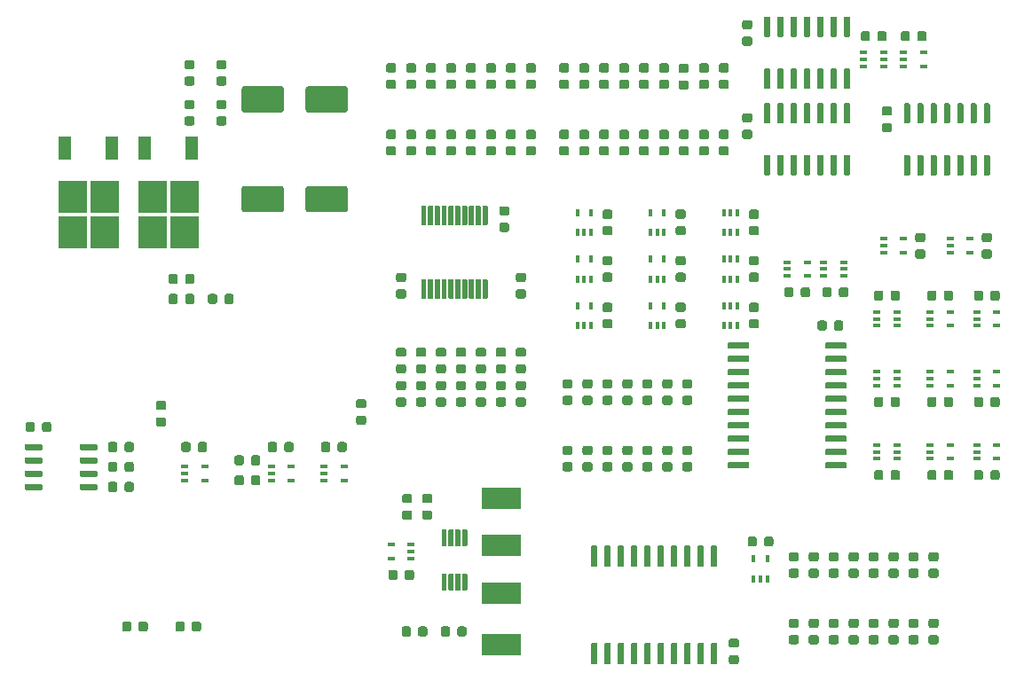
<source format=gbr>
G04 #@! TF.GenerationSoftware,KiCad,Pcbnew,(5.1.5)-3*
G04 #@! TF.CreationDate,2020-08-26T15:35:28+02:00*
G04 #@! TF.ProjectId,SA-ADC,53412d41-4443-42e6-9b69-6361645f7063,v0.3*
G04 #@! TF.SameCoordinates,Original*
G04 #@! TF.FileFunction,Paste,Top*
G04 #@! TF.FilePolarity,Positive*
%FSLAX46Y46*%
G04 Gerber Fmt 4.6, Leading zero omitted, Abs format (unit mm)*
G04 Created by KiCad (PCBNEW (5.1.5)-3) date 2020-08-26 15:35:28*
%MOMM*%
%LPD*%
G04 APERTURE LIST*
%ADD10R,0.650000X0.400000*%
%ADD11C,0.100000*%
%ADD12R,0.400000X0.650000*%
%ADD13R,3.800000X2.000000*%
%ADD14R,1.200000X2.200000*%
%ADD15R,2.750000X3.050000*%
G04 APERTURE END LIST*
D10*
X113345000Y-90325001D03*
X113345000Y-91625001D03*
X111445000Y-90975001D03*
X111445000Y-91625001D03*
X111445000Y-90325001D03*
X131130000Y-99075000D03*
X131130000Y-97775000D03*
X133030000Y-98425000D03*
X133030000Y-97775000D03*
X133030000Y-99075000D03*
D11*
G36*
X110577691Y-73821053D02*
G01*
X110598926Y-73824203D01*
X110619750Y-73829419D01*
X110639962Y-73836651D01*
X110659368Y-73845830D01*
X110677781Y-73856866D01*
X110695024Y-73869654D01*
X110710930Y-73884070D01*
X110725346Y-73899976D01*
X110738134Y-73917219D01*
X110749170Y-73935632D01*
X110758349Y-73955038D01*
X110765581Y-73975250D01*
X110770797Y-73996074D01*
X110773947Y-74017309D01*
X110775000Y-74038750D01*
X110775000Y-74551250D01*
X110773947Y-74572691D01*
X110770797Y-74593926D01*
X110765581Y-74614750D01*
X110758349Y-74634962D01*
X110749170Y-74654368D01*
X110738134Y-74672781D01*
X110725346Y-74690024D01*
X110710930Y-74705930D01*
X110695024Y-74720346D01*
X110677781Y-74733134D01*
X110659368Y-74744170D01*
X110639962Y-74753349D01*
X110619750Y-74760581D01*
X110598926Y-74765797D01*
X110577691Y-74768947D01*
X110556250Y-74770000D01*
X110118750Y-74770000D01*
X110097309Y-74768947D01*
X110076074Y-74765797D01*
X110055250Y-74760581D01*
X110035038Y-74753349D01*
X110015632Y-74744170D01*
X109997219Y-74733134D01*
X109979976Y-74720346D01*
X109964070Y-74705930D01*
X109949654Y-74690024D01*
X109936866Y-74672781D01*
X109925830Y-74654368D01*
X109916651Y-74634962D01*
X109909419Y-74614750D01*
X109904203Y-74593926D01*
X109901053Y-74572691D01*
X109900000Y-74551250D01*
X109900000Y-74038750D01*
X109901053Y-74017309D01*
X109904203Y-73996074D01*
X109909419Y-73975250D01*
X109916651Y-73955038D01*
X109925830Y-73935632D01*
X109936866Y-73917219D01*
X109949654Y-73899976D01*
X109964070Y-73884070D01*
X109979976Y-73869654D01*
X109997219Y-73856866D01*
X110015632Y-73845830D01*
X110035038Y-73836651D01*
X110055250Y-73829419D01*
X110076074Y-73824203D01*
X110097309Y-73821053D01*
X110118750Y-73820000D01*
X110556250Y-73820000D01*
X110577691Y-73821053D01*
G37*
G36*
X112152691Y-73821053D02*
G01*
X112173926Y-73824203D01*
X112194750Y-73829419D01*
X112214962Y-73836651D01*
X112234368Y-73845830D01*
X112252781Y-73856866D01*
X112270024Y-73869654D01*
X112285930Y-73884070D01*
X112300346Y-73899976D01*
X112313134Y-73917219D01*
X112324170Y-73935632D01*
X112333349Y-73955038D01*
X112340581Y-73975250D01*
X112345797Y-73996074D01*
X112348947Y-74017309D01*
X112350000Y-74038750D01*
X112350000Y-74551250D01*
X112348947Y-74572691D01*
X112345797Y-74593926D01*
X112340581Y-74614750D01*
X112333349Y-74634962D01*
X112324170Y-74654368D01*
X112313134Y-74672781D01*
X112300346Y-74690024D01*
X112285930Y-74705930D01*
X112270024Y-74720346D01*
X112252781Y-74733134D01*
X112234368Y-74744170D01*
X112214962Y-74753349D01*
X112194750Y-74760581D01*
X112173926Y-74765797D01*
X112152691Y-74768947D01*
X112131250Y-74770000D01*
X111693750Y-74770000D01*
X111672309Y-74768947D01*
X111651074Y-74765797D01*
X111630250Y-74760581D01*
X111610038Y-74753349D01*
X111590632Y-74744170D01*
X111572219Y-74733134D01*
X111554976Y-74720346D01*
X111539070Y-74705930D01*
X111524654Y-74690024D01*
X111511866Y-74672781D01*
X111500830Y-74654368D01*
X111491651Y-74634962D01*
X111484419Y-74614750D01*
X111479203Y-74593926D01*
X111476053Y-74572691D01*
X111475000Y-74551250D01*
X111475000Y-74038750D01*
X111476053Y-74017309D01*
X111479203Y-73996074D01*
X111484419Y-73975250D01*
X111491651Y-73955038D01*
X111500830Y-73935632D01*
X111511866Y-73917219D01*
X111524654Y-73899976D01*
X111539070Y-73884070D01*
X111554976Y-73869654D01*
X111572219Y-73856866D01*
X111590632Y-73845830D01*
X111610038Y-73836651D01*
X111630250Y-73829419D01*
X111651074Y-73824203D01*
X111672309Y-73821053D01*
X111693750Y-73820000D01*
X112131250Y-73820000D01*
X112152691Y-73821053D01*
G37*
D10*
X121600000Y-90325001D03*
X121600000Y-91625001D03*
X119700000Y-90975001D03*
X119700000Y-91625001D03*
X119700000Y-90325001D03*
D11*
G36*
X110577691Y-71916053D02*
G01*
X110598926Y-71919203D01*
X110619750Y-71924419D01*
X110639962Y-71931651D01*
X110659368Y-71940830D01*
X110677781Y-71951866D01*
X110695024Y-71964654D01*
X110710930Y-71979070D01*
X110725346Y-71994976D01*
X110738134Y-72012219D01*
X110749170Y-72030632D01*
X110758349Y-72050038D01*
X110765581Y-72070250D01*
X110770797Y-72091074D01*
X110773947Y-72112309D01*
X110775000Y-72133750D01*
X110775000Y-72646250D01*
X110773947Y-72667691D01*
X110770797Y-72688926D01*
X110765581Y-72709750D01*
X110758349Y-72729962D01*
X110749170Y-72749368D01*
X110738134Y-72767781D01*
X110725346Y-72785024D01*
X110710930Y-72800930D01*
X110695024Y-72815346D01*
X110677781Y-72828134D01*
X110659368Y-72839170D01*
X110639962Y-72848349D01*
X110619750Y-72855581D01*
X110598926Y-72860797D01*
X110577691Y-72863947D01*
X110556250Y-72865000D01*
X110118750Y-72865000D01*
X110097309Y-72863947D01*
X110076074Y-72860797D01*
X110055250Y-72855581D01*
X110035038Y-72848349D01*
X110015632Y-72839170D01*
X109997219Y-72828134D01*
X109979976Y-72815346D01*
X109964070Y-72800930D01*
X109949654Y-72785024D01*
X109936866Y-72767781D01*
X109925830Y-72749368D01*
X109916651Y-72729962D01*
X109909419Y-72709750D01*
X109904203Y-72688926D01*
X109901053Y-72667691D01*
X109900000Y-72646250D01*
X109900000Y-72133750D01*
X109901053Y-72112309D01*
X109904203Y-72091074D01*
X109909419Y-72070250D01*
X109916651Y-72050038D01*
X109925830Y-72030632D01*
X109936866Y-72012219D01*
X109949654Y-71994976D01*
X109964070Y-71979070D01*
X109979976Y-71964654D01*
X109997219Y-71951866D01*
X110015632Y-71940830D01*
X110035038Y-71931651D01*
X110055250Y-71924419D01*
X110076074Y-71919203D01*
X110097309Y-71916053D01*
X110118750Y-71915000D01*
X110556250Y-71915000D01*
X110577691Y-71916053D01*
G37*
G36*
X112152691Y-71916053D02*
G01*
X112173926Y-71919203D01*
X112194750Y-71924419D01*
X112214962Y-71931651D01*
X112234368Y-71940830D01*
X112252781Y-71951866D01*
X112270024Y-71964654D01*
X112285930Y-71979070D01*
X112300346Y-71994976D01*
X112313134Y-72012219D01*
X112324170Y-72030632D01*
X112333349Y-72050038D01*
X112340581Y-72070250D01*
X112345797Y-72091074D01*
X112348947Y-72112309D01*
X112350000Y-72133750D01*
X112350000Y-72646250D01*
X112348947Y-72667691D01*
X112345797Y-72688926D01*
X112340581Y-72709750D01*
X112333349Y-72729962D01*
X112324170Y-72749368D01*
X112313134Y-72767781D01*
X112300346Y-72785024D01*
X112285930Y-72800930D01*
X112270024Y-72815346D01*
X112252781Y-72828134D01*
X112234368Y-72839170D01*
X112214962Y-72848349D01*
X112194750Y-72855581D01*
X112173926Y-72860797D01*
X112152691Y-72863947D01*
X112131250Y-72865000D01*
X111693750Y-72865000D01*
X111672309Y-72863947D01*
X111651074Y-72860797D01*
X111630250Y-72855581D01*
X111610038Y-72848349D01*
X111590632Y-72839170D01*
X111572219Y-72828134D01*
X111554976Y-72815346D01*
X111539070Y-72800930D01*
X111524654Y-72785024D01*
X111511866Y-72767781D01*
X111500830Y-72749368D01*
X111491651Y-72729962D01*
X111484419Y-72709750D01*
X111479203Y-72688926D01*
X111476053Y-72667691D01*
X111475000Y-72646250D01*
X111475000Y-72133750D01*
X111476053Y-72112309D01*
X111479203Y-72091074D01*
X111484419Y-72070250D01*
X111491651Y-72050038D01*
X111500830Y-72030632D01*
X111511866Y-72012219D01*
X111524654Y-71994976D01*
X111539070Y-71979070D01*
X111554976Y-71964654D01*
X111572219Y-71951866D01*
X111590632Y-71940830D01*
X111610038Y-71931651D01*
X111630250Y-71924419D01*
X111651074Y-71919203D01*
X111672309Y-71916053D01*
X111693750Y-71915000D01*
X112131250Y-71915000D01*
X112152691Y-71916053D01*
G37*
G36*
X148232691Y-81961053D02*
G01*
X148253926Y-81964203D01*
X148274750Y-81969419D01*
X148294962Y-81976651D01*
X148314368Y-81985830D01*
X148332781Y-81996866D01*
X148350024Y-82009654D01*
X148365930Y-82024070D01*
X148380346Y-82039976D01*
X148393134Y-82057219D01*
X148404170Y-82075632D01*
X148413349Y-82095038D01*
X148420581Y-82115250D01*
X148425797Y-82136074D01*
X148428947Y-82157309D01*
X148430000Y-82178750D01*
X148430000Y-82616250D01*
X148428947Y-82637691D01*
X148425797Y-82658926D01*
X148420581Y-82679750D01*
X148413349Y-82699962D01*
X148404170Y-82719368D01*
X148393134Y-82737781D01*
X148380346Y-82755024D01*
X148365930Y-82770930D01*
X148350024Y-82785346D01*
X148332781Y-82798134D01*
X148314368Y-82809170D01*
X148294962Y-82818349D01*
X148274750Y-82825581D01*
X148253926Y-82830797D01*
X148232691Y-82833947D01*
X148211250Y-82835000D01*
X147698750Y-82835000D01*
X147677309Y-82833947D01*
X147656074Y-82830797D01*
X147635250Y-82825581D01*
X147615038Y-82818349D01*
X147595632Y-82809170D01*
X147577219Y-82798134D01*
X147559976Y-82785346D01*
X147544070Y-82770930D01*
X147529654Y-82755024D01*
X147516866Y-82737781D01*
X147505830Y-82719368D01*
X147496651Y-82699962D01*
X147489419Y-82679750D01*
X147484203Y-82658926D01*
X147481053Y-82637691D01*
X147480000Y-82616250D01*
X147480000Y-82178750D01*
X147481053Y-82157309D01*
X147484203Y-82136074D01*
X147489419Y-82115250D01*
X147496651Y-82095038D01*
X147505830Y-82075632D01*
X147516866Y-82057219D01*
X147529654Y-82039976D01*
X147544070Y-82024070D01*
X147559976Y-82009654D01*
X147577219Y-81996866D01*
X147595632Y-81985830D01*
X147615038Y-81976651D01*
X147635250Y-81969419D01*
X147656074Y-81964203D01*
X147677309Y-81961053D01*
X147698750Y-81960000D01*
X148211250Y-81960000D01*
X148232691Y-81961053D01*
G37*
G36*
X148232691Y-83536053D02*
G01*
X148253926Y-83539203D01*
X148274750Y-83544419D01*
X148294962Y-83551651D01*
X148314368Y-83560830D01*
X148332781Y-83571866D01*
X148350024Y-83584654D01*
X148365930Y-83599070D01*
X148380346Y-83614976D01*
X148393134Y-83632219D01*
X148404170Y-83650632D01*
X148413349Y-83670038D01*
X148420581Y-83690250D01*
X148425797Y-83711074D01*
X148428947Y-83732309D01*
X148430000Y-83753750D01*
X148430000Y-84191250D01*
X148428947Y-84212691D01*
X148425797Y-84233926D01*
X148420581Y-84254750D01*
X148413349Y-84274962D01*
X148404170Y-84294368D01*
X148393134Y-84312781D01*
X148380346Y-84330024D01*
X148365930Y-84345930D01*
X148350024Y-84360346D01*
X148332781Y-84373134D01*
X148314368Y-84384170D01*
X148294962Y-84393349D01*
X148274750Y-84400581D01*
X148253926Y-84405797D01*
X148232691Y-84408947D01*
X148211250Y-84410000D01*
X147698750Y-84410000D01*
X147677309Y-84408947D01*
X147656074Y-84405797D01*
X147635250Y-84400581D01*
X147615038Y-84393349D01*
X147595632Y-84384170D01*
X147577219Y-84373134D01*
X147559976Y-84360346D01*
X147544070Y-84345930D01*
X147529654Y-84330024D01*
X147516866Y-84312781D01*
X147505830Y-84294368D01*
X147496651Y-84274962D01*
X147489419Y-84254750D01*
X147484203Y-84233926D01*
X147481053Y-84212691D01*
X147480000Y-84191250D01*
X147480000Y-83753750D01*
X147481053Y-83732309D01*
X147484203Y-83711074D01*
X147489419Y-83690250D01*
X147496651Y-83670038D01*
X147505830Y-83650632D01*
X147516866Y-83632219D01*
X147529654Y-83614976D01*
X147544070Y-83599070D01*
X147559976Y-83584654D01*
X147577219Y-83571866D01*
X147595632Y-83560830D01*
X147615038Y-83551651D01*
X147635250Y-83544419D01*
X147656074Y-83539203D01*
X147677309Y-83536053D01*
X147698750Y-83535000D01*
X148211250Y-83535000D01*
X148232691Y-83536053D01*
G37*
D12*
X162862500Y-66042500D03*
X164162500Y-66042500D03*
X163512500Y-67942500D03*
X163512500Y-66042500D03*
X164162500Y-67942500D03*
X162862500Y-67942500D03*
D13*
X141605000Y-107315000D03*
D11*
G36*
X174065191Y-76361053D02*
G01*
X174086426Y-76364203D01*
X174107250Y-76369419D01*
X174127462Y-76376651D01*
X174146868Y-76385830D01*
X174165281Y-76396866D01*
X174182524Y-76409654D01*
X174198430Y-76424070D01*
X174212846Y-76439976D01*
X174225634Y-76457219D01*
X174236670Y-76475632D01*
X174245849Y-76495038D01*
X174253081Y-76515250D01*
X174258297Y-76536074D01*
X174261447Y-76557309D01*
X174262500Y-76578750D01*
X174262500Y-77091250D01*
X174261447Y-77112691D01*
X174258297Y-77133926D01*
X174253081Y-77154750D01*
X174245849Y-77174962D01*
X174236670Y-77194368D01*
X174225634Y-77212781D01*
X174212846Y-77230024D01*
X174198430Y-77245930D01*
X174182524Y-77260346D01*
X174165281Y-77273134D01*
X174146868Y-77284170D01*
X174127462Y-77293349D01*
X174107250Y-77300581D01*
X174086426Y-77305797D01*
X174065191Y-77308947D01*
X174043750Y-77310000D01*
X173606250Y-77310000D01*
X173584809Y-77308947D01*
X173563574Y-77305797D01*
X173542750Y-77300581D01*
X173522538Y-77293349D01*
X173503132Y-77284170D01*
X173484719Y-77273134D01*
X173467476Y-77260346D01*
X173451570Y-77245930D01*
X173437154Y-77230024D01*
X173424366Y-77212781D01*
X173413330Y-77194368D01*
X173404151Y-77174962D01*
X173396919Y-77154750D01*
X173391703Y-77133926D01*
X173388553Y-77112691D01*
X173387500Y-77091250D01*
X173387500Y-76578750D01*
X173388553Y-76557309D01*
X173391703Y-76536074D01*
X173396919Y-76515250D01*
X173404151Y-76495038D01*
X173413330Y-76475632D01*
X173424366Y-76457219D01*
X173437154Y-76439976D01*
X173451570Y-76424070D01*
X173467476Y-76409654D01*
X173484719Y-76396866D01*
X173503132Y-76385830D01*
X173522538Y-76376651D01*
X173542750Y-76369419D01*
X173563574Y-76364203D01*
X173584809Y-76361053D01*
X173606250Y-76360000D01*
X174043750Y-76360000D01*
X174065191Y-76361053D01*
G37*
G36*
X172490191Y-76361053D02*
G01*
X172511426Y-76364203D01*
X172532250Y-76369419D01*
X172552462Y-76376651D01*
X172571868Y-76385830D01*
X172590281Y-76396866D01*
X172607524Y-76409654D01*
X172623430Y-76424070D01*
X172637846Y-76439976D01*
X172650634Y-76457219D01*
X172661670Y-76475632D01*
X172670849Y-76495038D01*
X172678081Y-76515250D01*
X172683297Y-76536074D01*
X172686447Y-76557309D01*
X172687500Y-76578750D01*
X172687500Y-77091250D01*
X172686447Y-77112691D01*
X172683297Y-77133926D01*
X172678081Y-77154750D01*
X172670849Y-77174962D01*
X172661670Y-77194368D01*
X172650634Y-77212781D01*
X172637846Y-77230024D01*
X172623430Y-77245930D01*
X172607524Y-77260346D01*
X172590281Y-77273134D01*
X172571868Y-77284170D01*
X172552462Y-77293349D01*
X172532250Y-77300581D01*
X172511426Y-77305797D01*
X172490191Y-77308947D01*
X172468750Y-77310000D01*
X172031250Y-77310000D01*
X172009809Y-77308947D01*
X171988574Y-77305797D01*
X171967750Y-77300581D01*
X171947538Y-77293349D01*
X171928132Y-77284170D01*
X171909719Y-77273134D01*
X171892476Y-77260346D01*
X171876570Y-77245930D01*
X171862154Y-77230024D01*
X171849366Y-77212781D01*
X171838330Y-77194368D01*
X171829151Y-77174962D01*
X171821919Y-77154750D01*
X171816703Y-77133926D01*
X171813553Y-77112691D01*
X171812500Y-77091250D01*
X171812500Y-76578750D01*
X171813553Y-76557309D01*
X171816703Y-76536074D01*
X171821919Y-76515250D01*
X171829151Y-76495038D01*
X171838330Y-76475632D01*
X171849366Y-76457219D01*
X171862154Y-76439976D01*
X171876570Y-76424070D01*
X171892476Y-76409654D01*
X171909719Y-76396866D01*
X171928132Y-76385830D01*
X171947538Y-76376651D01*
X171967750Y-76369419D01*
X171988574Y-76364203D01*
X172009809Y-76361053D01*
X172031250Y-76360000D01*
X172468750Y-76360000D01*
X172490191Y-76361053D01*
G37*
D10*
X178115000Y-50785000D03*
X178115000Y-52085000D03*
X176215000Y-51435000D03*
X178115000Y-51435000D03*
X176215000Y-52085000D03*
X176215000Y-50785000D03*
D11*
G36*
X169822691Y-98471053D02*
G01*
X169843926Y-98474203D01*
X169864750Y-98479419D01*
X169884962Y-98486651D01*
X169904368Y-98495830D01*
X169922781Y-98506866D01*
X169940024Y-98519654D01*
X169955930Y-98534070D01*
X169970346Y-98549976D01*
X169983134Y-98567219D01*
X169994170Y-98585632D01*
X170003349Y-98605038D01*
X170010581Y-98625250D01*
X170015797Y-98646074D01*
X170018947Y-98667309D01*
X170020000Y-98688750D01*
X170020000Y-99126250D01*
X170018947Y-99147691D01*
X170015797Y-99168926D01*
X170010581Y-99189750D01*
X170003349Y-99209962D01*
X169994170Y-99229368D01*
X169983134Y-99247781D01*
X169970346Y-99265024D01*
X169955930Y-99280930D01*
X169940024Y-99295346D01*
X169922781Y-99308134D01*
X169904368Y-99319170D01*
X169884962Y-99328349D01*
X169864750Y-99335581D01*
X169843926Y-99340797D01*
X169822691Y-99343947D01*
X169801250Y-99345000D01*
X169288750Y-99345000D01*
X169267309Y-99343947D01*
X169246074Y-99340797D01*
X169225250Y-99335581D01*
X169205038Y-99328349D01*
X169185632Y-99319170D01*
X169167219Y-99308134D01*
X169149976Y-99295346D01*
X169134070Y-99280930D01*
X169119654Y-99265024D01*
X169106866Y-99247781D01*
X169095830Y-99229368D01*
X169086651Y-99209962D01*
X169079419Y-99189750D01*
X169074203Y-99168926D01*
X169071053Y-99147691D01*
X169070000Y-99126250D01*
X169070000Y-98688750D01*
X169071053Y-98667309D01*
X169074203Y-98646074D01*
X169079419Y-98625250D01*
X169086651Y-98605038D01*
X169095830Y-98585632D01*
X169106866Y-98567219D01*
X169119654Y-98549976D01*
X169134070Y-98534070D01*
X169149976Y-98519654D01*
X169167219Y-98506866D01*
X169185632Y-98495830D01*
X169205038Y-98486651D01*
X169225250Y-98479419D01*
X169246074Y-98474203D01*
X169267309Y-98471053D01*
X169288750Y-98470000D01*
X169801250Y-98470000D01*
X169822691Y-98471053D01*
G37*
G36*
X169822691Y-100046053D02*
G01*
X169843926Y-100049203D01*
X169864750Y-100054419D01*
X169884962Y-100061651D01*
X169904368Y-100070830D01*
X169922781Y-100081866D01*
X169940024Y-100094654D01*
X169955930Y-100109070D01*
X169970346Y-100124976D01*
X169983134Y-100142219D01*
X169994170Y-100160632D01*
X170003349Y-100180038D01*
X170010581Y-100200250D01*
X170015797Y-100221074D01*
X170018947Y-100242309D01*
X170020000Y-100263750D01*
X170020000Y-100701250D01*
X170018947Y-100722691D01*
X170015797Y-100743926D01*
X170010581Y-100764750D01*
X170003349Y-100784962D01*
X169994170Y-100804368D01*
X169983134Y-100822781D01*
X169970346Y-100840024D01*
X169955930Y-100855930D01*
X169940024Y-100870346D01*
X169922781Y-100883134D01*
X169904368Y-100894170D01*
X169884962Y-100903349D01*
X169864750Y-100910581D01*
X169843926Y-100915797D01*
X169822691Y-100918947D01*
X169801250Y-100920000D01*
X169288750Y-100920000D01*
X169267309Y-100918947D01*
X169246074Y-100915797D01*
X169225250Y-100910581D01*
X169205038Y-100903349D01*
X169185632Y-100894170D01*
X169167219Y-100883134D01*
X169149976Y-100870346D01*
X169134070Y-100855930D01*
X169119654Y-100840024D01*
X169106866Y-100822781D01*
X169095830Y-100804368D01*
X169086651Y-100784962D01*
X169079419Y-100764750D01*
X169074203Y-100743926D01*
X169071053Y-100722691D01*
X169070000Y-100701250D01*
X169070000Y-100263750D01*
X169071053Y-100242309D01*
X169074203Y-100221074D01*
X169079419Y-100200250D01*
X169086651Y-100180038D01*
X169095830Y-100160632D01*
X169106866Y-100142219D01*
X169119654Y-100124976D01*
X169134070Y-100109070D01*
X169149976Y-100094654D01*
X169167219Y-100081866D01*
X169185632Y-100070830D01*
X169205038Y-100061651D01*
X169225250Y-100054419D01*
X169246074Y-100049203D01*
X169267309Y-100046053D01*
X169288750Y-100045000D01*
X169801250Y-100045000D01*
X169822691Y-100046053D01*
G37*
G36*
X181252691Y-104821053D02*
G01*
X181273926Y-104824203D01*
X181294750Y-104829419D01*
X181314962Y-104836651D01*
X181334368Y-104845830D01*
X181352781Y-104856866D01*
X181370024Y-104869654D01*
X181385930Y-104884070D01*
X181400346Y-104899976D01*
X181413134Y-104917219D01*
X181424170Y-104935632D01*
X181433349Y-104955038D01*
X181440581Y-104975250D01*
X181445797Y-104996074D01*
X181448947Y-105017309D01*
X181450000Y-105038750D01*
X181450000Y-105476250D01*
X181448947Y-105497691D01*
X181445797Y-105518926D01*
X181440581Y-105539750D01*
X181433349Y-105559962D01*
X181424170Y-105579368D01*
X181413134Y-105597781D01*
X181400346Y-105615024D01*
X181385930Y-105630930D01*
X181370024Y-105645346D01*
X181352781Y-105658134D01*
X181334368Y-105669170D01*
X181314962Y-105678349D01*
X181294750Y-105685581D01*
X181273926Y-105690797D01*
X181252691Y-105693947D01*
X181231250Y-105695000D01*
X180718750Y-105695000D01*
X180697309Y-105693947D01*
X180676074Y-105690797D01*
X180655250Y-105685581D01*
X180635038Y-105678349D01*
X180615632Y-105669170D01*
X180597219Y-105658134D01*
X180579976Y-105645346D01*
X180564070Y-105630930D01*
X180549654Y-105615024D01*
X180536866Y-105597781D01*
X180525830Y-105579368D01*
X180516651Y-105559962D01*
X180509419Y-105539750D01*
X180504203Y-105518926D01*
X180501053Y-105497691D01*
X180500000Y-105476250D01*
X180500000Y-105038750D01*
X180501053Y-105017309D01*
X180504203Y-104996074D01*
X180509419Y-104975250D01*
X180516651Y-104955038D01*
X180525830Y-104935632D01*
X180536866Y-104917219D01*
X180549654Y-104899976D01*
X180564070Y-104884070D01*
X180579976Y-104869654D01*
X180597219Y-104856866D01*
X180615632Y-104845830D01*
X180635038Y-104836651D01*
X180655250Y-104829419D01*
X180676074Y-104824203D01*
X180697309Y-104821053D01*
X180718750Y-104820000D01*
X181231250Y-104820000D01*
X181252691Y-104821053D01*
G37*
G36*
X181252691Y-106396053D02*
G01*
X181273926Y-106399203D01*
X181294750Y-106404419D01*
X181314962Y-106411651D01*
X181334368Y-106420830D01*
X181352781Y-106431866D01*
X181370024Y-106444654D01*
X181385930Y-106459070D01*
X181400346Y-106474976D01*
X181413134Y-106492219D01*
X181424170Y-106510632D01*
X181433349Y-106530038D01*
X181440581Y-106550250D01*
X181445797Y-106571074D01*
X181448947Y-106592309D01*
X181450000Y-106613750D01*
X181450000Y-107051250D01*
X181448947Y-107072691D01*
X181445797Y-107093926D01*
X181440581Y-107114750D01*
X181433349Y-107134962D01*
X181424170Y-107154368D01*
X181413134Y-107172781D01*
X181400346Y-107190024D01*
X181385930Y-107205930D01*
X181370024Y-107220346D01*
X181352781Y-107233134D01*
X181334368Y-107244170D01*
X181314962Y-107253349D01*
X181294750Y-107260581D01*
X181273926Y-107265797D01*
X181252691Y-107268947D01*
X181231250Y-107270000D01*
X180718750Y-107270000D01*
X180697309Y-107268947D01*
X180676074Y-107265797D01*
X180655250Y-107260581D01*
X180635038Y-107253349D01*
X180615632Y-107244170D01*
X180597219Y-107233134D01*
X180579976Y-107220346D01*
X180564070Y-107205930D01*
X180549654Y-107190024D01*
X180536866Y-107172781D01*
X180525830Y-107154368D01*
X180516651Y-107134962D01*
X180509419Y-107114750D01*
X180504203Y-107093926D01*
X180501053Y-107072691D01*
X180500000Y-107051250D01*
X180500000Y-106613750D01*
X180501053Y-106592309D01*
X180504203Y-106571074D01*
X180509419Y-106550250D01*
X180516651Y-106530038D01*
X180525830Y-106510632D01*
X180536866Y-106492219D01*
X180549654Y-106474976D01*
X180564070Y-106459070D01*
X180579976Y-106444654D01*
X180597219Y-106431866D01*
X180615632Y-106420830D01*
X180635038Y-106411651D01*
X180655250Y-106404419D01*
X180676074Y-106399203D01*
X180697309Y-106396053D01*
X180718750Y-106395000D01*
X181231250Y-106395000D01*
X181252691Y-106396053D01*
G37*
G36*
X144740191Y-53373553D02*
G01*
X144761426Y-53376703D01*
X144782250Y-53381919D01*
X144802462Y-53389151D01*
X144821868Y-53398330D01*
X144840281Y-53409366D01*
X144857524Y-53422154D01*
X144873430Y-53436570D01*
X144887846Y-53452476D01*
X144900634Y-53469719D01*
X144911670Y-53488132D01*
X144920849Y-53507538D01*
X144928081Y-53527750D01*
X144933297Y-53548574D01*
X144936447Y-53569809D01*
X144937500Y-53591250D01*
X144937500Y-54028750D01*
X144936447Y-54050191D01*
X144933297Y-54071426D01*
X144928081Y-54092250D01*
X144920849Y-54112462D01*
X144911670Y-54131868D01*
X144900634Y-54150281D01*
X144887846Y-54167524D01*
X144873430Y-54183430D01*
X144857524Y-54197846D01*
X144840281Y-54210634D01*
X144821868Y-54221670D01*
X144802462Y-54230849D01*
X144782250Y-54238081D01*
X144761426Y-54243297D01*
X144740191Y-54246447D01*
X144718750Y-54247500D01*
X144206250Y-54247500D01*
X144184809Y-54246447D01*
X144163574Y-54243297D01*
X144142750Y-54238081D01*
X144122538Y-54230849D01*
X144103132Y-54221670D01*
X144084719Y-54210634D01*
X144067476Y-54197846D01*
X144051570Y-54183430D01*
X144037154Y-54167524D01*
X144024366Y-54150281D01*
X144013330Y-54131868D01*
X144004151Y-54112462D01*
X143996919Y-54092250D01*
X143991703Y-54071426D01*
X143988553Y-54050191D01*
X143987500Y-54028750D01*
X143987500Y-53591250D01*
X143988553Y-53569809D01*
X143991703Y-53548574D01*
X143996919Y-53527750D01*
X144004151Y-53507538D01*
X144013330Y-53488132D01*
X144024366Y-53469719D01*
X144037154Y-53452476D01*
X144051570Y-53436570D01*
X144067476Y-53422154D01*
X144084719Y-53409366D01*
X144103132Y-53398330D01*
X144122538Y-53389151D01*
X144142750Y-53381919D01*
X144163574Y-53376703D01*
X144184809Y-53373553D01*
X144206250Y-53372500D01*
X144718750Y-53372500D01*
X144740191Y-53373553D01*
G37*
G36*
X144740191Y-51798553D02*
G01*
X144761426Y-51801703D01*
X144782250Y-51806919D01*
X144802462Y-51814151D01*
X144821868Y-51823330D01*
X144840281Y-51834366D01*
X144857524Y-51847154D01*
X144873430Y-51861570D01*
X144887846Y-51877476D01*
X144900634Y-51894719D01*
X144911670Y-51913132D01*
X144920849Y-51932538D01*
X144928081Y-51952750D01*
X144933297Y-51973574D01*
X144936447Y-51994809D01*
X144937500Y-52016250D01*
X144937500Y-52453750D01*
X144936447Y-52475191D01*
X144933297Y-52496426D01*
X144928081Y-52517250D01*
X144920849Y-52537462D01*
X144911670Y-52556868D01*
X144900634Y-52575281D01*
X144887846Y-52592524D01*
X144873430Y-52608430D01*
X144857524Y-52622846D01*
X144840281Y-52635634D01*
X144821868Y-52646670D01*
X144802462Y-52655849D01*
X144782250Y-52663081D01*
X144761426Y-52668297D01*
X144740191Y-52671447D01*
X144718750Y-52672500D01*
X144206250Y-52672500D01*
X144184809Y-52671447D01*
X144163574Y-52668297D01*
X144142750Y-52663081D01*
X144122538Y-52655849D01*
X144103132Y-52646670D01*
X144084719Y-52635634D01*
X144067476Y-52622846D01*
X144051570Y-52608430D01*
X144037154Y-52592524D01*
X144024366Y-52575281D01*
X144013330Y-52556868D01*
X144004151Y-52537462D01*
X143996919Y-52517250D01*
X143991703Y-52496426D01*
X143988553Y-52475191D01*
X143987500Y-52453750D01*
X143987500Y-52016250D01*
X143988553Y-51994809D01*
X143991703Y-51973574D01*
X143996919Y-51952750D01*
X144004151Y-51932538D01*
X144013330Y-51913132D01*
X144024366Y-51894719D01*
X144037154Y-51877476D01*
X144051570Y-51861570D01*
X144067476Y-51847154D01*
X144084719Y-51834366D01*
X144103132Y-51823330D01*
X144122538Y-51814151D01*
X144142750Y-51806919D01*
X144163574Y-51801703D01*
X144184809Y-51798553D01*
X144206250Y-51797500D01*
X144718750Y-51797500D01*
X144740191Y-51798553D01*
G37*
G36*
X142835191Y-53373553D02*
G01*
X142856426Y-53376703D01*
X142877250Y-53381919D01*
X142897462Y-53389151D01*
X142916868Y-53398330D01*
X142935281Y-53409366D01*
X142952524Y-53422154D01*
X142968430Y-53436570D01*
X142982846Y-53452476D01*
X142995634Y-53469719D01*
X143006670Y-53488132D01*
X143015849Y-53507538D01*
X143023081Y-53527750D01*
X143028297Y-53548574D01*
X143031447Y-53569809D01*
X143032500Y-53591250D01*
X143032500Y-54028750D01*
X143031447Y-54050191D01*
X143028297Y-54071426D01*
X143023081Y-54092250D01*
X143015849Y-54112462D01*
X143006670Y-54131868D01*
X142995634Y-54150281D01*
X142982846Y-54167524D01*
X142968430Y-54183430D01*
X142952524Y-54197846D01*
X142935281Y-54210634D01*
X142916868Y-54221670D01*
X142897462Y-54230849D01*
X142877250Y-54238081D01*
X142856426Y-54243297D01*
X142835191Y-54246447D01*
X142813750Y-54247500D01*
X142301250Y-54247500D01*
X142279809Y-54246447D01*
X142258574Y-54243297D01*
X142237750Y-54238081D01*
X142217538Y-54230849D01*
X142198132Y-54221670D01*
X142179719Y-54210634D01*
X142162476Y-54197846D01*
X142146570Y-54183430D01*
X142132154Y-54167524D01*
X142119366Y-54150281D01*
X142108330Y-54131868D01*
X142099151Y-54112462D01*
X142091919Y-54092250D01*
X142086703Y-54071426D01*
X142083553Y-54050191D01*
X142082500Y-54028750D01*
X142082500Y-53591250D01*
X142083553Y-53569809D01*
X142086703Y-53548574D01*
X142091919Y-53527750D01*
X142099151Y-53507538D01*
X142108330Y-53488132D01*
X142119366Y-53469719D01*
X142132154Y-53452476D01*
X142146570Y-53436570D01*
X142162476Y-53422154D01*
X142179719Y-53409366D01*
X142198132Y-53398330D01*
X142217538Y-53389151D01*
X142237750Y-53381919D01*
X142258574Y-53376703D01*
X142279809Y-53373553D01*
X142301250Y-53372500D01*
X142813750Y-53372500D01*
X142835191Y-53373553D01*
G37*
G36*
X142835191Y-51798553D02*
G01*
X142856426Y-51801703D01*
X142877250Y-51806919D01*
X142897462Y-51814151D01*
X142916868Y-51823330D01*
X142935281Y-51834366D01*
X142952524Y-51847154D01*
X142968430Y-51861570D01*
X142982846Y-51877476D01*
X142995634Y-51894719D01*
X143006670Y-51913132D01*
X143015849Y-51932538D01*
X143023081Y-51952750D01*
X143028297Y-51973574D01*
X143031447Y-51994809D01*
X143032500Y-52016250D01*
X143032500Y-52453750D01*
X143031447Y-52475191D01*
X143028297Y-52496426D01*
X143023081Y-52517250D01*
X143015849Y-52537462D01*
X143006670Y-52556868D01*
X142995634Y-52575281D01*
X142982846Y-52592524D01*
X142968430Y-52608430D01*
X142952524Y-52622846D01*
X142935281Y-52635634D01*
X142916868Y-52646670D01*
X142897462Y-52655849D01*
X142877250Y-52663081D01*
X142856426Y-52668297D01*
X142835191Y-52671447D01*
X142813750Y-52672500D01*
X142301250Y-52672500D01*
X142279809Y-52671447D01*
X142258574Y-52668297D01*
X142237750Y-52663081D01*
X142217538Y-52655849D01*
X142198132Y-52646670D01*
X142179719Y-52635634D01*
X142162476Y-52622846D01*
X142146570Y-52608430D01*
X142132154Y-52592524D01*
X142119366Y-52575281D01*
X142108330Y-52556868D01*
X142099151Y-52537462D01*
X142091919Y-52517250D01*
X142086703Y-52496426D01*
X142083553Y-52475191D01*
X142082500Y-52453750D01*
X142082500Y-52016250D01*
X142083553Y-51994809D01*
X142086703Y-51973574D01*
X142091919Y-51952750D01*
X142099151Y-51932538D01*
X142108330Y-51913132D01*
X142119366Y-51894719D01*
X142132154Y-51877476D01*
X142146570Y-51861570D01*
X142162476Y-51847154D01*
X142179719Y-51834366D01*
X142198132Y-51823330D01*
X142217538Y-51814151D01*
X142237750Y-51806919D01*
X142258574Y-51801703D01*
X142279809Y-51798553D01*
X142301250Y-51797500D01*
X142813750Y-51797500D01*
X142835191Y-51798553D01*
G37*
G36*
X142835191Y-58148553D02*
G01*
X142856426Y-58151703D01*
X142877250Y-58156919D01*
X142897462Y-58164151D01*
X142916868Y-58173330D01*
X142935281Y-58184366D01*
X142952524Y-58197154D01*
X142968430Y-58211570D01*
X142982846Y-58227476D01*
X142995634Y-58244719D01*
X143006670Y-58263132D01*
X143015849Y-58282538D01*
X143023081Y-58302750D01*
X143028297Y-58323574D01*
X143031447Y-58344809D01*
X143032500Y-58366250D01*
X143032500Y-58803750D01*
X143031447Y-58825191D01*
X143028297Y-58846426D01*
X143023081Y-58867250D01*
X143015849Y-58887462D01*
X143006670Y-58906868D01*
X142995634Y-58925281D01*
X142982846Y-58942524D01*
X142968430Y-58958430D01*
X142952524Y-58972846D01*
X142935281Y-58985634D01*
X142916868Y-58996670D01*
X142897462Y-59005849D01*
X142877250Y-59013081D01*
X142856426Y-59018297D01*
X142835191Y-59021447D01*
X142813750Y-59022500D01*
X142301250Y-59022500D01*
X142279809Y-59021447D01*
X142258574Y-59018297D01*
X142237750Y-59013081D01*
X142217538Y-59005849D01*
X142198132Y-58996670D01*
X142179719Y-58985634D01*
X142162476Y-58972846D01*
X142146570Y-58958430D01*
X142132154Y-58942524D01*
X142119366Y-58925281D01*
X142108330Y-58906868D01*
X142099151Y-58887462D01*
X142091919Y-58867250D01*
X142086703Y-58846426D01*
X142083553Y-58825191D01*
X142082500Y-58803750D01*
X142082500Y-58366250D01*
X142083553Y-58344809D01*
X142086703Y-58323574D01*
X142091919Y-58302750D01*
X142099151Y-58282538D01*
X142108330Y-58263132D01*
X142119366Y-58244719D01*
X142132154Y-58227476D01*
X142146570Y-58211570D01*
X142162476Y-58197154D01*
X142179719Y-58184366D01*
X142198132Y-58173330D01*
X142217538Y-58164151D01*
X142237750Y-58156919D01*
X142258574Y-58151703D01*
X142279809Y-58148553D01*
X142301250Y-58147500D01*
X142813750Y-58147500D01*
X142835191Y-58148553D01*
G37*
G36*
X142835191Y-59723553D02*
G01*
X142856426Y-59726703D01*
X142877250Y-59731919D01*
X142897462Y-59739151D01*
X142916868Y-59748330D01*
X142935281Y-59759366D01*
X142952524Y-59772154D01*
X142968430Y-59786570D01*
X142982846Y-59802476D01*
X142995634Y-59819719D01*
X143006670Y-59838132D01*
X143015849Y-59857538D01*
X143023081Y-59877750D01*
X143028297Y-59898574D01*
X143031447Y-59919809D01*
X143032500Y-59941250D01*
X143032500Y-60378750D01*
X143031447Y-60400191D01*
X143028297Y-60421426D01*
X143023081Y-60442250D01*
X143015849Y-60462462D01*
X143006670Y-60481868D01*
X142995634Y-60500281D01*
X142982846Y-60517524D01*
X142968430Y-60533430D01*
X142952524Y-60547846D01*
X142935281Y-60560634D01*
X142916868Y-60571670D01*
X142897462Y-60580849D01*
X142877250Y-60588081D01*
X142856426Y-60593297D01*
X142835191Y-60596447D01*
X142813750Y-60597500D01*
X142301250Y-60597500D01*
X142279809Y-60596447D01*
X142258574Y-60593297D01*
X142237750Y-60588081D01*
X142217538Y-60580849D01*
X142198132Y-60571670D01*
X142179719Y-60560634D01*
X142162476Y-60547846D01*
X142146570Y-60533430D01*
X142132154Y-60517524D01*
X142119366Y-60500281D01*
X142108330Y-60481868D01*
X142099151Y-60462462D01*
X142091919Y-60442250D01*
X142086703Y-60421426D01*
X142083553Y-60400191D01*
X142082500Y-60378750D01*
X142082500Y-59941250D01*
X142083553Y-59919809D01*
X142086703Y-59898574D01*
X142091919Y-59877750D01*
X142099151Y-59857538D01*
X142108330Y-59838132D01*
X142119366Y-59819719D01*
X142132154Y-59802476D01*
X142146570Y-59786570D01*
X142162476Y-59772154D01*
X142179719Y-59759366D01*
X142198132Y-59748330D01*
X142217538Y-59739151D01*
X142237750Y-59731919D01*
X142258574Y-59726703D01*
X142279809Y-59723553D01*
X142301250Y-59722500D01*
X142813750Y-59722500D01*
X142835191Y-59723553D01*
G37*
G36*
X167169703Y-55605722D02*
G01*
X167184264Y-55607882D01*
X167198543Y-55611459D01*
X167212403Y-55616418D01*
X167225710Y-55622712D01*
X167238336Y-55630280D01*
X167250159Y-55639048D01*
X167261066Y-55648934D01*
X167270952Y-55659841D01*
X167279720Y-55671664D01*
X167287288Y-55684290D01*
X167293582Y-55697597D01*
X167298541Y-55711457D01*
X167302118Y-55725736D01*
X167304278Y-55740297D01*
X167305000Y-55755000D01*
X167305000Y-57405000D01*
X167304278Y-57419703D01*
X167302118Y-57434264D01*
X167298541Y-57448543D01*
X167293582Y-57462403D01*
X167287288Y-57475710D01*
X167279720Y-57488336D01*
X167270952Y-57500159D01*
X167261066Y-57511066D01*
X167250159Y-57520952D01*
X167238336Y-57529720D01*
X167225710Y-57537288D01*
X167212403Y-57543582D01*
X167198543Y-57548541D01*
X167184264Y-57552118D01*
X167169703Y-57554278D01*
X167155000Y-57555000D01*
X166855000Y-57555000D01*
X166840297Y-57554278D01*
X166825736Y-57552118D01*
X166811457Y-57548541D01*
X166797597Y-57543582D01*
X166784290Y-57537288D01*
X166771664Y-57529720D01*
X166759841Y-57520952D01*
X166748934Y-57511066D01*
X166739048Y-57500159D01*
X166730280Y-57488336D01*
X166722712Y-57475710D01*
X166716418Y-57462403D01*
X166711459Y-57448543D01*
X166707882Y-57434264D01*
X166705722Y-57419703D01*
X166705000Y-57405000D01*
X166705000Y-55755000D01*
X166705722Y-55740297D01*
X166707882Y-55725736D01*
X166711459Y-55711457D01*
X166716418Y-55697597D01*
X166722712Y-55684290D01*
X166730280Y-55671664D01*
X166739048Y-55659841D01*
X166748934Y-55648934D01*
X166759841Y-55639048D01*
X166771664Y-55630280D01*
X166784290Y-55622712D01*
X166797597Y-55616418D01*
X166811457Y-55611459D01*
X166825736Y-55607882D01*
X166840297Y-55605722D01*
X166855000Y-55605000D01*
X167155000Y-55605000D01*
X167169703Y-55605722D01*
G37*
G36*
X168439703Y-55605722D02*
G01*
X168454264Y-55607882D01*
X168468543Y-55611459D01*
X168482403Y-55616418D01*
X168495710Y-55622712D01*
X168508336Y-55630280D01*
X168520159Y-55639048D01*
X168531066Y-55648934D01*
X168540952Y-55659841D01*
X168549720Y-55671664D01*
X168557288Y-55684290D01*
X168563582Y-55697597D01*
X168568541Y-55711457D01*
X168572118Y-55725736D01*
X168574278Y-55740297D01*
X168575000Y-55755000D01*
X168575000Y-57405000D01*
X168574278Y-57419703D01*
X168572118Y-57434264D01*
X168568541Y-57448543D01*
X168563582Y-57462403D01*
X168557288Y-57475710D01*
X168549720Y-57488336D01*
X168540952Y-57500159D01*
X168531066Y-57511066D01*
X168520159Y-57520952D01*
X168508336Y-57529720D01*
X168495710Y-57537288D01*
X168482403Y-57543582D01*
X168468543Y-57548541D01*
X168454264Y-57552118D01*
X168439703Y-57554278D01*
X168425000Y-57555000D01*
X168125000Y-57555000D01*
X168110297Y-57554278D01*
X168095736Y-57552118D01*
X168081457Y-57548541D01*
X168067597Y-57543582D01*
X168054290Y-57537288D01*
X168041664Y-57529720D01*
X168029841Y-57520952D01*
X168018934Y-57511066D01*
X168009048Y-57500159D01*
X168000280Y-57488336D01*
X167992712Y-57475710D01*
X167986418Y-57462403D01*
X167981459Y-57448543D01*
X167977882Y-57434264D01*
X167975722Y-57419703D01*
X167975000Y-57405000D01*
X167975000Y-55755000D01*
X167975722Y-55740297D01*
X167977882Y-55725736D01*
X167981459Y-55711457D01*
X167986418Y-55697597D01*
X167992712Y-55684290D01*
X168000280Y-55671664D01*
X168009048Y-55659841D01*
X168018934Y-55648934D01*
X168029841Y-55639048D01*
X168041664Y-55630280D01*
X168054290Y-55622712D01*
X168067597Y-55616418D01*
X168081457Y-55611459D01*
X168095736Y-55607882D01*
X168110297Y-55605722D01*
X168125000Y-55605000D01*
X168425000Y-55605000D01*
X168439703Y-55605722D01*
G37*
G36*
X169709703Y-55605722D02*
G01*
X169724264Y-55607882D01*
X169738543Y-55611459D01*
X169752403Y-55616418D01*
X169765710Y-55622712D01*
X169778336Y-55630280D01*
X169790159Y-55639048D01*
X169801066Y-55648934D01*
X169810952Y-55659841D01*
X169819720Y-55671664D01*
X169827288Y-55684290D01*
X169833582Y-55697597D01*
X169838541Y-55711457D01*
X169842118Y-55725736D01*
X169844278Y-55740297D01*
X169845000Y-55755000D01*
X169845000Y-57405000D01*
X169844278Y-57419703D01*
X169842118Y-57434264D01*
X169838541Y-57448543D01*
X169833582Y-57462403D01*
X169827288Y-57475710D01*
X169819720Y-57488336D01*
X169810952Y-57500159D01*
X169801066Y-57511066D01*
X169790159Y-57520952D01*
X169778336Y-57529720D01*
X169765710Y-57537288D01*
X169752403Y-57543582D01*
X169738543Y-57548541D01*
X169724264Y-57552118D01*
X169709703Y-57554278D01*
X169695000Y-57555000D01*
X169395000Y-57555000D01*
X169380297Y-57554278D01*
X169365736Y-57552118D01*
X169351457Y-57548541D01*
X169337597Y-57543582D01*
X169324290Y-57537288D01*
X169311664Y-57529720D01*
X169299841Y-57520952D01*
X169288934Y-57511066D01*
X169279048Y-57500159D01*
X169270280Y-57488336D01*
X169262712Y-57475710D01*
X169256418Y-57462403D01*
X169251459Y-57448543D01*
X169247882Y-57434264D01*
X169245722Y-57419703D01*
X169245000Y-57405000D01*
X169245000Y-55755000D01*
X169245722Y-55740297D01*
X169247882Y-55725736D01*
X169251459Y-55711457D01*
X169256418Y-55697597D01*
X169262712Y-55684290D01*
X169270280Y-55671664D01*
X169279048Y-55659841D01*
X169288934Y-55648934D01*
X169299841Y-55639048D01*
X169311664Y-55630280D01*
X169324290Y-55622712D01*
X169337597Y-55616418D01*
X169351457Y-55611459D01*
X169365736Y-55607882D01*
X169380297Y-55605722D01*
X169395000Y-55605000D01*
X169695000Y-55605000D01*
X169709703Y-55605722D01*
G37*
G36*
X170979703Y-55605722D02*
G01*
X170994264Y-55607882D01*
X171008543Y-55611459D01*
X171022403Y-55616418D01*
X171035710Y-55622712D01*
X171048336Y-55630280D01*
X171060159Y-55639048D01*
X171071066Y-55648934D01*
X171080952Y-55659841D01*
X171089720Y-55671664D01*
X171097288Y-55684290D01*
X171103582Y-55697597D01*
X171108541Y-55711457D01*
X171112118Y-55725736D01*
X171114278Y-55740297D01*
X171115000Y-55755000D01*
X171115000Y-57405000D01*
X171114278Y-57419703D01*
X171112118Y-57434264D01*
X171108541Y-57448543D01*
X171103582Y-57462403D01*
X171097288Y-57475710D01*
X171089720Y-57488336D01*
X171080952Y-57500159D01*
X171071066Y-57511066D01*
X171060159Y-57520952D01*
X171048336Y-57529720D01*
X171035710Y-57537288D01*
X171022403Y-57543582D01*
X171008543Y-57548541D01*
X170994264Y-57552118D01*
X170979703Y-57554278D01*
X170965000Y-57555000D01*
X170665000Y-57555000D01*
X170650297Y-57554278D01*
X170635736Y-57552118D01*
X170621457Y-57548541D01*
X170607597Y-57543582D01*
X170594290Y-57537288D01*
X170581664Y-57529720D01*
X170569841Y-57520952D01*
X170558934Y-57511066D01*
X170549048Y-57500159D01*
X170540280Y-57488336D01*
X170532712Y-57475710D01*
X170526418Y-57462403D01*
X170521459Y-57448543D01*
X170517882Y-57434264D01*
X170515722Y-57419703D01*
X170515000Y-57405000D01*
X170515000Y-55755000D01*
X170515722Y-55740297D01*
X170517882Y-55725736D01*
X170521459Y-55711457D01*
X170526418Y-55697597D01*
X170532712Y-55684290D01*
X170540280Y-55671664D01*
X170549048Y-55659841D01*
X170558934Y-55648934D01*
X170569841Y-55639048D01*
X170581664Y-55630280D01*
X170594290Y-55622712D01*
X170607597Y-55616418D01*
X170621457Y-55611459D01*
X170635736Y-55607882D01*
X170650297Y-55605722D01*
X170665000Y-55605000D01*
X170965000Y-55605000D01*
X170979703Y-55605722D01*
G37*
G36*
X172249703Y-55605722D02*
G01*
X172264264Y-55607882D01*
X172278543Y-55611459D01*
X172292403Y-55616418D01*
X172305710Y-55622712D01*
X172318336Y-55630280D01*
X172330159Y-55639048D01*
X172341066Y-55648934D01*
X172350952Y-55659841D01*
X172359720Y-55671664D01*
X172367288Y-55684290D01*
X172373582Y-55697597D01*
X172378541Y-55711457D01*
X172382118Y-55725736D01*
X172384278Y-55740297D01*
X172385000Y-55755000D01*
X172385000Y-57405000D01*
X172384278Y-57419703D01*
X172382118Y-57434264D01*
X172378541Y-57448543D01*
X172373582Y-57462403D01*
X172367288Y-57475710D01*
X172359720Y-57488336D01*
X172350952Y-57500159D01*
X172341066Y-57511066D01*
X172330159Y-57520952D01*
X172318336Y-57529720D01*
X172305710Y-57537288D01*
X172292403Y-57543582D01*
X172278543Y-57548541D01*
X172264264Y-57552118D01*
X172249703Y-57554278D01*
X172235000Y-57555000D01*
X171935000Y-57555000D01*
X171920297Y-57554278D01*
X171905736Y-57552118D01*
X171891457Y-57548541D01*
X171877597Y-57543582D01*
X171864290Y-57537288D01*
X171851664Y-57529720D01*
X171839841Y-57520952D01*
X171828934Y-57511066D01*
X171819048Y-57500159D01*
X171810280Y-57488336D01*
X171802712Y-57475710D01*
X171796418Y-57462403D01*
X171791459Y-57448543D01*
X171787882Y-57434264D01*
X171785722Y-57419703D01*
X171785000Y-57405000D01*
X171785000Y-55755000D01*
X171785722Y-55740297D01*
X171787882Y-55725736D01*
X171791459Y-55711457D01*
X171796418Y-55697597D01*
X171802712Y-55684290D01*
X171810280Y-55671664D01*
X171819048Y-55659841D01*
X171828934Y-55648934D01*
X171839841Y-55639048D01*
X171851664Y-55630280D01*
X171864290Y-55622712D01*
X171877597Y-55616418D01*
X171891457Y-55611459D01*
X171905736Y-55607882D01*
X171920297Y-55605722D01*
X171935000Y-55605000D01*
X172235000Y-55605000D01*
X172249703Y-55605722D01*
G37*
G36*
X173519703Y-55605722D02*
G01*
X173534264Y-55607882D01*
X173548543Y-55611459D01*
X173562403Y-55616418D01*
X173575710Y-55622712D01*
X173588336Y-55630280D01*
X173600159Y-55639048D01*
X173611066Y-55648934D01*
X173620952Y-55659841D01*
X173629720Y-55671664D01*
X173637288Y-55684290D01*
X173643582Y-55697597D01*
X173648541Y-55711457D01*
X173652118Y-55725736D01*
X173654278Y-55740297D01*
X173655000Y-55755000D01*
X173655000Y-57405000D01*
X173654278Y-57419703D01*
X173652118Y-57434264D01*
X173648541Y-57448543D01*
X173643582Y-57462403D01*
X173637288Y-57475710D01*
X173629720Y-57488336D01*
X173620952Y-57500159D01*
X173611066Y-57511066D01*
X173600159Y-57520952D01*
X173588336Y-57529720D01*
X173575710Y-57537288D01*
X173562403Y-57543582D01*
X173548543Y-57548541D01*
X173534264Y-57552118D01*
X173519703Y-57554278D01*
X173505000Y-57555000D01*
X173205000Y-57555000D01*
X173190297Y-57554278D01*
X173175736Y-57552118D01*
X173161457Y-57548541D01*
X173147597Y-57543582D01*
X173134290Y-57537288D01*
X173121664Y-57529720D01*
X173109841Y-57520952D01*
X173098934Y-57511066D01*
X173089048Y-57500159D01*
X173080280Y-57488336D01*
X173072712Y-57475710D01*
X173066418Y-57462403D01*
X173061459Y-57448543D01*
X173057882Y-57434264D01*
X173055722Y-57419703D01*
X173055000Y-57405000D01*
X173055000Y-55755000D01*
X173055722Y-55740297D01*
X173057882Y-55725736D01*
X173061459Y-55711457D01*
X173066418Y-55697597D01*
X173072712Y-55684290D01*
X173080280Y-55671664D01*
X173089048Y-55659841D01*
X173098934Y-55648934D01*
X173109841Y-55639048D01*
X173121664Y-55630280D01*
X173134290Y-55622712D01*
X173147597Y-55616418D01*
X173161457Y-55611459D01*
X173175736Y-55607882D01*
X173190297Y-55605722D01*
X173205000Y-55605000D01*
X173505000Y-55605000D01*
X173519703Y-55605722D01*
G37*
G36*
X174789703Y-55605722D02*
G01*
X174804264Y-55607882D01*
X174818543Y-55611459D01*
X174832403Y-55616418D01*
X174845710Y-55622712D01*
X174858336Y-55630280D01*
X174870159Y-55639048D01*
X174881066Y-55648934D01*
X174890952Y-55659841D01*
X174899720Y-55671664D01*
X174907288Y-55684290D01*
X174913582Y-55697597D01*
X174918541Y-55711457D01*
X174922118Y-55725736D01*
X174924278Y-55740297D01*
X174925000Y-55755000D01*
X174925000Y-57405000D01*
X174924278Y-57419703D01*
X174922118Y-57434264D01*
X174918541Y-57448543D01*
X174913582Y-57462403D01*
X174907288Y-57475710D01*
X174899720Y-57488336D01*
X174890952Y-57500159D01*
X174881066Y-57511066D01*
X174870159Y-57520952D01*
X174858336Y-57529720D01*
X174845710Y-57537288D01*
X174832403Y-57543582D01*
X174818543Y-57548541D01*
X174804264Y-57552118D01*
X174789703Y-57554278D01*
X174775000Y-57555000D01*
X174475000Y-57555000D01*
X174460297Y-57554278D01*
X174445736Y-57552118D01*
X174431457Y-57548541D01*
X174417597Y-57543582D01*
X174404290Y-57537288D01*
X174391664Y-57529720D01*
X174379841Y-57520952D01*
X174368934Y-57511066D01*
X174359048Y-57500159D01*
X174350280Y-57488336D01*
X174342712Y-57475710D01*
X174336418Y-57462403D01*
X174331459Y-57448543D01*
X174327882Y-57434264D01*
X174325722Y-57419703D01*
X174325000Y-57405000D01*
X174325000Y-55755000D01*
X174325722Y-55740297D01*
X174327882Y-55725736D01*
X174331459Y-55711457D01*
X174336418Y-55697597D01*
X174342712Y-55684290D01*
X174350280Y-55671664D01*
X174359048Y-55659841D01*
X174368934Y-55648934D01*
X174379841Y-55639048D01*
X174391664Y-55630280D01*
X174404290Y-55622712D01*
X174417597Y-55616418D01*
X174431457Y-55611459D01*
X174445736Y-55607882D01*
X174460297Y-55605722D01*
X174475000Y-55605000D01*
X174775000Y-55605000D01*
X174789703Y-55605722D01*
G37*
G36*
X174789703Y-60555722D02*
G01*
X174804264Y-60557882D01*
X174818543Y-60561459D01*
X174832403Y-60566418D01*
X174845710Y-60572712D01*
X174858336Y-60580280D01*
X174870159Y-60589048D01*
X174881066Y-60598934D01*
X174890952Y-60609841D01*
X174899720Y-60621664D01*
X174907288Y-60634290D01*
X174913582Y-60647597D01*
X174918541Y-60661457D01*
X174922118Y-60675736D01*
X174924278Y-60690297D01*
X174925000Y-60705000D01*
X174925000Y-62355000D01*
X174924278Y-62369703D01*
X174922118Y-62384264D01*
X174918541Y-62398543D01*
X174913582Y-62412403D01*
X174907288Y-62425710D01*
X174899720Y-62438336D01*
X174890952Y-62450159D01*
X174881066Y-62461066D01*
X174870159Y-62470952D01*
X174858336Y-62479720D01*
X174845710Y-62487288D01*
X174832403Y-62493582D01*
X174818543Y-62498541D01*
X174804264Y-62502118D01*
X174789703Y-62504278D01*
X174775000Y-62505000D01*
X174475000Y-62505000D01*
X174460297Y-62504278D01*
X174445736Y-62502118D01*
X174431457Y-62498541D01*
X174417597Y-62493582D01*
X174404290Y-62487288D01*
X174391664Y-62479720D01*
X174379841Y-62470952D01*
X174368934Y-62461066D01*
X174359048Y-62450159D01*
X174350280Y-62438336D01*
X174342712Y-62425710D01*
X174336418Y-62412403D01*
X174331459Y-62398543D01*
X174327882Y-62384264D01*
X174325722Y-62369703D01*
X174325000Y-62355000D01*
X174325000Y-60705000D01*
X174325722Y-60690297D01*
X174327882Y-60675736D01*
X174331459Y-60661457D01*
X174336418Y-60647597D01*
X174342712Y-60634290D01*
X174350280Y-60621664D01*
X174359048Y-60609841D01*
X174368934Y-60598934D01*
X174379841Y-60589048D01*
X174391664Y-60580280D01*
X174404290Y-60572712D01*
X174417597Y-60566418D01*
X174431457Y-60561459D01*
X174445736Y-60557882D01*
X174460297Y-60555722D01*
X174475000Y-60555000D01*
X174775000Y-60555000D01*
X174789703Y-60555722D01*
G37*
G36*
X173519703Y-60555722D02*
G01*
X173534264Y-60557882D01*
X173548543Y-60561459D01*
X173562403Y-60566418D01*
X173575710Y-60572712D01*
X173588336Y-60580280D01*
X173600159Y-60589048D01*
X173611066Y-60598934D01*
X173620952Y-60609841D01*
X173629720Y-60621664D01*
X173637288Y-60634290D01*
X173643582Y-60647597D01*
X173648541Y-60661457D01*
X173652118Y-60675736D01*
X173654278Y-60690297D01*
X173655000Y-60705000D01*
X173655000Y-62355000D01*
X173654278Y-62369703D01*
X173652118Y-62384264D01*
X173648541Y-62398543D01*
X173643582Y-62412403D01*
X173637288Y-62425710D01*
X173629720Y-62438336D01*
X173620952Y-62450159D01*
X173611066Y-62461066D01*
X173600159Y-62470952D01*
X173588336Y-62479720D01*
X173575710Y-62487288D01*
X173562403Y-62493582D01*
X173548543Y-62498541D01*
X173534264Y-62502118D01*
X173519703Y-62504278D01*
X173505000Y-62505000D01*
X173205000Y-62505000D01*
X173190297Y-62504278D01*
X173175736Y-62502118D01*
X173161457Y-62498541D01*
X173147597Y-62493582D01*
X173134290Y-62487288D01*
X173121664Y-62479720D01*
X173109841Y-62470952D01*
X173098934Y-62461066D01*
X173089048Y-62450159D01*
X173080280Y-62438336D01*
X173072712Y-62425710D01*
X173066418Y-62412403D01*
X173061459Y-62398543D01*
X173057882Y-62384264D01*
X173055722Y-62369703D01*
X173055000Y-62355000D01*
X173055000Y-60705000D01*
X173055722Y-60690297D01*
X173057882Y-60675736D01*
X173061459Y-60661457D01*
X173066418Y-60647597D01*
X173072712Y-60634290D01*
X173080280Y-60621664D01*
X173089048Y-60609841D01*
X173098934Y-60598934D01*
X173109841Y-60589048D01*
X173121664Y-60580280D01*
X173134290Y-60572712D01*
X173147597Y-60566418D01*
X173161457Y-60561459D01*
X173175736Y-60557882D01*
X173190297Y-60555722D01*
X173205000Y-60555000D01*
X173505000Y-60555000D01*
X173519703Y-60555722D01*
G37*
G36*
X172249703Y-60555722D02*
G01*
X172264264Y-60557882D01*
X172278543Y-60561459D01*
X172292403Y-60566418D01*
X172305710Y-60572712D01*
X172318336Y-60580280D01*
X172330159Y-60589048D01*
X172341066Y-60598934D01*
X172350952Y-60609841D01*
X172359720Y-60621664D01*
X172367288Y-60634290D01*
X172373582Y-60647597D01*
X172378541Y-60661457D01*
X172382118Y-60675736D01*
X172384278Y-60690297D01*
X172385000Y-60705000D01*
X172385000Y-62355000D01*
X172384278Y-62369703D01*
X172382118Y-62384264D01*
X172378541Y-62398543D01*
X172373582Y-62412403D01*
X172367288Y-62425710D01*
X172359720Y-62438336D01*
X172350952Y-62450159D01*
X172341066Y-62461066D01*
X172330159Y-62470952D01*
X172318336Y-62479720D01*
X172305710Y-62487288D01*
X172292403Y-62493582D01*
X172278543Y-62498541D01*
X172264264Y-62502118D01*
X172249703Y-62504278D01*
X172235000Y-62505000D01*
X171935000Y-62505000D01*
X171920297Y-62504278D01*
X171905736Y-62502118D01*
X171891457Y-62498541D01*
X171877597Y-62493582D01*
X171864290Y-62487288D01*
X171851664Y-62479720D01*
X171839841Y-62470952D01*
X171828934Y-62461066D01*
X171819048Y-62450159D01*
X171810280Y-62438336D01*
X171802712Y-62425710D01*
X171796418Y-62412403D01*
X171791459Y-62398543D01*
X171787882Y-62384264D01*
X171785722Y-62369703D01*
X171785000Y-62355000D01*
X171785000Y-60705000D01*
X171785722Y-60690297D01*
X171787882Y-60675736D01*
X171791459Y-60661457D01*
X171796418Y-60647597D01*
X171802712Y-60634290D01*
X171810280Y-60621664D01*
X171819048Y-60609841D01*
X171828934Y-60598934D01*
X171839841Y-60589048D01*
X171851664Y-60580280D01*
X171864290Y-60572712D01*
X171877597Y-60566418D01*
X171891457Y-60561459D01*
X171905736Y-60557882D01*
X171920297Y-60555722D01*
X171935000Y-60555000D01*
X172235000Y-60555000D01*
X172249703Y-60555722D01*
G37*
G36*
X170979703Y-60555722D02*
G01*
X170994264Y-60557882D01*
X171008543Y-60561459D01*
X171022403Y-60566418D01*
X171035710Y-60572712D01*
X171048336Y-60580280D01*
X171060159Y-60589048D01*
X171071066Y-60598934D01*
X171080952Y-60609841D01*
X171089720Y-60621664D01*
X171097288Y-60634290D01*
X171103582Y-60647597D01*
X171108541Y-60661457D01*
X171112118Y-60675736D01*
X171114278Y-60690297D01*
X171115000Y-60705000D01*
X171115000Y-62355000D01*
X171114278Y-62369703D01*
X171112118Y-62384264D01*
X171108541Y-62398543D01*
X171103582Y-62412403D01*
X171097288Y-62425710D01*
X171089720Y-62438336D01*
X171080952Y-62450159D01*
X171071066Y-62461066D01*
X171060159Y-62470952D01*
X171048336Y-62479720D01*
X171035710Y-62487288D01*
X171022403Y-62493582D01*
X171008543Y-62498541D01*
X170994264Y-62502118D01*
X170979703Y-62504278D01*
X170965000Y-62505000D01*
X170665000Y-62505000D01*
X170650297Y-62504278D01*
X170635736Y-62502118D01*
X170621457Y-62498541D01*
X170607597Y-62493582D01*
X170594290Y-62487288D01*
X170581664Y-62479720D01*
X170569841Y-62470952D01*
X170558934Y-62461066D01*
X170549048Y-62450159D01*
X170540280Y-62438336D01*
X170532712Y-62425710D01*
X170526418Y-62412403D01*
X170521459Y-62398543D01*
X170517882Y-62384264D01*
X170515722Y-62369703D01*
X170515000Y-62355000D01*
X170515000Y-60705000D01*
X170515722Y-60690297D01*
X170517882Y-60675736D01*
X170521459Y-60661457D01*
X170526418Y-60647597D01*
X170532712Y-60634290D01*
X170540280Y-60621664D01*
X170549048Y-60609841D01*
X170558934Y-60598934D01*
X170569841Y-60589048D01*
X170581664Y-60580280D01*
X170594290Y-60572712D01*
X170607597Y-60566418D01*
X170621457Y-60561459D01*
X170635736Y-60557882D01*
X170650297Y-60555722D01*
X170665000Y-60555000D01*
X170965000Y-60555000D01*
X170979703Y-60555722D01*
G37*
G36*
X169709703Y-60555722D02*
G01*
X169724264Y-60557882D01*
X169738543Y-60561459D01*
X169752403Y-60566418D01*
X169765710Y-60572712D01*
X169778336Y-60580280D01*
X169790159Y-60589048D01*
X169801066Y-60598934D01*
X169810952Y-60609841D01*
X169819720Y-60621664D01*
X169827288Y-60634290D01*
X169833582Y-60647597D01*
X169838541Y-60661457D01*
X169842118Y-60675736D01*
X169844278Y-60690297D01*
X169845000Y-60705000D01*
X169845000Y-62355000D01*
X169844278Y-62369703D01*
X169842118Y-62384264D01*
X169838541Y-62398543D01*
X169833582Y-62412403D01*
X169827288Y-62425710D01*
X169819720Y-62438336D01*
X169810952Y-62450159D01*
X169801066Y-62461066D01*
X169790159Y-62470952D01*
X169778336Y-62479720D01*
X169765710Y-62487288D01*
X169752403Y-62493582D01*
X169738543Y-62498541D01*
X169724264Y-62502118D01*
X169709703Y-62504278D01*
X169695000Y-62505000D01*
X169395000Y-62505000D01*
X169380297Y-62504278D01*
X169365736Y-62502118D01*
X169351457Y-62498541D01*
X169337597Y-62493582D01*
X169324290Y-62487288D01*
X169311664Y-62479720D01*
X169299841Y-62470952D01*
X169288934Y-62461066D01*
X169279048Y-62450159D01*
X169270280Y-62438336D01*
X169262712Y-62425710D01*
X169256418Y-62412403D01*
X169251459Y-62398543D01*
X169247882Y-62384264D01*
X169245722Y-62369703D01*
X169245000Y-62355000D01*
X169245000Y-60705000D01*
X169245722Y-60690297D01*
X169247882Y-60675736D01*
X169251459Y-60661457D01*
X169256418Y-60647597D01*
X169262712Y-60634290D01*
X169270280Y-60621664D01*
X169279048Y-60609841D01*
X169288934Y-60598934D01*
X169299841Y-60589048D01*
X169311664Y-60580280D01*
X169324290Y-60572712D01*
X169337597Y-60566418D01*
X169351457Y-60561459D01*
X169365736Y-60557882D01*
X169380297Y-60555722D01*
X169395000Y-60555000D01*
X169695000Y-60555000D01*
X169709703Y-60555722D01*
G37*
G36*
X168439703Y-60555722D02*
G01*
X168454264Y-60557882D01*
X168468543Y-60561459D01*
X168482403Y-60566418D01*
X168495710Y-60572712D01*
X168508336Y-60580280D01*
X168520159Y-60589048D01*
X168531066Y-60598934D01*
X168540952Y-60609841D01*
X168549720Y-60621664D01*
X168557288Y-60634290D01*
X168563582Y-60647597D01*
X168568541Y-60661457D01*
X168572118Y-60675736D01*
X168574278Y-60690297D01*
X168575000Y-60705000D01*
X168575000Y-62355000D01*
X168574278Y-62369703D01*
X168572118Y-62384264D01*
X168568541Y-62398543D01*
X168563582Y-62412403D01*
X168557288Y-62425710D01*
X168549720Y-62438336D01*
X168540952Y-62450159D01*
X168531066Y-62461066D01*
X168520159Y-62470952D01*
X168508336Y-62479720D01*
X168495710Y-62487288D01*
X168482403Y-62493582D01*
X168468543Y-62498541D01*
X168454264Y-62502118D01*
X168439703Y-62504278D01*
X168425000Y-62505000D01*
X168125000Y-62505000D01*
X168110297Y-62504278D01*
X168095736Y-62502118D01*
X168081457Y-62498541D01*
X168067597Y-62493582D01*
X168054290Y-62487288D01*
X168041664Y-62479720D01*
X168029841Y-62470952D01*
X168018934Y-62461066D01*
X168009048Y-62450159D01*
X168000280Y-62438336D01*
X167992712Y-62425710D01*
X167986418Y-62412403D01*
X167981459Y-62398543D01*
X167977882Y-62384264D01*
X167975722Y-62369703D01*
X167975000Y-62355000D01*
X167975000Y-60705000D01*
X167975722Y-60690297D01*
X167977882Y-60675736D01*
X167981459Y-60661457D01*
X167986418Y-60647597D01*
X167992712Y-60634290D01*
X168000280Y-60621664D01*
X168009048Y-60609841D01*
X168018934Y-60598934D01*
X168029841Y-60589048D01*
X168041664Y-60580280D01*
X168054290Y-60572712D01*
X168067597Y-60566418D01*
X168081457Y-60561459D01*
X168095736Y-60557882D01*
X168110297Y-60555722D01*
X168125000Y-60555000D01*
X168425000Y-60555000D01*
X168439703Y-60555722D01*
G37*
G36*
X167169703Y-60555722D02*
G01*
X167184264Y-60557882D01*
X167198543Y-60561459D01*
X167212403Y-60566418D01*
X167225710Y-60572712D01*
X167238336Y-60580280D01*
X167250159Y-60589048D01*
X167261066Y-60598934D01*
X167270952Y-60609841D01*
X167279720Y-60621664D01*
X167287288Y-60634290D01*
X167293582Y-60647597D01*
X167298541Y-60661457D01*
X167302118Y-60675736D01*
X167304278Y-60690297D01*
X167305000Y-60705000D01*
X167305000Y-62355000D01*
X167304278Y-62369703D01*
X167302118Y-62384264D01*
X167298541Y-62398543D01*
X167293582Y-62412403D01*
X167287288Y-62425710D01*
X167279720Y-62438336D01*
X167270952Y-62450159D01*
X167261066Y-62461066D01*
X167250159Y-62470952D01*
X167238336Y-62479720D01*
X167225710Y-62487288D01*
X167212403Y-62493582D01*
X167198543Y-62498541D01*
X167184264Y-62502118D01*
X167169703Y-62504278D01*
X167155000Y-62505000D01*
X166855000Y-62505000D01*
X166840297Y-62504278D01*
X166825736Y-62502118D01*
X166811457Y-62498541D01*
X166797597Y-62493582D01*
X166784290Y-62487288D01*
X166771664Y-62479720D01*
X166759841Y-62470952D01*
X166748934Y-62461066D01*
X166739048Y-62450159D01*
X166730280Y-62438336D01*
X166722712Y-62425710D01*
X166716418Y-62412403D01*
X166711459Y-62398543D01*
X166707882Y-62384264D01*
X166705722Y-62369703D01*
X166705000Y-62355000D01*
X166705000Y-60705000D01*
X166705722Y-60690297D01*
X166707882Y-60675736D01*
X166711459Y-60661457D01*
X166716418Y-60647597D01*
X166722712Y-60634290D01*
X166730280Y-60621664D01*
X166739048Y-60609841D01*
X166748934Y-60598934D01*
X166759841Y-60589048D01*
X166771664Y-60580280D01*
X166784290Y-60572712D01*
X166797597Y-60566418D01*
X166811457Y-60561459D01*
X166825736Y-60557882D01*
X166840297Y-60555722D01*
X166855000Y-60555000D01*
X167155000Y-60555000D01*
X167169703Y-60555722D01*
G37*
G36*
X148232691Y-88311053D02*
G01*
X148253926Y-88314203D01*
X148274750Y-88319419D01*
X148294962Y-88326651D01*
X148314368Y-88335830D01*
X148332781Y-88346866D01*
X148350024Y-88359654D01*
X148365930Y-88374070D01*
X148380346Y-88389976D01*
X148393134Y-88407219D01*
X148404170Y-88425632D01*
X148413349Y-88445038D01*
X148420581Y-88465250D01*
X148425797Y-88486074D01*
X148428947Y-88507309D01*
X148430000Y-88528750D01*
X148430000Y-88966250D01*
X148428947Y-88987691D01*
X148425797Y-89008926D01*
X148420581Y-89029750D01*
X148413349Y-89049962D01*
X148404170Y-89069368D01*
X148393134Y-89087781D01*
X148380346Y-89105024D01*
X148365930Y-89120930D01*
X148350024Y-89135346D01*
X148332781Y-89148134D01*
X148314368Y-89159170D01*
X148294962Y-89168349D01*
X148274750Y-89175581D01*
X148253926Y-89180797D01*
X148232691Y-89183947D01*
X148211250Y-89185000D01*
X147698750Y-89185000D01*
X147677309Y-89183947D01*
X147656074Y-89180797D01*
X147635250Y-89175581D01*
X147615038Y-89168349D01*
X147595632Y-89159170D01*
X147577219Y-89148134D01*
X147559976Y-89135346D01*
X147544070Y-89120930D01*
X147529654Y-89105024D01*
X147516866Y-89087781D01*
X147505830Y-89069368D01*
X147496651Y-89049962D01*
X147489419Y-89029750D01*
X147484203Y-89008926D01*
X147481053Y-88987691D01*
X147480000Y-88966250D01*
X147480000Y-88528750D01*
X147481053Y-88507309D01*
X147484203Y-88486074D01*
X147489419Y-88465250D01*
X147496651Y-88445038D01*
X147505830Y-88425632D01*
X147516866Y-88407219D01*
X147529654Y-88389976D01*
X147544070Y-88374070D01*
X147559976Y-88359654D01*
X147577219Y-88346866D01*
X147595632Y-88335830D01*
X147615038Y-88326651D01*
X147635250Y-88319419D01*
X147656074Y-88314203D01*
X147677309Y-88311053D01*
X147698750Y-88310000D01*
X148211250Y-88310000D01*
X148232691Y-88311053D01*
G37*
G36*
X148232691Y-89886053D02*
G01*
X148253926Y-89889203D01*
X148274750Y-89894419D01*
X148294962Y-89901651D01*
X148314368Y-89910830D01*
X148332781Y-89921866D01*
X148350024Y-89934654D01*
X148365930Y-89949070D01*
X148380346Y-89964976D01*
X148393134Y-89982219D01*
X148404170Y-90000632D01*
X148413349Y-90020038D01*
X148420581Y-90040250D01*
X148425797Y-90061074D01*
X148428947Y-90082309D01*
X148430000Y-90103750D01*
X148430000Y-90541250D01*
X148428947Y-90562691D01*
X148425797Y-90583926D01*
X148420581Y-90604750D01*
X148413349Y-90624962D01*
X148404170Y-90644368D01*
X148393134Y-90662781D01*
X148380346Y-90680024D01*
X148365930Y-90695930D01*
X148350024Y-90710346D01*
X148332781Y-90723134D01*
X148314368Y-90734170D01*
X148294962Y-90743349D01*
X148274750Y-90750581D01*
X148253926Y-90755797D01*
X148232691Y-90758947D01*
X148211250Y-90760000D01*
X147698750Y-90760000D01*
X147677309Y-90758947D01*
X147656074Y-90755797D01*
X147635250Y-90750581D01*
X147615038Y-90743349D01*
X147595632Y-90734170D01*
X147577219Y-90723134D01*
X147559976Y-90710346D01*
X147544070Y-90695930D01*
X147529654Y-90680024D01*
X147516866Y-90662781D01*
X147505830Y-90644368D01*
X147496651Y-90624962D01*
X147489419Y-90604750D01*
X147484203Y-90583926D01*
X147481053Y-90562691D01*
X147480000Y-90541250D01*
X147480000Y-90103750D01*
X147481053Y-90082309D01*
X147484203Y-90061074D01*
X147489419Y-90040250D01*
X147496651Y-90020038D01*
X147505830Y-90000632D01*
X147516866Y-89982219D01*
X147529654Y-89964976D01*
X147544070Y-89949070D01*
X147559976Y-89934654D01*
X147577219Y-89921866D01*
X147595632Y-89910830D01*
X147615038Y-89901651D01*
X147635250Y-89894419D01*
X147656074Y-89889203D01*
X147677309Y-89886053D01*
X147698750Y-89885000D01*
X148211250Y-89885000D01*
X148232691Y-89886053D01*
G37*
G36*
X150137691Y-88311053D02*
G01*
X150158926Y-88314203D01*
X150179750Y-88319419D01*
X150199962Y-88326651D01*
X150219368Y-88335830D01*
X150237781Y-88346866D01*
X150255024Y-88359654D01*
X150270930Y-88374070D01*
X150285346Y-88389976D01*
X150298134Y-88407219D01*
X150309170Y-88425632D01*
X150318349Y-88445038D01*
X150325581Y-88465250D01*
X150330797Y-88486074D01*
X150333947Y-88507309D01*
X150335000Y-88528750D01*
X150335000Y-88966250D01*
X150333947Y-88987691D01*
X150330797Y-89008926D01*
X150325581Y-89029750D01*
X150318349Y-89049962D01*
X150309170Y-89069368D01*
X150298134Y-89087781D01*
X150285346Y-89105024D01*
X150270930Y-89120930D01*
X150255024Y-89135346D01*
X150237781Y-89148134D01*
X150219368Y-89159170D01*
X150199962Y-89168349D01*
X150179750Y-89175581D01*
X150158926Y-89180797D01*
X150137691Y-89183947D01*
X150116250Y-89185000D01*
X149603750Y-89185000D01*
X149582309Y-89183947D01*
X149561074Y-89180797D01*
X149540250Y-89175581D01*
X149520038Y-89168349D01*
X149500632Y-89159170D01*
X149482219Y-89148134D01*
X149464976Y-89135346D01*
X149449070Y-89120930D01*
X149434654Y-89105024D01*
X149421866Y-89087781D01*
X149410830Y-89069368D01*
X149401651Y-89049962D01*
X149394419Y-89029750D01*
X149389203Y-89008926D01*
X149386053Y-88987691D01*
X149385000Y-88966250D01*
X149385000Y-88528750D01*
X149386053Y-88507309D01*
X149389203Y-88486074D01*
X149394419Y-88465250D01*
X149401651Y-88445038D01*
X149410830Y-88425632D01*
X149421866Y-88407219D01*
X149434654Y-88389976D01*
X149449070Y-88374070D01*
X149464976Y-88359654D01*
X149482219Y-88346866D01*
X149500632Y-88335830D01*
X149520038Y-88326651D01*
X149540250Y-88319419D01*
X149561074Y-88314203D01*
X149582309Y-88311053D01*
X149603750Y-88310000D01*
X150116250Y-88310000D01*
X150137691Y-88311053D01*
G37*
G36*
X150137691Y-89886053D02*
G01*
X150158926Y-89889203D01*
X150179750Y-89894419D01*
X150199962Y-89901651D01*
X150219368Y-89910830D01*
X150237781Y-89921866D01*
X150255024Y-89934654D01*
X150270930Y-89949070D01*
X150285346Y-89964976D01*
X150298134Y-89982219D01*
X150309170Y-90000632D01*
X150318349Y-90020038D01*
X150325581Y-90040250D01*
X150330797Y-90061074D01*
X150333947Y-90082309D01*
X150335000Y-90103750D01*
X150335000Y-90541250D01*
X150333947Y-90562691D01*
X150330797Y-90583926D01*
X150325581Y-90604750D01*
X150318349Y-90624962D01*
X150309170Y-90644368D01*
X150298134Y-90662781D01*
X150285346Y-90680024D01*
X150270930Y-90695930D01*
X150255024Y-90710346D01*
X150237781Y-90723134D01*
X150219368Y-90734170D01*
X150199962Y-90743349D01*
X150179750Y-90750581D01*
X150158926Y-90755797D01*
X150137691Y-90758947D01*
X150116250Y-90760000D01*
X149603750Y-90760000D01*
X149582309Y-90758947D01*
X149561074Y-90755797D01*
X149540250Y-90750581D01*
X149520038Y-90743349D01*
X149500632Y-90734170D01*
X149482219Y-90723134D01*
X149464976Y-90710346D01*
X149449070Y-90695930D01*
X149434654Y-90680024D01*
X149421866Y-90662781D01*
X149410830Y-90644368D01*
X149401651Y-90624962D01*
X149394419Y-90604750D01*
X149389203Y-90583926D01*
X149386053Y-90562691D01*
X149385000Y-90541250D01*
X149385000Y-90103750D01*
X149386053Y-90082309D01*
X149389203Y-90061074D01*
X149394419Y-90040250D01*
X149401651Y-90020038D01*
X149410830Y-90000632D01*
X149421866Y-89982219D01*
X149434654Y-89964976D01*
X149449070Y-89949070D01*
X149464976Y-89934654D01*
X149482219Y-89921866D01*
X149500632Y-89910830D01*
X149520038Y-89901651D01*
X149540250Y-89894419D01*
X149561074Y-89889203D01*
X149582309Y-89886053D01*
X149603750Y-89885000D01*
X150116250Y-89885000D01*
X150137691Y-89886053D01*
G37*
G36*
X152042691Y-88311053D02*
G01*
X152063926Y-88314203D01*
X152084750Y-88319419D01*
X152104962Y-88326651D01*
X152124368Y-88335830D01*
X152142781Y-88346866D01*
X152160024Y-88359654D01*
X152175930Y-88374070D01*
X152190346Y-88389976D01*
X152203134Y-88407219D01*
X152214170Y-88425632D01*
X152223349Y-88445038D01*
X152230581Y-88465250D01*
X152235797Y-88486074D01*
X152238947Y-88507309D01*
X152240000Y-88528750D01*
X152240000Y-88966250D01*
X152238947Y-88987691D01*
X152235797Y-89008926D01*
X152230581Y-89029750D01*
X152223349Y-89049962D01*
X152214170Y-89069368D01*
X152203134Y-89087781D01*
X152190346Y-89105024D01*
X152175930Y-89120930D01*
X152160024Y-89135346D01*
X152142781Y-89148134D01*
X152124368Y-89159170D01*
X152104962Y-89168349D01*
X152084750Y-89175581D01*
X152063926Y-89180797D01*
X152042691Y-89183947D01*
X152021250Y-89185000D01*
X151508750Y-89185000D01*
X151487309Y-89183947D01*
X151466074Y-89180797D01*
X151445250Y-89175581D01*
X151425038Y-89168349D01*
X151405632Y-89159170D01*
X151387219Y-89148134D01*
X151369976Y-89135346D01*
X151354070Y-89120930D01*
X151339654Y-89105024D01*
X151326866Y-89087781D01*
X151315830Y-89069368D01*
X151306651Y-89049962D01*
X151299419Y-89029750D01*
X151294203Y-89008926D01*
X151291053Y-88987691D01*
X151290000Y-88966250D01*
X151290000Y-88528750D01*
X151291053Y-88507309D01*
X151294203Y-88486074D01*
X151299419Y-88465250D01*
X151306651Y-88445038D01*
X151315830Y-88425632D01*
X151326866Y-88407219D01*
X151339654Y-88389976D01*
X151354070Y-88374070D01*
X151369976Y-88359654D01*
X151387219Y-88346866D01*
X151405632Y-88335830D01*
X151425038Y-88326651D01*
X151445250Y-88319419D01*
X151466074Y-88314203D01*
X151487309Y-88311053D01*
X151508750Y-88310000D01*
X152021250Y-88310000D01*
X152042691Y-88311053D01*
G37*
G36*
X152042691Y-89886053D02*
G01*
X152063926Y-89889203D01*
X152084750Y-89894419D01*
X152104962Y-89901651D01*
X152124368Y-89910830D01*
X152142781Y-89921866D01*
X152160024Y-89934654D01*
X152175930Y-89949070D01*
X152190346Y-89964976D01*
X152203134Y-89982219D01*
X152214170Y-90000632D01*
X152223349Y-90020038D01*
X152230581Y-90040250D01*
X152235797Y-90061074D01*
X152238947Y-90082309D01*
X152240000Y-90103750D01*
X152240000Y-90541250D01*
X152238947Y-90562691D01*
X152235797Y-90583926D01*
X152230581Y-90604750D01*
X152223349Y-90624962D01*
X152214170Y-90644368D01*
X152203134Y-90662781D01*
X152190346Y-90680024D01*
X152175930Y-90695930D01*
X152160024Y-90710346D01*
X152142781Y-90723134D01*
X152124368Y-90734170D01*
X152104962Y-90743349D01*
X152084750Y-90750581D01*
X152063926Y-90755797D01*
X152042691Y-90758947D01*
X152021250Y-90760000D01*
X151508750Y-90760000D01*
X151487309Y-90758947D01*
X151466074Y-90755797D01*
X151445250Y-90750581D01*
X151425038Y-90743349D01*
X151405632Y-90734170D01*
X151387219Y-90723134D01*
X151369976Y-90710346D01*
X151354070Y-90695930D01*
X151339654Y-90680024D01*
X151326866Y-90662781D01*
X151315830Y-90644368D01*
X151306651Y-90624962D01*
X151299419Y-90604750D01*
X151294203Y-90583926D01*
X151291053Y-90562691D01*
X151290000Y-90541250D01*
X151290000Y-90103750D01*
X151291053Y-90082309D01*
X151294203Y-90061074D01*
X151299419Y-90040250D01*
X151306651Y-90020038D01*
X151315830Y-90000632D01*
X151326866Y-89982219D01*
X151339654Y-89964976D01*
X151354070Y-89949070D01*
X151369976Y-89934654D01*
X151387219Y-89921866D01*
X151405632Y-89910830D01*
X151425038Y-89901651D01*
X151445250Y-89894419D01*
X151466074Y-89889203D01*
X151487309Y-89886053D01*
X151508750Y-89885000D01*
X152021250Y-89885000D01*
X152042691Y-89886053D01*
G37*
G36*
X153947691Y-88311053D02*
G01*
X153968926Y-88314203D01*
X153989750Y-88319419D01*
X154009962Y-88326651D01*
X154029368Y-88335830D01*
X154047781Y-88346866D01*
X154065024Y-88359654D01*
X154080930Y-88374070D01*
X154095346Y-88389976D01*
X154108134Y-88407219D01*
X154119170Y-88425632D01*
X154128349Y-88445038D01*
X154135581Y-88465250D01*
X154140797Y-88486074D01*
X154143947Y-88507309D01*
X154145000Y-88528750D01*
X154145000Y-88966250D01*
X154143947Y-88987691D01*
X154140797Y-89008926D01*
X154135581Y-89029750D01*
X154128349Y-89049962D01*
X154119170Y-89069368D01*
X154108134Y-89087781D01*
X154095346Y-89105024D01*
X154080930Y-89120930D01*
X154065024Y-89135346D01*
X154047781Y-89148134D01*
X154029368Y-89159170D01*
X154009962Y-89168349D01*
X153989750Y-89175581D01*
X153968926Y-89180797D01*
X153947691Y-89183947D01*
X153926250Y-89185000D01*
X153413750Y-89185000D01*
X153392309Y-89183947D01*
X153371074Y-89180797D01*
X153350250Y-89175581D01*
X153330038Y-89168349D01*
X153310632Y-89159170D01*
X153292219Y-89148134D01*
X153274976Y-89135346D01*
X153259070Y-89120930D01*
X153244654Y-89105024D01*
X153231866Y-89087781D01*
X153220830Y-89069368D01*
X153211651Y-89049962D01*
X153204419Y-89029750D01*
X153199203Y-89008926D01*
X153196053Y-88987691D01*
X153195000Y-88966250D01*
X153195000Y-88528750D01*
X153196053Y-88507309D01*
X153199203Y-88486074D01*
X153204419Y-88465250D01*
X153211651Y-88445038D01*
X153220830Y-88425632D01*
X153231866Y-88407219D01*
X153244654Y-88389976D01*
X153259070Y-88374070D01*
X153274976Y-88359654D01*
X153292219Y-88346866D01*
X153310632Y-88335830D01*
X153330038Y-88326651D01*
X153350250Y-88319419D01*
X153371074Y-88314203D01*
X153392309Y-88311053D01*
X153413750Y-88310000D01*
X153926250Y-88310000D01*
X153947691Y-88311053D01*
G37*
G36*
X153947691Y-89886053D02*
G01*
X153968926Y-89889203D01*
X153989750Y-89894419D01*
X154009962Y-89901651D01*
X154029368Y-89910830D01*
X154047781Y-89921866D01*
X154065024Y-89934654D01*
X154080930Y-89949070D01*
X154095346Y-89964976D01*
X154108134Y-89982219D01*
X154119170Y-90000632D01*
X154128349Y-90020038D01*
X154135581Y-90040250D01*
X154140797Y-90061074D01*
X154143947Y-90082309D01*
X154145000Y-90103750D01*
X154145000Y-90541250D01*
X154143947Y-90562691D01*
X154140797Y-90583926D01*
X154135581Y-90604750D01*
X154128349Y-90624962D01*
X154119170Y-90644368D01*
X154108134Y-90662781D01*
X154095346Y-90680024D01*
X154080930Y-90695930D01*
X154065024Y-90710346D01*
X154047781Y-90723134D01*
X154029368Y-90734170D01*
X154009962Y-90743349D01*
X153989750Y-90750581D01*
X153968926Y-90755797D01*
X153947691Y-90758947D01*
X153926250Y-90760000D01*
X153413750Y-90760000D01*
X153392309Y-90758947D01*
X153371074Y-90755797D01*
X153350250Y-90750581D01*
X153330038Y-90743349D01*
X153310632Y-90734170D01*
X153292219Y-90723134D01*
X153274976Y-90710346D01*
X153259070Y-90695930D01*
X153244654Y-90680024D01*
X153231866Y-90662781D01*
X153220830Y-90644368D01*
X153211651Y-90624962D01*
X153204419Y-90604750D01*
X153199203Y-90583926D01*
X153196053Y-90562691D01*
X153195000Y-90541250D01*
X153195000Y-90103750D01*
X153196053Y-90082309D01*
X153199203Y-90061074D01*
X153204419Y-90040250D01*
X153211651Y-90020038D01*
X153220830Y-90000632D01*
X153231866Y-89982219D01*
X153244654Y-89964976D01*
X153259070Y-89949070D01*
X153274976Y-89934654D01*
X153292219Y-89921866D01*
X153310632Y-89910830D01*
X153330038Y-89901651D01*
X153350250Y-89894419D01*
X153371074Y-89889203D01*
X153392309Y-89886053D01*
X153413750Y-89885000D01*
X153926250Y-89885000D01*
X153947691Y-89886053D01*
G37*
G36*
X155852691Y-88311053D02*
G01*
X155873926Y-88314203D01*
X155894750Y-88319419D01*
X155914962Y-88326651D01*
X155934368Y-88335830D01*
X155952781Y-88346866D01*
X155970024Y-88359654D01*
X155985930Y-88374070D01*
X156000346Y-88389976D01*
X156013134Y-88407219D01*
X156024170Y-88425632D01*
X156033349Y-88445038D01*
X156040581Y-88465250D01*
X156045797Y-88486074D01*
X156048947Y-88507309D01*
X156050000Y-88528750D01*
X156050000Y-88966250D01*
X156048947Y-88987691D01*
X156045797Y-89008926D01*
X156040581Y-89029750D01*
X156033349Y-89049962D01*
X156024170Y-89069368D01*
X156013134Y-89087781D01*
X156000346Y-89105024D01*
X155985930Y-89120930D01*
X155970024Y-89135346D01*
X155952781Y-89148134D01*
X155934368Y-89159170D01*
X155914962Y-89168349D01*
X155894750Y-89175581D01*
X155873926Y-89180797D01*
X155852691Y-89183947D01*
X155831250Y-89185000D01*
X155318750Y-89185000D01*
X155297309Y-89183947D01*
X155276074Y-89180797D01*
X155255250Y-89175581D01*
X155235038Y-89168349D01*
X155215632Y-89159170D01*
X155197219Y-89148134D01*
X155179976Y-89135346D01*
X155164070Y-89120930D01*
X155149654Y-89105024D01*
X155136866Y-89087781D01*
X155125830Y-89069368D01*
X155116651Y-89049962D01*
X155109419Y-89029750D01*
X155104203Y-89008926D01*
X155101053Y-88987691D01*
X155100000Y-88966250D01*
X155100000Y-88528750D01*
X155101053Y-88507309D01*
X155104203Y-88486074D01*
X155109419Y-88465250D01*
X155116651Y-88445038D01*
X155125830Y-88425632D01*
X155136866Y-88407219D01*
X155149654Y-88389976D01*
X155164070Y-88374070D01*
X155179976Y-88359654D01*
X155197219Y-88346866D01*
X155215632Y-88335830D01*
X155235038Y-88326651D01*
X155255250Y-88319419D01*
X155276074Y-88314203D01*
X155297309Y-88311053D01*
X155318750Y-88310000D01*
X155831250Y-88310000D01*
X155852691Y-88311053D01*
G37*
G36*
X155852691Y-89886053D02*
G01*
X155873926Y-89889203D01*
X155894750Y-89894419D01*
X155914962Y-89901651D01*
X155934368Y-89910830D01*
X155952781Y-89921866D01*
X155970024Y-89934654D01*
X155985930Y-89949070D01*
X156000346Y-89964976D01*
X156013134Y-89982219D01*
X156024170Y-90000632D01*
X156033349Y-90020038D01*
X156040581Y-90040250D01*
X156045797Y-90061074D01*
X156048947Y-90082309D01*
X156050000Y-90103750D01*
X156050000Y-90541250D01*
X156048947Y-90562691D01*
X156045797Y-90583926D01*
X156040581Y-90604750D01*
X156033349Y-90624962D01*
X156024170Y-90644368D01*
X156013134Y-90662781D01*
X156000346Y-90680024D01*
X155985930Y-90695930D01*
X155970024Y-90710346D01*
X155952781Y-90723134D01*
X155934368Y-90734170D01*
X155914962Y-90743349D01*
X155894750Y-90750581D01*
X155873926Y-90755797D01*
X155852691Y-90758947D01*
X155831250Y-90760000D01*
X155318750Y-90760000D01*
X155297309Y-90758947D01*
X155276074Y-90755797D01*
X155255250Y-90750581D01*
X155235038Y-90743349D01*
X155215632Y-90734170D01*
X155197219Y-90723134D01*
X155179976Y-90710346D01*
X155164070Y-90695930D01*
X155149654Y-90680024D01*
X155136866Y-90662781D01*
X155125830Y-90644368D01*
X155116651Y-90624962D01*
X155109419Y-90604750D01*
X155104203Y-90583926D01*
X155101053Y-90562691D01*
X155100000Y-90541250D01*
X155100000Y-90103750D01*
X155101053Y-90082309D01*
X155104203Y-90061074D01*
X155109419Y-90040250D01*
X155116651Y-90020038D01*
X155125830Y-90000632D01*
X155136866Y-89982219D01*
X155149654Y-89964976D01*
X155164070Y-89949070D01*
X155179976Y-89934654D01*
X155197219Y-89921866D01*
X155215632Y-89910830D01*
X155235038Y-89901651D01*
X155255250Y-89894419D01*
X155276074Y-89889203D01*
X155297309Y-89886053D01*
X155318750Y-89885000D01*
X155831250Y-89885000D01*
X155852691Y-89886053D01*
G37*
G36*
X157757691Y-88311053D02*
G01*
X157778926Y-88314203D01*
X157799750Y-88319419D01*
X157819962Y-88326651D01*
X157839368Y-88335830D01*
X157857781Y-88346866D01*
X157875024Y-88359654D01*
X157890930Y-88374070D01*
X157905346Y-88389976D01*
X157918134Y-88407219D01*
X157929170Y-88425632D01*
X157938349Y-88445038D01*
X157945581Y-88465250D01*
X157950797Y-88486074D01*
X157953947Y-88507309D01*
X157955000Y-88528750D01*
X157955000Y-88966250D01*
X157953947Y-88987691D01*
X157950797Y-89008926D01*
X157945581Y-89029750D01*
X157938349Y-89049962D01*
X157929170Y-89069368D01*
X157918134Y-89087781D01*
X157905346Y-89105024D01*
X157890930Y-89120930D01*
X157875024Y-89135346D01*
X157857781Y-89148134D01*
X157839368Y-89159170D01*
X157819962Y-89168349D01*
X157799750Y-89175581D01*
X157778926Y-89180797D01*
X157757691Y-89183947D01*
X157736250Y-89185000D01*
X157223750Y-89185000D01*
X157202309Y-89183947D01*
X157181074Y-89180797D01*
X157160250Y-89175581D01*
X157140038Y-89168349D01*
X157120632Y-89159170D01*
X157102219Y-89148134D01*
X157084976Y-89135346D01*
X157069070Y-89120930D01*
X157054654Y-89105024D01*
X157041866Y-89087781D01*
X157030830Y-89069368D01*
X157021651Y-89049962D01*
X157014419Y-89029750D01*
X157009203Y-89008926D01*
X157006053Y-88987691D01*
X157005000Y-88966250D01*
X157005000Y-88528750D01*
X157006053Y-88507309D01*
X157009203Y-88486074D01*
X157014419Y-88465250D01*
X157021651Y-88445038D01*
X157030830Y-88425632D01*
X157041866Y-88407219D01*
X157054654Y-88389976D01*
X157069070Y-88374070D01*
X157084976Y-88359654D01*
X157102219Y-88346866D01*
X157120632Y-88335830D01*
X157140038Y-88326651D01*
X157160250Y-88319419D01*
X157181074Y-88314203D01*
X157202309Y-88311053D01*
X157223750Y-88310000D01*
X157736250Y-88310000D01*
X157757691Y-88311053D01*
G37*
G36*
X157757691Y-89886053D02*
G01*
X157778926Y-89889203D01*
X157799750Y-89894419D01*
X157819962Y-89901651D01*
X157839368Y-89910830D01*
X157857781Y-89921866D01*
X157875024Y-89934654D01*
X157890930Y-89949070D01*
X157905346Y-89964976D01*
X157918134Y-89982219D01*
X157929170Y-90000632D01*
X157938349Y-90020038D01*
X157945581Y-90040250D01*
X157950797Y-90061074D01*
X157953947Y-90082309D01*
X157955000Y-90103750D01*
X157955000Y-90541250D01*
X157953947Y-90562691D01*
X157950797Y-90583926D01*
X157945581Y-90604750D01*
X157938349Y-90624962D01*
X157929170Y-90644368D01*
X157918134Y-90662781D01*
X157905346Y-90680024D01*
X157890930Y-90695930D01*
X157875024Y-90710346D01*
X157857781Y-90723134D01*
X157839368Y-90734170D01*
X157819962Y-90743349D01*
X157799750Y-90750581D01*
X157778926Y-90755797D01*
X157757691Y-90758947D01*
X157736250Y-90760000D01*
X157223750Y-90760000D01*
X157202309Y-90758947D01*
X157181074Y-90755797D01*
X157160250Y-90750581D01*
X157140038Y-90743349D01*
X157120632Y-90734170D01*
X157102219Y-90723134D01*
X157084976Y-90710346D01*
X157069070Y-90695930D01*
X157054654Y-90680024D01*
X157041866Y-90662781D01*
X157030830Y-90644368D01*
X157021651Y-90624962D01*
X157014419Y-90604750D01*
X157009203Y-90583926D01*
X157006053Y-90562691D01*
X157005000Y-90541250D01*
X157005000Y-90103750D01*
X157006053Y-90082309D01*
X157009203Y-90061074D01*
X157014419Y-90040250D01*
X157021651Y-90020038D01*
X157030830Y-90000632D01*
X157041866Y-89982219D01*
X157054654Y-89964976D01*
X157069070Y-89949070D01*
X157084976Y-89934654D01*
X157102219Y-89921866D01*
X157120632Y-89910830D01*
X157140038Y-89901651D01*
X157160250Y-89894419D01*
X157181074Y-89889203D01*
X157202309Y-89886053D01*
X157223750Y-89885000D01*
X157736250Y-89885000D01*
X157757691Y-89886053D01*
G37*
G36*
X159662691Y-88311053D02*
G01*
X159683926Y-88314203D01*
X159704750Y-88319419D01*
X159724962Y-88326651D01*
X159744368Y-88335830D01*
X159762781Y-88346866D01*
X159780024Y-88359654D01*
X159795930Y-88374070D01*
X159810346Y-88389976D01*
X159823134Y-88407219D01*
X159834170Y-88425632D01*
X159843349Y-88445038D01*
X159850581Y-88465250D01*
X159855797Y-88486074D01*
X159858947Y-88507309D01*
X159860000Y-88528750D01*
X159860000Y-88966250D01*
X159858947Y-88987691D01*
X159855797Y-89008926D01*
X159850581Y-89029750D01*
X159843349Y-89049962D01*
X159834170Y-89069368D01*
X159823134Y-89087781D01*
X159810346Y-89105024D01*
X159795930Y-89120930D01*
X159780024Y-89135346D01*
X159762781Y-89148134D01*
X159744368Y-89159170D01*
X159724962Y-89168349D01*
X159704750Y-89175581D01*
X159683926Y-89180797D01*
X159662691Y-89183947D01*
X159641250Y-89185000D01*
X159128750Y-89185000D01*
X159107309Y-89183947D01*
X159086074Y-89180797D01*
X159065250Y-89175581D01*
X159045038Y-89168349D01*
X159025632Y-89159170D01*
X159007219Y-89148134D01*
X158989976Y-89135346D01*
X158974070Y-89120930D01*
X158959654Y-89105024D01*
X158946866Y-89087781D01*
X158935830Y-89069368D01*
X158926651Y-89049962D01*
X158919419Y-89029750D01*
X158914203Y-89008926D01*
X158911053Y-88987691D01*
X158910000Y-88966250D01*
X158910000Y-88528750D01*
X158911053Y-88507309D01*
X158914203Y-88486074D01*
X158919419Y-88465250D01*
X158926651Y-88445038D01*
X158935830Y-88425632D01*
X158946866Y-88407219D01*
X158959654Y-88389976D01*
X158974070Y-88374070D01*
X158989976Y-88359654D01*
X159007219Y-88346866D01*
X159025632Y-88335830D01*
X159045038Y-88326651D01*
X159065250Y-88319419D01*
X159086074Y-88314203D01*
X159107309Y-88311053D01*
X159128750Y-88310000D01*
X159641250Y-88310000D01*
X159662691Y-88311053D01*
G37*
G36*
X159662691Y-89886053D02*
G01*
X159683926Y-89889203D01*
X159704750Y-89894419D01*
X159724962Y-89901651D01*
X159744368Y-89910830D01*
X159762781Y-89921866D01*
X159780024Y-89934654D01*
X159795930Y-89949070D01*
X159810346Y-89964976D01*
X159823134Y-89982219D01*
X159834170Y-90000632D01*
X159843349Y-90020038D01*
X159850581Y-90040250D01*
X159855797Y-90061074D01*
X159858947Y-90082309D01*
X159860000Y-90103750D01*
X159860000Y-90541250D01*
X159858947Y-90562691D01*
X159855797Y-90583926D01*
X159850581Y-90604750D01*
X159843349Y-90624962D01*
X159834170Y-90644368D01*
X159823134Y-90662781D01*
X159810346Y-90680024D01*
X159795930Y-90695930D01*
X159780024Y-90710346D01*
X159762781Y-90723134D01*
X159744368Y-90734170D01*
X159724962Y-90743349D01*
X159704750Y-90750581D01*
X159683926Y-90755797D01*
X159662691Y-90758947D01*
X159641250Y-90760000D01*
X159128750Y-90760000D01*
X159107309Y-90758947D01*
X159086074Y-90755797D01*
X159065250Y-90750581D01*
X159045038Y-90743349D01*
X159025632Y-90734170D01*
X159007219Y-90723134D01*
X158989976Y-90710346D01*
X158974070Y-90695930D01*
X158959654Y-90680024D01*
X158946866Y-90662781D01*
X158935830Y-90644368D01*
X158926651Y-90624962D01*
X158919419Y-90604750D01*
X158914203Y-90583926D01*
X158911053Y-90562691D01*
X158910000Y-90541250D01*
X158910000Y-90103750D01*
X158911053Y-90082309D01*
X158914203Y-90061074D01*
X158919419Y-90040250D01*
X158926651Y-90020038D01*
X158935830Y-90000632D01*
X158946866Y-89982219D01*
X158959654Y-89964976D01*
X158974070Y-89949070D01*
X158989976Y-89934654D01*
X159007219Y-89921866D01*
X159025632Y-89910830D01*
X159045038Y-89901651D01*
X159065250Y-89894419D01*
X159086074Y-89889203D01*
X159107309Y-89886053D01*
X159128750Y-89885000D01*
X159641250Y-89885000D01*
X159662691Y-89886053D01*
G37*
G36*
X114327692Y-73821053D02*
G01*
X114348927Y-73824203D01*
X114369751Y-73829419D01*
X114389963Y-73836651D01*
X114409369Y-73845830D01*
X114427782Y-73856866D01*
X114445025Y-73869654D01*
X114460931Y-73884070D01*
X114475347Y-73899976D01*
X114488135Y-73917219D01*
X114499171Y-73935632D01*
X114508350Y-73955038D01*
X114515582Y-73975250D01*
X114520798Y-73996074D01*
X114523948Y-74017309D01*
X114525001Y-74038750D01*
X114525001Y-74551250D01*
X114523948Y-74572691D01*
X114520798Y-74593926D01*
X114515582Y-74614750D01*
X114508350Y-74634962D01*
X114499171Y-74654368D01*
X114488135Y-74672781D01*
X114475347Y-74690024D01*
X114460931Y-74705930D01*
X114445025Y-74720346D01*
X114427782Y-74733134D01*
X114409369Y-74744170D01*
X114389963Y-74753349D01*
X114369751Y-74760581D01*
X114348927Y-74765797D01*
X114327692Y-74768947D01*
X114306251Y-74770000D01*
X113868751Y-74770000D01*
X113847310Y-74768947D01*
X113826075Y-74765797D01*
X113805251Y-74760581D01*
X113785039Y-74753349D01*
X113765633Y-74744170D01*
X113747220Y-74733134D01*
X113729977Y-74720346D01*
X113714071Y-74705930D01*
X113699655Y-74690024D01*
X113686867Y-74672781D01*
X113675831Y-74654368D01*
X113666652Y-74634962D01*
X113659420Y-74614750D01*
X113654204Y-74593926D01*
X113651054Y-74572691D01*
X113650001Y-74551250D01*
X113650001Y-74038750D01*
X113651054Y-74017309D01*
X113654204Y-73996074D01*
X113659420Y-73975250D01*
X113666652Y-73955038D01*
X113675831Y-73935632D01*
X113686867Y-73917219D01*
X113699655Y-73899976D01*
X113714071Y-73884070D01*
X113729977Y-73869654D01*
X113747220Y-73856866D01*
X113765633Y-73845830D01*
X113785039Y-73836651D01*
X113805251Y-73829419D01*
X113826075Y-73824203D01*
X113847310Y-73821053D01*
X113868751Y-73820000D01*
X114306251Y-73820000D01*
X114327692Y-73821053D01*
G37*
G36*
X115902692Y-73821053D02*
G01*
X115923927Y-73824203D01*
X115944751Y-73829419D01*
X115964963Y-73836651D01*
X115984369Y-73845830D01*
X116002782Y-73856866D01*
X116020025Y-73869654D01*
X116035931Y-73884070D01*
X116050347Y-73899976D01*
X116063135Y-73917219D01*
X116074171Y-73935632D01*
X116083350Y-73955038D01*
X116090582Y-73975250D01*
X116095798Y-73996074D01*
X116098948Y-74017309D01*
X116100001Y-74038750D01*
X116100001Y-74551250D01*
X116098948Y-74572691D01*
X116095798Y-74593926D01*
X116090582Y-74614750D01*
X116083350Y-74634962D01*
X116074171Y-74654368D01*
X116063135Y-74672781D01*
X116050347Y-74690024D01*
X116035931Y-74705930D01*
X116020025Y-74720346D01*
X116002782Y-74733134D01*
X115984369Y-74744170D01*
X115964963Y-74753349D01*
X115944751Y-74760581D01*
X115923927Y-74765797D01*
X115902692Y-74768947D01*
X115881251Y-74770000D01*
X115443751Y-74770000D01*
X115422310Y-74768947D01*
X115401075Y-74765797D01*
X115380251Y-74760581D01*
X115360039Y-74753349D01*
X115340633Y-74744170D01*
X115322220Y-74733134D01*
X115304977Y-74720346D01*
X115289071Y-74705930D01*
X115274655Y-74690024D01*
X115261867Y-74672781D01*
X115250831Y-74654368D01*
X115241652Y-74634962D01*
X115234420Y-74614750D01*
X115229204Y-74593926D01*
X115226054Y-74572691D01*
X115225001Y-74551250D01*
X115225001Y-74038750D01*
X115226054Y-74017309D01*
X115229204Y-73996074D01*
X115234420Y-73975250D01*
X115241652Y-73955038D01*
X115250831Y-73935632D01*
X115261867Y-73917219D01*
X115274655Y-73899976D01*
X115289071Y-73884070D01*
X115304977Y-73869654D01*
X115322220Y-73856866D01*
X115340633Y-73845830D01*
X115360039Y-73836651D01*
X115380251Y-73829419D01*
X115401075Y-73824203D01*
X115422310Y-73821053D01*
X115443751Y-73820000D01*
X115881251Y-73820000D01*
X115902692Y-73821053D01*
G37*
G36*
X169822691Y-104821053D02*
G01*
X169843926Y-104824203D01*
X169864750Y-104829419D01*
X169884962Y-104836651D01*
X169904368Y-104845830D01*
X169922781Y-104856866D01*
X169940024Y-104869654D01*
X169955930Y-104884070D01*
X169970346Y-104899976D01*
X169983134Y-104917219D01*
X169994170Y-104935632D01*
X170003349Y-104955038D01*
X170010581Y-104975250D01*
X170015797Y-104996074D01*
X170018947Y-105017309D01*
X170020000Y-105038750D01*
X170020000Y-105476250D01*
X170018947Y-105497691D01*
X170015797Y-105518926D01*
X170010581Y-105539750D01*
X170003349Y-105559962D01*
X169994170Y-105579368D01*
X169983134Y-105597781D01*
X169970346Y-105615024D01*
X169955930Y-105630930D01*
X169940024Y-105645346D01*
X169922781Y-105658134D01*
X169904368Y-105669170D01*
X169884962Y-105678349D01*
X169864750Y-105685581D01*
X169843926Y-105690797D01*
X169822691Y-105693947D01*
X169801250Y-105695000D01*
X169288750Y-105695000D01*
X169267309Y-105693947D01*
X169246074Y-105690797D01*
X169225250Y-105685581D01*
X169205038Y-105678349D01*
X169185632Y-105669170D01*
X169167219Y-105658134D01*
X169149976Y-105645346D01*
X169134070Y-105630930D01*
X169119654Y-105615024D01*
X169106866Y-105597781D01*
X169095830Y-105579368D01*
X169086651Y-105559962D01*
X169079419Y-105539750D01*
X169074203Y-105518926D01*
X169071053Y-105497691D01*
X169070000Y-105476250D01*
X169070000Y-105038750D01*
X169071053Y-105017309D01*
X169074203Y-104996074D01*
X169079419Y-104975250D01*
X169086651Y-104955038D01*
X169095830Y-104935632D01*
X169106866Y-104917219D01*
X169119654Y-104899976D01*
X169134070Y-104884070D01*
X169149976Y-104869654D01*
X169167219Y-104856866D01*
X169185632Y-104845830D01*
X169205038Y-104836651D01*
X169225250Y-104829419D01*
X169246074Y-104824203D01*
X169267309Y-104821053D01*
X169288750Y-104820000D01*
X169801250Y-104820000D01*
X169822691Y-104821053D01*
G37*
G36*
X169822691Y-106396053D02*
G01*
X169843926Y-106399203D01*
X169864750Y-106404419D01*
X169884962Y-106411651D01*
X169904368Y-106420830D01*
X169922781Y-106431866D01*
X169940024Y-106444654D01*
X169955930Y-106459070D01*
X169970346Y-106474976D01*
X169983134Y-106492219D01*
X169994170Y-106510632D01*
X170003349Y-106530038D01*
X170010581Y-106550250D01*
X170015797Y-106571074D01*
X170018947Y-106592309D01*
X170020000Y-106613750D01*
X170020000Y-107051250D01*
X170018947Y-107072691D01*
X170015797Y-107093926D01*
X170010581Y-107114750D01*
X170003349Y-107134962D01*
X169994170Y-107154368D01*
X169983134Y-107172781D01*
X169970346Y-107190024D01*
X169955930Y-107205930D01*
X169940024Y-107220346D01*
X169922781Y-107233134D01*
X169904368Y-107244170D01*
X169884962Y-107253349D01*
X169864750Y-107260581D01*
X169843926Y-107265797D01*
X169822691Y-107268947D01*
X169801250Y-107270000D01*
X169288750Y-107270000D01*
X169267309Y-107268947D01*
X169246074Y-107265797D01*
X169225250Y-107260581D01*
X169205038Y-107253349D01*
X169185632Y-107244170D01*
X169167219Y-107233134D01*
X169149976Y-107220346D01*
X169134070Y-107205930D01*
X169119654Y-107190024D01*
X169106866Y-107172781D01*
X169095830Y-107154368D01*
X169086651Y-107134962D01*
X169079419Y-107114750D01*
X169074203Y-107093926D01*
X169071053Y-107072691D01*
X169070000Y-107051250D01*
X169070000Y-106613750D01*
X169071053Y-106592309D01*
X169074203Y-106571074D01*
X169079419Y-106550250D01*
X169086651Y-106530038D01*
X169095830Y-106510632D01*
X169106866Y-106492219D01*
X169119654Y-106474976D01*
X169134070Y-106459070D01*
X169149976Y-106444654D01*
X169167219Y-106431866D01*
X169185632Y-106420830D01*
X169205038Y-106411651D01*
X169225250Y-106404419D01*
X169246074Y-106399203D01*
X169267309Y-106396053D01*
X169288750Y-106395000D01*
X169801250Y-106395000D01*
X169822691Y-106396053D01*
G37*
G36*
X171727691Y-104821053D02*
G01*
X171748926Y-104824203D01*
X171769750Y-104829419D01*
X171789962Y-104836651D01*
X171809368Y-104845830D01*
X171827781Y-104856866D01*
X171845024Y-104869654D01*
X171860930Y-104884070D01*
X171875346Y-104899976D01*
X171888134Y-104917219D01*
X171899170Y-104935632D01*
X171908349Y-104955038D01*
X171915581Y-104975250D01*
X171920797Y-104996074D01*
X171923947Y-105017309D01*
X171925000Y-105038750D01*
X171925000Y-105476250D01*
X171923947Y-105497691D01*
X171920797Y-105518926D01*
X171915581Y-105539750D01*
X171908349Y-105559962D01*
X171899170Y-105579368D01*
X171888134Y-105597781D01*
X171875346Y-105615024D01*
X171860930Y-105630930D01*
X171845024Y-105645346D01*
X171827781Y-105658134D01*
X171809368Y-105669170D01*
X171789962Y-105678349D01*
X171769750Y-105685581D01*
X171748926Y-105690797D01*
X171727691Y-105693947D01*
X171706250Y-105695000D01*
X171193750Y-105695000D01*
X171172309Y-105693947D01*
X171151074Y-105690797D01*
X171130250Y-105685581D01*
X171110038Y-105678349D01*
X171090632Y-105669170D01*
X171072219Y-105658134D01*
X171054976Y-105645346D01*
X171039070Y-105630930D01*
X171024654Y-105615024D01*
X171011866Y-105597781D01*
X171000830Y-105579368D01*
X170991651Y-105559962D01*
X170984419Y-105539750D01*
X170979203Y-105518926D01*
X170976053Y-105497691D01*
X170975000Y-105476250D01*
X170975000Y-105038750D01*
X170976053Y-105017309D01*
X170979203Y-104996074D01*
X170984419Y-104975250D01*
X170991651Y-104955038D01*
X171000830Y-104935632D01*
X171011866Y-104917219D01*
X171024654Y-104899976D01*
X171039070Y-104884070D01*
X171054976Y-104869654D01*
X171072219Y-104856866D01*
X171090632Y-104845830D01*
X171110038Y-104836651D01*
X171130250Y-104829419D01*
X171151074Y-104824203D01*
X171172309Y-104821053D01*
X171193750Y-104820000D01*
X171706250Y-104820000D01*
X171727691Y-104821053D01*
G37*
G36*
X171727691Y-106396053D02*
G01*
X171748926Y-106399203D01*
X171769750Y-106404419D01*
X171789962Y-106411651D01*
X171809368Y-106420830D01*
X171827781Y-106431866D01*
X171845024Y-106444654D01*
X171860930Y-106459070D01*
X171875346Y-106474976D01*
X171888134Y-106492219D01*
X171899170Y-106510632D01*
X171908349Y-106530038D01*
X171915581Y-106550250D01*
X171920797Y-106571074D01*
X171923947Y-106592309D01*
X171925000Y-106613750D01*
X171925000Y-107051250D01*
X171923947Y-107072691D01*
X171920797Y-107093926D01*
X171915581Y-107114750D01*
X171908349Y-107134962D01*
X171899170Y-107154368D01*
X171888134Y-107172781D01*
X171875346Y-107190024D01*
X171860930Y-107205930D01*
X171845024Y-107220346D01*
X171827781Y-107233134D01*
X171809368Y-107244170D01*
X171789962Y-107253349D01*
X171769750Y-107260581D01*
X171748926Y-107265797D01*
X171727691Y-107268947D01*
X171706250Y-107270000D01*
X171193750Y-107270000D01*
X171172309Y-107268947D01*
X171151074Y-107265797D01*
X171130250Y-107260581D01*
X171110038Y-107253349D01*
X171090632Y-107244170D01*
X171072219Y-107233134D01*
X171054976Y-107220346D01*
X171039070Y-107205930D01*
X171024654Y-107190024D01*
X171011866Y-107172781D01*
X171000830Y-107154368D01*
X170991651Y-107134962D01*
X170984419Y-107114750D01*
X170979203Y-107093926D01*
X170976053Y-107072691D01*
X170975000Y-107051250D01*
X170975000Y-106613750D01*
X170976053Y-106592309D01*
X170979203Y-106571074D01*
X170984419Y-106550250D01*
X170991651Y-106530038D01*
X171000830Y-106510632D01*
X171011866Y-106492219D01*
X171024654Y-106474976D01*
X171039070Y-106459070D01*
X171054976Y-106444654D01*
X171072219Y-106431866D01*
X171090632Y-106420830D01*
X171110038Y-106411651D01*
X171130250Y-106404419D01*
X171151074Y-106399203D01*
X171172309Y-106396053D01*
X171193750Y-106395000D01*
X171706250Y-106395000D01*
X171727691Y-106396053D01*
G37*
G36*
X173632691Y-104821053D02*
G01*
X173653926Y-104824203D01*
X173674750Y-104829419D01*
X173694962Y-104836651D01*
X173714368Y-104845830D01*
X173732781Y-104856866D01*
X173750024Y-104869654D01*
X173765930Y-104884070D01*
X173780346Y-104899976D01*
X173793134Y-104917219D01*
X173804170Y-104935632D01*
X173813349Y-104955038D01*
X173820581Y-104975250D01*
X173825797Y-104996074D01*
X173828947Y-105017309D01*
X173830000Y-105038750D01*
X173830000Y-105476250D01*
X173828947Y-105497691D01*
X173825797Y-105518926D01*
X173820581Y-105539750D01*
X173813349Y-105559962D01*
X173804170Y-105579368D01*
X173793134Y-105597781D01*
X173780346Y-105615024D01*
X173765930Y-105630930D01*
X173750024Y-105645346D01*
X173732781Y-105658134D01*
X173714368Y-105669170D01*
X173694962Y-105678349D01*
X173674750Y-105685581D01*
X173653926Y-105690797D01*
X173632691Y-105693947D01*
X173611250Y-105695000D01*
X173098750Y-105695000D01*
X173077309Y-105693947D01*
X173056074Y-105690797D01*
X173035250Y-105685581D01*
X173015038Y-105678349D01*
X172995632Y-105669170D01*
X172977219Y-105658134D01*
X172959976Y-105645346D01*
X172944070Y-105630930D01*
X172929654Y-105615024D01*
X172916866Y-105597781D01*
X172905830Y-105579368D01*
X172896651Y-105559962D01*
X172889419Y-105539750D01*
X172884203Y-105518926D01*
X172881053Y-105497691D01*
X172880000Y-105476250D01*
X172880000Y-105038750D01*
X172881053Y-105017309D01*
X172884203Y-104996074D01*
X172889419Y-104975250D01*
X172896651Y-104955038D01*
X172905830Y-104935632D01*
X172916866Y-104917219D01*
X172929654Y-104899976D01*
X172944070Y-104884070D01*
X172959976Y-104869654D01*
X172977219Y-104856866D01*
X172995632Y-104845830D01*
X173015038Y-104836651D01*
X173035250Y-104829419D01*
X173056074Y-104824203D01*
X173077309Y-104821053D01*
X173098750Y-104820000D01*
X173611250Y-104820000D01*
X173632691Y-104821053D01*
G37*
G36*
X173632691Y-106396053D02*
G01*
X173653926Y-106399203D01*
X173674750Y-106404419D01*
X173694962Y-106411651D01*
X173714368Y-106420830D01*
X173732781Y-106431866D01*
X173750024Y-106444654D01*
X173765930Y-106459070D01*
X173780346Y-106474976D01*
X173793134Y-106492219D01*
X173804170Y-106510632D01*
X173813349Y-106530038D01*
X173820581Y-106550250D01*
X173825797Y-106571074D01*
X173828947Y-106592309D01*
X173830000Y-106613750D01*
X173830000Y-107051250D01*
X173828947Y-107072691D01*
X173825797Y-107093926D01*
X173820581Y-107114750D01*
X173813349Y-107134962D01*
X173804170Y-107154368D01*
X173793134Y-107172781D01*
X173780346Y-107190024D01*
X173765930Y-107205930D01*
X173750024Y-107220346D01*
X173732781Y-107233134D01*
X173714368Y-107244170D01*
X173694962Y-107253349D01*
X173674750Y-107260581D01*
X173653926Y-107265797D01*
X173632691Y-107268947D01*
X173611250Y-107270000D01*
X173098750Y-107270000D01*
X173077309Y-107268947D01*
X173056074Y-107265797D01*
X173035250Y-107260581D01*
X173015038Y-107253349D01*
X172995632Y-107244170D01*
X172977219Y-107233134D01*
X172959976Y-107220346D01*
X172944070Y-107205930D01*
X172929654Y-107190024D01*
X172916866Y-107172781D01*
X172905830Y-107154368D01*
X172896651Y-107134962D01*
X172889419Y-107114750D01*
X172884203Y-107093926D01*
X172881053Y-107072691D01*
X172880000Y-107051250D01*
X172880000Y-106613750D01*
X172881053Y-106592309D01*
X172884203Y-106571074D01*
X172889419Y-106550250D01*
X172896651Y-106530038D01*
X172905830Y-106510632D01*
X172916866Y-106492219D01*
X172929654Y-106474976D01*
X172944070Y-106459070D01*
X172959976Y-106444654D01*
X172977219Y-106431866D01*
X172995632Y-106420830D01*
X173015038Y-106411651D01*
X173035250Y-106404419D01*
X173056074Y-106399203D01*
X173077309Y-106396053D01*
X173098750Y-106395000D01*
X173611250Y-106395000D01*
X173632691Y-106396053D01*
G37*
G36*
X175537691Y-104821053D02*
G01*
X175558926Y-104824203D01*
X175579750Y-104829419D01*
X175599962Y-104836651D01*
X175619368Y-104845830D01*
X175637781Y-104856866D01*
X175655024Y-104869654D01*
X175670930Y-104884070D01*
X175685346Y-104899976D01*
X175698134Y-104917219D01*
X175709170Y-104935632D01*
X175718349Y-104955038D01*
X175725581Y-104975250D01*
X175730797Y-104996074D01*
X175733947Y-105017309D01*
X175735000Y-105038750D01*
X175735000Y-105476250D01*
X175733947Y-105497691D01*
X175730797Y-105518926D01*
X175725581Y-105539750D01*
X175718349Y-105559962D01*
X175709170Y-105579368D01*
X175698134Y-105597781D01*
X175685346Y-105615024D01*
X175670930Y-105630930D01*
X175655024Y-105645346D01*
X175637781Y-105658134D01*
X175619368Y-105669170D01*
X175599962Y-105678349D01*
X175579750Y-105685581D01*
X175558926Y-105690797D01*
X175537691Y-105693947D01*
X175516250Y-105695000D01*
X175003750Y-105695000D01*
X174982309Y-105693947D01*
X174961074Y-105690797D01*
X174940250Y-105685581D01*
X174920038Y-105678349D01*
X174900632Y-105669170D01*
X174882219Y-105658134D01*
X174864976Y-105645346D01*
X174849070Y-105630930D01*
X174834654Y-105615024D01*
X174821866Y-105597781D01*
X174810830Y-105579368D01*
X174801651Y-105559962D01*
X174794419Y-105539750D01*
X174789203Y-105518926D01*
X174786053Y-105497691D01*
X174785000Y-105476250D01*
X174785000Y-105038750D01*
X174786053Y-105017309D01*
X174789203Y-104996074D01*
X174794419Y-104975250D01*
X174801651Y-104955038D01*
X174810830Y-104935632D01*
X174821866Y-104917219D01*
X174834654Y-104899976D01*
X174849070Y-104884070D01*
X174864976Y-104869654D01*
X174882219Y-104856866D01*
X174900632Y-104845830D01*
X174920038Y-104836651D01*
X174940250Y-104829419D01*
X174961074Y-104824203D01*
X174982309Y-104821053D01*
X175003750Y-104820000D01*
X175516250Y-104820000D01*
X175537691Y-104821053D01*
G37*
G36*
X175537691Y-106396053D02*
G01*
X175558926Y-106399203D01*
X175579750Y-106404419D01*
X175599962Y-106411651D01*
X175619368Y-106420830D01*
X175637781Y-106431866D01*
X175655024Y-106444654D01*
X175670930Y-106459070D01*
X175685346Y-106474976D01*
X175698134Y-106492219D01*
X175709170Y-106510632D01*
X175718349Y-106530038D01*
X175725581Y-106550250D01*
X175730797Y-106571074D01*
X175733947Y-106592309D01*
X175735000Y-106613750D01*
X175735000Y-107051250D01*
X175733947Y-107072691D01*
X175730797Y-107093926D01*
X175725581Y-107114750D01*
X175718349Y-107134962D01*
X175709170Y-107154368D01*
X175698134Y-107172781D01*
X175685346Y-107190024D01*
X175670930Y-107205930D01*
X175655024Y-107220346D01*
X175637781Y-107233134D01*
X175619368Y-107244170D01*
X175599962Y-107253349D01*
X175579750Y-107260581D01*
X175558926Y-107265797D01*
X175537691Y-107268947D01*
X175516250Y-107270000D01*
X175003750Y-107270000D01*
X174982309Y-107268947D01*
X174961074Y-107265797D01*
X174940250Y-107260581D01*
X174920038Y-107253349D01*
X174900632Y-107244170D01*
X174882219Y-107233134D01*
X174864976Y-107220346D01*
X174849070Y-107205930D01*
X174834654Y-107190024D01*
X174821866Y-107172781D01*
X174810830Y-107154368D01*
X174801651Y-107134962D01*
X174794419Y-107114750D01*
X174789203Y-107093926D01*
X174786053Y-107072691D01*
X174785000Y-107051250D01*
X174785000Y-106613750D01*
X174786053Y-106592309D01*
X174789203Y-106571074D01*
X174794419Y-106550250D01*
X174801651Y-106530038D01*
X174810830Y-106510632D01*
X174821866Y-106492219D01*
X174834654Y-106474976D01*
X174849070Y-106459070D01*
X174864976Y-106444654D01*
X174882219Y-106431866D01*
X174900632Y-106420830D01*
X174920038Y-106411651D01*
X174940250Y-106404419D01*
X174961074Y-106399203D01*
X174982309Y-106396053D01*
X175003750Y-106395000D01*
X175516250Y-106395000D01*
X175537691Y-106396053D01*
G37*
G36*
X177442691Y-104821053D02*
G01*
X177463926Y-104824203D01*
X177484750Y-104829419D01*
X177504962Y-104836651D01*
X177524368Y-104845830D01*
X177542781Y-104856866D01*
X177560024Y-104869654D01*
X177575930Y-104884070D01*
X177590346Y-104899976D01*
X177603134Y-104917219D01*
X177614170Y-104935632D01*
X177623349Y-104955038D01*
X177630581Y-104975250D01*
X177635797Y-104996074D01*
X177638947Y-105017309D01*
X177640000Y-105038750D01*
X177640000Y-105476250D01*
X177638947Y-105497691D01*
X177635797Y-105518926D01*
X177630581Y-105539750D01*
X177623349Y-105559962D01*
X177614170Y-105579368D01*
X177603134Y-105597781D01*
X177590346Y-105615024D01*
X177575930Y-105630930D01*
X177560024Y-105645346D01*
X177542781Y-105658134D01*
X177524368Y-105669170D01*
X177504962Y-105678349D01*
X177484750Y-105685581D01*
X177463926Y-105690797D01*
X177442691Y-105693947D01*
X177421250Y-105695000D01*
X176908750Y-105695000D01*
X176887309Y-105693947D01*
X176866074Y-105690797D01*
X176845250Y-105685581D01*
X176825038Y-105678349D01*
X176805632Y-105669170D01*
X176787219Y-105658134D01*
X176769976Y-105645346D01*
X176754070Y-105630930D01*
X176739654Y-105615024D01*
X176726866Y-105597781D01*
X176715830Y-105579368D01*
X176706651Y-105559962D01*
X176699419Y-105539750D01*
X176694203Y-105518926D01*
X176691053Y-105497691D01*
X176690000Y-105476250D01*
X176690000Y-105038750D01*
X176691053Y-105017309D01*
X176694203Y-104996074D01*
X176699419Y-104975250D01*
X176706651Y-104955038D01*
X176715830Y-104935632D01*
X176726866Y-104917219D01*
X176739654Y-104899976D01*
X176754070Y-104884070D01*
X176769976Y-104869654D01*
X176787219Y-104856866D01*
X176805632Y-104845830D01*
X176825038Y-104836651D01*
X176845250Y-104829419D01*
X176866074Y-104824203D01*
X176887309Y-104821053D01*
X176908750Y-104820000D01*
X177421250Y-104820000D01*
X177442691Y-104821053D01*
G37*
G36*
X177442691Y-106396053D02*
G01*
X177463926Y-106399203D01*
X177484750Y-106404419D01*
X177504962Y-106411651D01*
X177524368Y-106420830D01*
X177542781Y-106431866D01*
X177560024Y-106444654D01*
X177575930Y-106459070D01*
X177590346Y-106474976D01*
X177603134Y-106492219D01*
X177614170Y-106510632D01*
X177623349Y-106530038D01*
X177630581Y-106550250D01*
X177635797Y-106571074D01*
X177638947Y-106592309D01*
X177640000Y-106613750D01*
X177640000Y-107051250D01*
X177638947Y-107072691D01*
X177635797Y-107093926D01*
X177630581Y-107114750D01*
X177623349Y-107134962D01*
X177614170Y-107154368D01*
X177603134Y-107172781D01*
X177590346Y-107190024D01*
X177575930Y-107205930D01*
X177560024Y-107220346D01*
X177542781Y-107233134D01*
X177524368Y-107244170D01*
X177504962Y-107253349D01*
X177484750Y-107260581D01*
X177463926Y-107265797D01*
X177442691Y-107268947D01*
X177421250Y-107270000D01*
X176908750Y-107270000D01*
X176887309Y-107268947D01*
X176866074Y-107265797D01*
X176845250Y-107260581D01*
X176825038Y-107253349D01*
X176805632Y-107244170D01*
X176787219Y-107233134D01*
X176769976Y-107220346D01*
X176754070Y-107205930D01*
X176739654Y-107190024D01*
X176726866Y-107172781D01*
X176715830Y-107154368D01*
X176706651Y-107134962D01*
X176699419Y-107114750D01*
X176694203Y-107093926D01*
X176691053Y-107072691D01*
X176690000Y-107051250D01*
X176690000Y-106613750D01*
X176691053Y-106592309D01*
X176694203Y-106571074D01*
X176699419Y-106550250D01*
X176706651Y-106530038D01*
X176715830Y-106510632D01*
X176726866Y-106492219D01*
X176739654Y-106474976D01*
X176754070Y-106459070D01*
X176769976Y-106444654D01*
X176787219Y-106431866D01*
X176805632Y-106420830D01*
X176825038Y-106411651D01*
X176845250Y-106404419D01*
X176866074Y-106399203D01*
X176887309Y-106396053D01*
X176908750Y-106395000D01*
X177421250Y-106395000D01*
X177442691Y-106396053D01*
G37*
G36*
X179347691Y-104821053D02*
G01*
X179368926Y-104824203D01*
X179389750Y-104829419D01*
X179409962Y-104836651D01*
X179429368Y-104845830D01*
X179447781Y-104856866D01*
X179465024Y-104869654D01*
X179480930Y-104884070D01*
X179495346Y-104899976D01*
X179508134Y-104917219D01*
X179519170Y-104935632D01*
X179528349Y-104955038D01*
X179535581Y-104975250D01*
X179540797Y-104996074D01*
X179543947Y-105017309D01*
X179545000Y-105038750D01*
X179545000Y-105476250D01*
X179543947Y-105497691D01*
X179540797Y-105518926D01*
X179535581Y-105539750D01*
X179528349Y-105559962D01*
X179519170Y-105579368D01*
X179508134Y-105597781D01*
X179495346Y-105615024D01*
X179480930Y-105630930D01*
X179465024Y-105645346D01*
X179447781Y-105658134D01*
X179429368Y-105669170D01*
X179409962Y-105678349D01*
X179389750Y-105685581D01*
X179368926Y-105690797D01*
X179347691Y-105693947D01*
X179326250Y-105695000D01*
X178813750Y-105695000D01*
X178792309Y-105693947D01*
X178771074Y-105690797D01*
X178750250Y-105685581D01*
X178730038Y-105678349D01*
X178710632Y-105669170D01*
X178692219Y-105658134D01*
X178674976Y-105645346D01*
X178659070Y-105630930D01*
X178644654Y-105615024D01*
X178631866Y-105597781D01*
X178620830Y-105579368D01*
X178611651Y-105559962D01*
X178604419Y-105539750D01*
X178599203Y-105518926D01*
X178596053Y-105497691D01*
X178595000Y-105476250D01*
X178595000Y-105038750D01*
X178596053Y-105017309D01*
X178599203Y-104996074D01*
X178604419Y-104975250D01*
X178611651Y-104955038D01*
X178620830Y-104935632D01*
X178631866Y-104917219D01*
X178644654Y-104899976D01*
X178659070Y-104884070D01*
X178674976Y-104869654D01*
X178692219Y-104856866D01*
X178710632Y-104845830D01*
X178730038Y-104836651D01*
X178750250Y-104829419D01*
X178771074Y-104824203D01*
X178792309Y-104821053D01*
X178813750Y-104820000D01*
X179326250Y-104820000D01*
X179347691Y-104821053D01*
G37*
G36*
X179347691Y-106396053D02*
G01*
X179368926Y-106399203D01*
X179389750Y-106404419D01*
X179409962Y-106411651D01*
X179429368Y-106420830D01*
X179447781Y-106431866D01*
X179465024Y-106444654D01*
X179480930Y-106459070D01*
X179495346Y-106474976D01*
X179508134Y-106492219D01*
X179519170Y-106510632D01*
X179528349Y-106530038D01*
X179535581Y-106550250D01*
X179540797Y-106571074D01*
X179543947Y-106592309D01*
X179545000Y-106613750D01*
X179545000Y-107051250D01*
X179543947Y-107072691D01*
X179540797Y-107093926D01*
X179535581Y-107114750D01*
X179528349Y-107134962D01*
X179519170Y-107154368D01*
X179508134Y-107172781D01*
X179495346Y-107190024D01*
X179480930Y-107205930D01*
X179465024Y-107220346D01*
X179447781Y-107233134D01*
X179429368Y-107244170D01*
X179409962Y-107253349D01*
X179389750Y-107260581D01*
X179368926Y-107265797D01*
X179347691Y-107268947D01*
X179326250Y-107270000D01*
X178813750Y-107270000D01*
X178792309Y-107268947D01*
X178771074Y-107265797D01*
X178750250Y-107260581D01*
X178730038Y-107253349D01*
X178710632Y-107244170D01*
X178692219Y-107233134D01*
X178674976Y-107220346D01*
X178659070Y-107205930D01*
X178644654Y-107190024D01*
X178631866Y-107172781D01*
X178620830Y-107154368D01*
X178611651Y-107134962D01*
X178604419Y-107114750D01*
X178599203Y-107093926D01*
X178596053Y-107072691D01*
X178595000Y-107051250D01*
X178595000Y-106613750D01*
X178596053Y-106592309D01*
X178599203Y-106571074D01*
X178604419Y-106550250D01*
X178611651Y-106530038D01*
X178620830Y-106510632D01*
X178631866Y-106492219D01*
X178644654Y-106474976D01*
X178659070Y-106459070D01*
X178674976Y-106444654D01*
X178692219Y-106431866D01*
X178710632Y-106420830D01*
X178730038Y-106411651D01*
X178750250Y-106404419D01*
X178771074Y-106399203D01*
X178792309Y-106396053D01*
X178813750Y-106395000D01*
X179326250Y-106395000D01*
X179347691Y-106396053D01*
G37*
G36*
X183157691Y-104821053D02*
G01*
X183178926Y-104824203D01*
X183199750Y-104829419D01*
X183219962Y-104836651D01*
X183239368Y-104845830D01*
X183257781Y-104856866D01*
X183275024Y-104869654D01*
X183290930Y-104884070D01*
X183305346Y-104899976D01*
X183318134Y-104917219D01*
X183329170Y-104935632D01*
X183338349Y-104955038D01*
X183345581Y-104975250D01*
X183350797Y-104996074D01*
X183353947Y-105017309D01*
X183355000Y-105038750D01*
X183355000Y-105476250D01*
X183353947Y-105497691D01*
X183350797Y-105518926D01*
X183345581Y-105539750D01*
X183338349Y-105559962D01*
X183329170Y-105579368D01*
X183318134Y-105597781D01*
X183305346Y-105615024D01*
X183290930Y-105630930D01*
X183275024Y-105645346D01*
X183257781Y-105658134D01*
X183239368Y-105669170D01*
X183219962Y-105678349D01*
X183199750Y-105685581D01*
X183178926Y-105690797D01*
X183157691Y-105693947D01*
X183136250Y-105695000D01*
X182623750Y-105695000D01*
X182602309Y-105693947D01*
X182581074Y-105690797D01*
X182560250Y-105685581D01*
X182540038Y-105678349D01*
X182520632Y-105669170D01*
X182502219Y-105658134D01*
X182484976Y-105645346D01*
X182469070Y-105630930D01*
X182454654Y-105615024D01*
X182441866Y-105597781D01*
X182430830Y-105579368D01*
X182421651Y-105559962D01*
X182414419Y-105539750D01*
X182409203Y-105518926D01*
X182406053Y-105497691D01*
X182405000Y-105476250D01*
X182405000Y-105038750D01*
X182406053Y-105017309D01*
X182409203Y-104996074D01*
X182414419Y-104975250D01*
X182421651Y-104955038D01*
X182430830Y-104935632D01*
X182441866Y-104917219D01*
X182454654Y-104899976D01*
X182469070Y-104884070D01*
X182484976Y-104869654D01*
X182502219Y-104856866D01*
X182520632Y-104845830D01*
X182540038Y-104836651D01*
X182560250Y-104829419D01*
X182581074Y-104824203D01*
X182602309Y-104821053D01*
X182623750Y-104820000D01*
X183136250Y-104820000D01*
X183157691Y-104821053D01*
G37*
G36*
X183157691Y-106396053D02*
G01*
X183178926Y-106399203D01*
X183199750Y-106404419D01*
X183219962Y-106411651D01*
X183239368Y-106420830D01*
X183257781Y-106431866D01*
X183275024Y-106444654D01*
X183290930Y-106459070D01*
X183305346Y-106474976D01*
X183318134Y-106492219D01*
X183329170Y-106510632D01*
X183338349Y-106530038D01*
X183345581Y-106550250D01*
X183350797Y-106571074D01*
X183353947Y-106592309D01*
X183355000Y-106613750D01*
X183355000Y-107051250D01*
X183353947Y-107072691D01*
X183350797Y-107093926D01*
X183345581Y-107114750D01*
X183338349Y-107134962D01*
X183329170Y-107154368D01*
X183318134Y-107172781D01*
X183305346Y-107190024D01*
X183290930Y-107205930D01*
X183275024Y-107220346D01*
X183257781Y-107233134D01*
X183239368Y-107244170D01*
X183219962Y-107253349D01*
X183199750Y-107260581D01*
X183178926Y-107265797D01*
X183157691Y-107268947D01*
X183136250Y-107270000D01*
X182623750Y-107270000D01*
X182602309Y-107268947D01*
X182581074Y-107265797D01*
X182560250Y-107260581D01*
X182540038Y-107253349D01*
X182520632Y-107244170D01*
X182502219Y-107233134D01*
X182484976Y-107220346D01*
X182469070Y-107205930D01*
X182454654Y-107190024D01*
X182441866Y-107172781D01*
X182430830Y-107154368D01*
X182421651Y-107134962D01*
X182414419Y-107114750D01*
X182409203Y-107093926D01*
X182406053Y-107072691D01*
X182405000Y-107051250D01*
X182405000Y-106613750D01*
X182406053Y-106592309D01*
X182409203Y-106571074D01*
X182414419Y-106550250D01*
X182421651Y-106530038D01*
X182430830Y-106510632D01*
X182441866Y-106492219D01*
X182454654Y-106474976D01*
X182469070Y-106459070D01*
X182484976Y-106444654D01*
X182502219Y-106431866D01*
X182520632Y-106420830D01*
X182540038Y-106411651D01*
X182560250Y-106404419D01*
X182581074Y-106399203D01*
X182602309Y-106396053D01*
X182623750Y-106395000D01*
X183136250Y-106395000D01*
X183157691Y-106396053D01*
G37*
G36*
X134377691Y-105571053D02*
G01*
X134398926Y-105574203D01*
X134419750Y-105579419D01*
X134439962Y-105586651D01*
X134459368Y-105595830D01*
X134477781Y-105606866D01*
X134495024Y-105619654D01*
X134510930Y-105634070D01*
X134525346Y-105649976D01*
X134538134Y-105667219D01*
X134549170Y-105685632D01*
X134558349Y-105705038D01*
X134565581Y-105725250D01*
X134570797Y-105746074D01*
X134573947Y-105767309D01*
X134575000Y-105788750D01*
X134575000Y-106301250D01*
X134573947Y-106322691D01*
X134570797Y-106343926D01*
X134565581Y-106364750D01*
X134558349Y-106384962D01*
X134549170Y-106404368D01*
X134538134Y-106422781D01*
X134525346Y-106440024D01*
X134510930Y-106455930D01*
X134495024Y-106470346D01*
X134477781Y-106483134D01*
X134459368Y-106494170D01*
X134439962Y-106503349D01*
X134419750Y-106510581D01*
X134398926Y-106515797D01*
X134377691Y-106518947D01*
X134356250Y-106520000D01*
X133918750Y-106520000D01*
X133897309Y-106518947D01*
X133876074Y-106515797D01*
X133855250Y-106510581D01*
X133835038Y-106503349D01*
X133815632Y-106494170D01*
X133797219Y-106483134D01*
X133779976Y-106470346D01*
X133764070Y-106455930D01*
X133749654Y-106440024D01*
X133736866Y-106422781D01*
X133725830Y-106404368D01*
X133716651Y-106384962D01*
X133709419Y-106364750D01*
X133704203Y-106343926D01*
X133701053Y-106322691D01*
X133700000Y-106301250D01*
X133700000Y-105788750D01*
X133701053Y-105767309D01*
X133704203Y-105746074D01*
X133709419Y-105725250D01*
X133716651Y-105705038D01*
X133725830Y-105685632D01*
X133736866Y-105667219D01*
X133749654Y-105649976D01*
X133764070Y-105634070D01*
X133779976Y-105619654D01*
X133797219Y-105606866D01*
X133815632Y-105595830D01*
X133835038Y-105586651D01*
X133855250Y-105579419D01*
X133876074Y-105574203D01*
X133897309Y-105571053D01*
X133918750Y-105570000D01*
X134356250Y-105570000D01*
X134377691Y-105571053D01*
G37*
G36*
X132802691Y-105571053D02*
G01*
X132823926Y-105574203D01*
X132844750Y-105579419D01*
X132864962Y-105586651D01*
X132884368Y-105595830D01*
X132902781Y-105606866D01*
X132920024Y-105619654D01*
X132935930Y-105634070D01*
X132950346Y-105649976D01*
X132963134Y-105667219D01*
X132974170Y-105685632D01*
X132983349Y-105705038D01*
X132990581Y-105725250D01*
X132995797Y-105746074D01*
X132998947Y-105767309D01*
X133000000Y-105788750D01*
X133000000Y-106301250D01*
X132998947Y-106322691D01*
X132995797Y-106343926D01*
X132990581Y-106364750D01*
X132983349Y-106384962D01*
X132974170Y-106404368D01*
X132963134Y-106422781D01*
X132950346Y-106440024D01*
X132935930Y-106455930D01*
X132920024Y-106470346D01*
X132902781Y-106483134D01*
X132884368Y-106494170D01*
X132864962Y-106503349D01*
X132844750Y-106510581D01*
X132823926Y-106515797D01*
X132802691Y-106518947D01*
X132781250Y-106520000D01*
X132343750Y-106520000D01*
X132322309Y-106518947D01*
X132301074Y-106515797D01*
X132280250Y-106510581D01*
X132260038Y-106503349D01*
X132240632Y-106494170D01*
X132222219Y-106483134D01*
X132204976Y-106470346D01*
X132189070Y-106455930D01*
X132174654Y-106440024D01*
X132161866Y-106422781D01*
X132150830Y-106404368D01*
X132141651Y-106384962D01*
X132134419Y-106364750D01*
X132129203Y-106343926D01*
X132126053Y-106322691D01*
X132125000Y-106301250D01*
X132125000Y-105788750D01*
X132126053Y-105767309D01*
X132129203Y-105746074D01*
X132134419Y-105725250D01*
X132141651Y-105705038D01*
X132150830Y-105685632D01*
X132161866Y-105667219D01*
X132174654Y-105649976D01*
X132189070Y-105634070D01*
X132204976Y-105619654D01*
X132222219Y-105606866D01*
X132240632Y-105595830D01*
X132260038Y-105586651D01*
X132280250Y-105579419D01*
X132301074Y-105574203D01*
X132322309Y-105571053D01*
X132343750Y-105570000D01*
X132781250Y-105570000D01*
X132802691Y-105571053D01*
G37*
G36*
X131405191Y-53373553D02*
G01*
X131426426Y-53376703D01*
X131447250Y-53381919D01*
X131467462Y-53389151D01*
X131486868Y-53398330D01*
X131505281Y-53409366D01*
X131522524Y-53422154D01*
X131538430Y-53436570D01*
X131552846Y-53452476D01*
X131565634Y-53469719D01*
X131576670Y-53488132D01*
X131585849Y-53507538D01*
X131593081Y-53527750D01*
X131598297Y-53548574D01*
X131601447Y-53569809D01*
X131602500Y-53591250D01*
X131602500Y-54028750D01*
X131601447Y-54050191D01*
X131598297Y-54071426D01*
X131593081Y-54092250D01*
X131585849Y-54112462D01*
X131576670Y-54131868D01*
X131565634Y-54150281D01*
X131552846Y-54167524D01*
X131538430Y-54183430D01*
X131522524Y-54197846D01*
X131505281Y-54210634D01*
X131486868Y-54221670D01*
X131467462Y-54230849D01*
X131447250Y-54238081D01*
X131426426Y-54243297D01*
X131405191Y-54246447D01*
X131383750Y-54247500D01*
X130871250Y-54247500D01*
X130849809Y-54246447D01*
X130828574Y-54243297D01*
X130807750Y-54238081D01*
X130787538Y-54230849D01*
X130768132Y-54221670D01*
X130749719Y-54210634D01*
X130732476Y-54197846D01*
X130716570Y-54183430D01*
X130702154Y-54167524D01*
X130689366Y-54150281D01*
X130678330Y-54131868D01*
X130669151Y-54112462D01*
X130661919Y-54092250D01*
X130656703Y-54071426D01*
X130653553Y-54050191D01*
X130652500Y-54028750D01*
X130652500Y-53591250D01*
X130653553Y-53569809D01*
X130656703Y-53548574D01*
X130661919Y-53527750D01*
X130669151Y-53507538D01*
X130678330Y-53488132D01*
X130689366Y-53469719D01*
X130702154Y-53452476D01*
X130716570Y-53436570D01*
X130732476Y-53422154D01*
X130749719Y-53409366D01*
X130768132Y-53398330D01*
X130787538Y-53389151D01*
X130807750Y-53381919D01*
X130828574Y-53376703D01*
X130849809Y-53373553D01*
X130871250Y-53372500D01*
X131383750Y-53372500D01*
X131405191Y-53373553D01*
G37*
G36*
X131405191Y-51798553D02*
G01*
X131426426Y-51801703D01*
X131447250Y-51806919D01*
X131467462Y-51814151D01*
X131486868Y-51823330D01*
X131505281Y-51834366D01*
X131522524Y-51847154D01*
X131538430Y-51861570D01*
X131552846Y-51877476D01*
X131565634Y-51894719D01*
X131576670Y-51913132D01*
X131585849Y-51932538D01*
X131593081Y-51952750D01*
X131598297Y-51973574D01*
X131601447Y-51994809D01*
X131602500Y-52016250D01*
X131602500Y-52453750D01*
X131601447Y-52475191D01*
X131598297Y-52496426D01*
X131593081Y-52517250D01*
X131585849Y-52537462D01*
X131576670Y-52556868D01*
X131565634Y-52575281D01*
X131552846Y-52592524D01*
X131538430Y-52608430D01*
X131522524Y-52622846D01*
X131505281Y-52635634D01*
X131486868Y-52646670D01*
X131467462Y-52655849D01*
X131447250Y-52663081D01*
X131426426Y-52668297D01*
X131405191Y-52671447D01*
X131383750Y-52672500D01*
X130871250Y-52672500D01*
X130849809Y-52671447D01*
X130828574Y-52668297D01*
X130807750Y-52663081D01*
X130787538Y-52655849D01*
X130768132Y-52646670D01*
X130749719Y-52635634D01*
X130732476Y-52622846D01*
X130716570Y-52608430D01*
X130702154Y-52592524D01*
X130689366Y-52575281D01*
X130678330Y-52556868D01*
X130669151Y-52537462D01*
X130661919Y-52517250D01*
X130656703Y-52496426D01*
X130653553Y-52475191D01*
X130652500Y-52453750D01*
X130652500Y-52016250D01*
X130653553Y-51994809D01*
X130656703Y-51973574D01*
X130661919Y-51952750D01*
X130669151Y-51932538D01*
X130678330Y-51913132D01*
X130689366Y-51894719D01*
X130702154Y-51877476D01*
X130716570Y-51861570D01*
X130732476Y-51847154D01*
X130749719Y-51834366D01*
X130768132Y-51823330D01*
X130787538Y-51814151D01*
X130807750Y-51806919D01*
X130828574Y-51801703D01*
X130849809Y-51798553D01*
X130871250Y-51797500D01*
X131383750Y-51797500D01*
X131405191Y-51798553D01*
G37*
G36*
X133310191Y-53373553D02*
G01*
X133331426Y-53376703D01*
X133352250Y-53381919D01*
X133372462Y-53389151D01*
X133391868Y-53398330D01*
X133410281Y-53409366D01*
X133427524Y-53422154D01*
X133443430Y-53436570D01*
X133457846Y-53452476D01*
X133470634Y-53469719D01*
X133481670Y-53488132D01*
X133490849Y-53507538D01*
X133498081Y-53527750D01*
X133503297Y-53548574D01*
X133506447Y-53569809D01*
X133507500Y-53591250D01*
X133507500Y-54028750D01*
X133506447Y-54050191D01*
X133503297Y-54071426D01*
X133498081Y-54092250D01*
X133490849Y-54112462D01*
X133481670Y-54131868D01*
X133470634Y-54150281D01*
X133457846Y-54167524D01*
X133443430Y-54183430D01*
X133427524Y-54197846D01*
X133410281Y-54210634D01*
X133391868Y-54221670D01*
X133372462Y-54230849D01*
X133352250Y-54238081D01*
X133331426Y-54243297D01*
X133310191Y-54246447D01*
X133288750Y-54247500D01*
X132776250Y-54247500D01*
X132754809Y-54246447D01*
X132733574Y-54243297D01*
X132712750Y-54238081D01*
X132692538Y-54230849D01*
X132673132Y-54221670D01*
X132654719Y-54210634D01*
X132637476Y-54197846D01*
X132621570Y-54183430D01*
X132607154Y-54167524D01*
X132594366Y-54150281D01*
X132583330Y-54131868D01*
X132574151Y-54112462D01*
X132566919Y-54092250D01*
X132561703Y-54071426D01*
X132558553Y-54050191D01*
X132557500Y-54028750D01*
X132557500Y-53591250D01*
X132558553Y-53569809D01*
X132561703Y-53548574D01*
X132566919Y-53527750D01*
X132574151Y-53507538D01*
X132583330Y-53488132D01*
X132594366Y-53469719D01*
X132607154Y-53452476D01*
X132621570Y-53436570D01*
X132637476Y-53422154D01*
X132654719Y-53409366D01*
X132673132Y-53398330D01*
X132692538Y-53389151D01*
X132712750Y-53381919D01*
X132733574Y-53376703D01*
X132754809Y-53373553D01*
X132776250Y-53372500D01*
X133288750Y-53372500D01*
X133310191Y-53373553D01*
G37*
G36*
X133310191Y-51798553D02*
G01*
X133331426Y-51801703D01*
X133352250Y-51806919D01*
X133372462Y-51814151D01*
X133391868Y-51823330D01*
X133410281Y-51834366D01*
X133427524Y-51847154D01*
X133443430Y-51861570D01*
X133457846Y-51877476D01*
X133470634Y-51894719D01*
X133481670Y-51913132D01*
X133490849Y-51932538D01*
X133498081Y-51952750D01*
X133503297Y-51973574D01*
X133506447Y-51994809D01*
X133507500Y-52016250D01*
X133507500Y-52453750D01*
X133506447Y-52475191D01*
X133503297Y-52496426D01*
X133498081Y-52517250D01*
X133490849Y-52537462D01*
X133481670Y-52556868D01*
X133470634Y-52575281D01*
X133457846Y-52592524D01*
X133443430Y-52608430D01*
X133427524Y-52622846D01*
X133410281Y-52635634D01*
X133391868Y-52646670D01*
X133372462Y-52655849D01*
X133352250Y-52663081D01*
X133331426Y-52668297D01*
X133310191Y-52671447D01*
X133288750Y-52672500D01*
X132776250Y-52672500D01*
X132754809Y-52671447D01*
X132733574Y-52668297D01*
X132712750Y-52663081D01*
X132692538Y-52655849D01*
X132673132Y-52646670D01*
X132654719Y-52635634D01*
X132637476Y-52622846D01*
X132621570Y-52608430D01*
X132607154Y-52592524D01*
X132594366Y-52575281D01*
X132583330Y-52556868D01*
X132574151Y-52537462D01*
X132566919Y-52517250D01*
X132561703Y-52496426D01*
X132558553Y-52475191D01*
X132557500Y-52453750D01*
X132557500Y-52016250D01*
X132558553Y-51994809D01*
X132561703Y-51973574D01*
X132566919Y-51952750D01*
X132574151Y-51932538D01*
X132583330Y-51913132D01*
X132594366Y-51894719D01*
X132607154Y-51877476D01*
X132621570Y-51861570D01*
X132637476Y-51847154D01*
X132654719Y-51834366D01*
X132673132Y-51823330D01*
X132692538Y-51814151D01*
X132712750Y-51806919D01*
X132733574Y-51801703D01*
X132754809Y-51798553D01*
X132776250Y-51797500D01*
X133288750Y-51797500D01*
X133310191Y-51798553D01*
G37*
G36*
X135215191Y-53373553D02*
G01*
X135236426Y-53376703D01*
X135257250Y-53381919D01*
X135277462Y-53389151D01*
X135296868Y-53398330D01*
X135315281Y-53409366D01*
X135332524Y-53422154D01*
X135348430Y-53436570D01*
X135362846Y-53452476D01*
X135375634Y-53469719D01*
X135386670Y-53488132D01*
X135395849Y-53507538D01*
X135403081Y-53527750D01*
X135408297Y-53548574D01*
X135411447Y-53569809D01*
X135412500Y-53591250D01*
X135412500Y-54028750D01*
X135411447Y-54050191D01*
X135408297Y-54071426D01*
X135403081Y-54092250D01*
X135395849Y-54112462D01*
X135386670Y-54131868D01*
X135375634Y-54150281D01*
X135362846Y-54167524D01*
X135348430Y-54183430D01*
X135332524Y-54197846D01*
X135315281Y-54210634D01*
X135296868Y-54221670D01*
X135277462Y-54230849D01*
X135257250Y-54238081D01*
X135236426Y-54243297D01*
X135215191Y-54246447D01*
X135193750Y-54247500D01*
X134681250Y-54247500D01*
X134659809Y-54246447D01*
X134638574Y-54243297D01*
X134617750Y-54238081D01*
X134597538Y-54230849D01*
X134578132Y-54221670D01*
X134559719Y-54210634D01*
X134542476Y-54197846D01*
X134526570Y-54183430D01*
X134512154Y-54167524D01*
X134499366Y-54150281D01*
X134488330Y-54131868D01*
X134479151Y-54112462D01*
X134471919Y-54092250D01*
X134466703Y-54071426D01*
X134463553Y-54050191D01*
X134462500Y-54028750D01*
X134462500Y-53591250D01*
X134463553Y-53569809D01*
X134466703Y-53548574D01*
X134471919Y-53527750D01*
X134479151Y-53507538D01*
X134488330Y-53488132D01*
X134499366Y-53469719D01*
X134512154Y-53452476D01*
X134526570Y-53436570D01*
X134542476Y-53422154D01*
X134559719Y-53409366D01*
X134578132Y-53398330D01*
X134597538Y-53389151D01*
X134617750Y-53381919D01*
X134638574Y-53376703D01*
X134659809Y-53373553D01*
X134681250Y-53372500D01*
X135193750Y-53372500D01*
X135215191Y-53373553D01*
G37*
G36*
X135215191Y-51798553D02*
G01*
X135236426Y-51801703D01*
X135257250Y-51806919D01*
X135277462Y-51814151D01*
X135296868Y-51823330D01*
X135315281Y-51834366D01*
X135332524Y-51847154D01*
X135348430Y-51861570D01*
X135362846Y-51877476D01*
X135375634Y-51894719D01*
X135386670Y-51913132D01*
X135395849Y-51932538D01*
X135403081Y-51952750D01*
X135408297Y-51973574D01*
X135411447Y-51994809D01*
X135412500Y-52016250D01*
X135412500Y-52453750D01*
X135411447Y-52475191D01*
X135408297Y-52496426D01*
X135403081Y-52517250D01*
X135395849Y-52537462D01*
X135386670Y-52556868D01*
X135375634Y-52575281D01*
X135362846Y-52592524D01*
X135348430Y-52608430D01*
X135332524Y-52622846D01*
X135315281Y-52635634D01*
X135296868Y-52646670D01*
X135277462Y-52655849D01*
X135257250Y-52663081D01*
X135236426Y-52668297D01*
X135215191Y-52671447D01*
X135193750Y-52672500D01*
X134681250Y-52672500D01*
X134659809Y-52671447D01*
X134638574Y-52668297D01*
X134617750Y-52663081D01*
X134597538Y-52655849D01*
X134578132Y-52646670D01*
X134559719Y-52635634D01*
X134542476Y-52622846D01*
X134526570Y-52608430D01*
X134512154Y-52592524D01*
X134499366Y-52575281D01*
X134488330Y-52556868D01*
X134479151Y-52537462D01*
X134471919Y-52517250D01*
X134466703Y-52496426D01*
X134463553Y-52475191D01*
X134462500Y-52453750D01*
X134462500Y-52016250D01*
X134463553Y-51994809D01*
X134466703Y-51973574D01*
X134471919Y-51952750D01*
X134479151Y-51932538D01*
X134488330Y-51913132D01*
X134499366Y-51894719D01*
X134512154Y-51877476D01*
X134526570Y-51861570D01*
X134542476Y-51847154D01*
X134559719Y-51834366D01*
X134578132Y-51823330D01*
X134597538Y-51814151D01*
X134617750Y-51806919D01*
X134638574Y-51801703D01*
X134659809Y-51798553D01*
X134681250Y-51797500D01*
X135193750Y-51797500D01*
X135215191Y-51798553D01*
G37*
G36*
X137120191Y-53373553D02*
G01*
X137141426Y-53376703D01*
X137162250Y-53381919D01*
X137182462Y-53389151D01*
X137201868Y-53398330D01*
X137220281Y-53409366D01*
X137237524Y-53422154D01*
X137253430Y-53436570D01*
X137267846Y-53452476D01*
X137280634Y-53469719D01*
X137291670Y-53488132D01*
X137300849Y-53507538D01*
X137308081Y-53527750D01*
X137313297Y-53548574D01*
X137316447Y-53569809D01*
X137317500Y-53591250D01*
X137317500Y-54028750D01*
X137316447Y-54050191D01*
X137313297Y-54071426D01*
X137308081Y-54092250D01*
X137300849Y-54112462D01*
X137291670Y-54131868D01*
X137280634Y-54150281D01*
X137267846Y-54167524D01*
X137253430Y-54183430D01*
X137237524Y-54197846D01*
X137220281Y-54210634D01*
X137201868Y-54221670D01*
X137182462Y-54230849D01*
X137162250Y-54238081D01*
X137141426Y-54243297D01*
X137120191Y-54246447D01*
X137098750Y-54247500D01*
X136586250Y-54247500D01*
X136564809Y-54246447D01*
X136543574Y-54243297D01*
X136522750Y-54238081D01*
X136502538Y-54230849D01*
X136483132Y-54221670D01*
X136464719Y-54210634D01*
X136447476Y-54197846D01*
X136431570Y-54183430D01*
X136417154Y-54167524D01*
X136404366Y-54150281D01*
X136393330Y-54131868D01*
X136384151Y-54112462D01*
X136376919Y-54092250D01*
X136371703Y-54071426D01*
X136368553Y-54050191D01*
X136367500Y-54028750D01*
X136367500Y-53591250D01*
X136368553Y-53569809D01*
X136371703Y-53548574D01*
X136376919Y-53527750D01*
X136384151Y-53507538D01*
X136393330Y-53488132D01*
X136404366Y-53469719D01*
X136417154Y-53452476D01*
X136431570Y-53436570D01*
X136447476Y-53422154D01*
X136464719Y-53409366D01*
X136483132Y-53398330D01*
X136502538Y-53389151D01*
X136522750Y-53381919D01*
X136543574Y-53376703D01*
X136564809Y-53373553D01*
X136586250Y-53372500D01*
X137098750Y-53372500D01*
X137120191Y-53373553D01*
G37*
G36*
X137120191Y-51798553D02*
G01*
X137141426Y-51801703D01*
X137162250Y-51806919D01*
X137182462Y-51814151D01*
X137201868Y-51823330D01*
X137220281Y-51834366D01*
X137237524Y-51847154D01*
X137253430Y-51861570D01*
X137267846Y-51877476D01*
X137280634Y-51894719D01*
X137291670Y-51913132D01*
X137300849Y-51932538D01*
X137308081Y-51952750D01*
X137313297Y-51973574D01*
X137316447Y-51994809D01*
X137317500Y-52016250D01*
X137317500Y-52453750D01*
X137316447Y-52475191D01*
X137313297Y-52496426D01*
X137308081Y-52517250D01*
X137300849Y-52537462D01*
X137291670Y-52556868D01*
X137280634Y-52575281D01*
X137267846Y-52592524D01*
X137253430Y-52608430D01*
X137237524Y-52622846D01*
X137220281Y-52635634D01*
X137201868Y-52646670D01*
X137182462Y-52655849D01*
X137162250Y-52663081D01*
X137141426Y-52668297D01*
X137120191Y-52671447D01*
X137098750Y-52672500D01*
X136586250Y-52672500D01*
X136564809Y-52671447D01*
X136543574Y-52668297D01*
X136522750Y-52663081D01*
X136502538Y-52655849D01*
X136483132Y-52646670D01*
X136464719Y-52635634D01*
X136447476Y-52622846D01*
X136431570Y-52608430D01*
X136417154Y-52592524D01*
X136404366Y-52575281D01*
X136393330Y-52556868D01*
X136384151Y-52537462D01*
X136376919Y-52517250D01*
X136371703Y-52496426D01*
X136368553Y-52475191D01*
X136367500Y-52453750D01*
X136367500Y-52016250D01*
X136368553Y-51994809D01*
X136371703Y-51973574D01*
X136376919Y-51952750D01*
X136384151Y-51932538D01*
X136393330Y-51913132D01*
X136404366Y-51894719D01*
X136417154Y-51877476D01*
X136431570Y-51861570D01*
X136447476Y-51847154D01*
X136464719Y-51834366D01*
X136483132Y-51823330D01*
X136502538Y-51814151D01*
X136522750Y-51806919D01*
X136543574Y-51801703D01*
X136564809Y-51798553D01*
X136586250Y-51797500D01*
X137098750Y-51797500D01*
X137120191Y-51798553D01*
G37*
G36*
X139025191Y-53373553D02*
G01*
X139046426Y-53376703D01*
X139067250Y-53381919D01*
X139087462Y-53389151D01*
X139106868Y-53398330D01*
X139125281Y-53409366D01*
X139142524Y-53422154D01*
X139158430Y-53436570D01*
X139172846Y-53452476D01*
X139185634Y-53469719D01*
X139196670Y-53488132D01*
X139205849Y-53507538D01*
X139213081Y-53527750D01*
X139218297Y-53548574D01*
X139221447Y-53569809D01*
X139222500Y-53591250D01*
X139222500Y-54028750D01*
X139221447Y-54050191D01*
X139218297Y-54071426D01*
X139213081Y-54092250D01*
X139205849Y-54112462D01*
X139196670Y-54131868D01*
X139185634Y-54150281D01*
X139172846Y-54167524D01*
X139158430Y-54183430D01*
X139142524Y-54197846D01*
X139125281Y-54210634D01*
X139106868Y-54221670D01*
X139087462Y-54230849D01*
X139067250Y-54238081D01*
X139046426Y-54243297D01*
X139025191Y-54246447D01*
X139003750Y-54247500D01*
X138491250Y-54247500D01*
X138469809Y-54246447D01*
X138448574Y-54243297D01*
X138427750Y-54238081D01*
X138407538Y-54230849D01*
X138388132Y-54221670D01*
X138369719Y-54210634D01*
X138352476Y-54197846D01*
X138336570Y-54183430D01*
X138322154Y-54167524D01*
X138309366Y-54150281D01*
X138298330Y-54131868D01*
X138289151Y-54112462D01*
X138281919Y-54092250D01*
X138276703Y-54071426D01*
X138273553Y-54050191D01*
X138272500Y-54028750D01*
X138272500Y-53591250D01*
X138273553Y-53569809D01*
X138276703Y-53548574D01*
X138281919Y-53527750D01*
X138289151Y-53507538D01*
X138298330Y-53488132D01*
X138309366Y-53469719D01*
X138322154Y-53452476D01*
X138336570Y-53436570D01*
X138352476Y-53422154D01*
X138369719Y-53409366D01*
X138388132Y-53398330D01*
X138407538Y-53389151D01*
X138427750Y-53381919D01*
X138448574Y-53376703D01*
X138469809Y-53373553D01*
X138491250Y-53372500D01*
X139003750Y-53372500D01*
X139025191Y-53373553D01*
G37*
G36*
X139025191Y-51798553D02*
G01*
X139046426Y-51801703D01*
X139067250Y-51806919D01*
X139087462Y-51814151D01*
X139106868Y-51823330D01*
X139125281Y-51834366D01*
X139142524Y-51847154D01*
X139158430Y-51861570D01*
X139172846Y-51877476D01*
X139185634Y-51894719D01*
X139196670Y-51913132D01*
X139205849Y-51932538D01*
X139213081Y-51952750D01*
X139218297Y-51973574D01*
X139221447Y-51994809D01*
X139222500Y-52016250D01*
X139222500Y-52453750D01*
X139221447Y-52475191D01*
X139218297Y-52496426D01*
X139213081Y-52517250D01*
X139205849Y-52537462D01*
X139196670Y-52556868D01*
X139185634Y-52575281D01*
X139172846Y-52592524D01*
X139158430Y-52608430D01*
X139142524Y-52622846D01*
X139125281Y-52635634D01*
X139106868Y-52646670D01*
X139087462Y-52655849D01*
X139067250Y-52663081D01*
X139046426Y-52668297D01*
X139025191Y-52671447D01*
X139003750Y-52672500D01*
X138491250Y-52672500D01*
X138469809Y-52671447D01*
X138448574Y-52668297D01*
X138427750Y-52663081D01*
X138407538Y-52655849D01*
X138388132Y-52646670D01*
X138369719Y-52635634D01*
X138352476Y-52622846D01*
X138336570Y-52608430D01*
X138322154Y-52592524D01*
X138309366Y-52575281D01*
X138298330Y-52556868D01*
X138289151Y-52537462D01*
X138281919Y-52517250D01*
X138276703Y-52496426D01*
X138273553Y-52475191D01*
X138272500Y-52453750D01*
X138272500Y-52016250D01*
X138273553Y-51994809D01*
X138276703Y-51973574D01*
X138281919Y-51952750D01*
X138289151Y-51932538D01*
X138298330Y-51913132D01*
X138309366Y-51894719D01*
X138322154Y-51877476D01*
X138336570Y-51861570D01*
X138352476Y-51847154D01*
X138369719Y-51834366D01*
X138388132Y-51823330D01*
X138407538Y-51814151D01*
X138427750Y-51806919D01*
X138448574Y-51801703D01*
X138469809Y-51798553D01*
X138491250Y-51797500D01*
X139003750Y-51797500D01*
X139025191Y-51798553D01*
G37*
G36*
X140930191Y-53373553D02*
G01*
X140951426Y-53376703D01*
X140972250Y-53381919D01*
X140992462Y-53389151D01*
X141011868Y-53398330D01*
X141030281Y-53409366D01*
X141047524Y-53422154D01*
X141063430Y-53436570D01*
X141077846Y-53452476D01*
X141090634Y-53469719D01*
X141101670Y-53488132D01*
X141110849Y-53507538D01*
X141118081Y-53527750D01*
X141123297Y-53548574D01*
X141126447Y-53569809D01*
X141127500Y-53591250D01*
X141127500Y-54028750D01*
X141126447Y-54050191D01*
X141123297Y-54071426D01*
X141118081Y-54092250D01*
X141110849Y-54112462D01*
X141101670Y-54131868D01*
X141090634Y-54150281D01*
X141077846Y-54167524D01*
X141063430Y-54183430D01*
X141047524Y-54197846D01*
X141030281Y-54210634D01*
X141011868Y-54221670D01*
X140992462Y-54230849D01*
X140972250Y-54238081D01*
X140951426Y-54243297D01*
X140930191Y-54246447D01*
X140908750Y-54247500D01*
X140396250Y-54247500D01*
X140374809Y-54246447D01*
X140353574Y-54243297D01*
X140332750Y-54238081D01*
X140312538Y-54230849D01*
X140293132Y-54221670D01*
X140274719Y-54210634D01*
X140257476Y-54197846D01*
X140241570Y-54183430D01*
X140227154Y-54167524D01*
X140214366Y-54150281D01*
X140203330Y-54131868D01*
X140194151Y-54112462D01*
X140186919Y-54092250D01*
X140181703Y-54071426D01*
X140178553Y-54050191D01*
X140177500Y-54028750D01*
X140177500Y-53591250D01*
X140178553Y-53569809D01*
X140181703Y-53548574D01*
X140186919Y-53527750D01*
X140194151Y-53507538D01*
X140203330Y-53488132D01*
X140214366Y-53469719D01*
X140227154Y-53452476D01*
X140241570Y-53436570D01*
X140257476Y-53422154D01*
X140274719Y-53409366D01*
X140293132Y-53398330D01*
X140312538Y-53389151D01*
X140332750Y-53381919D01*
X140353574Y-53376703D01*
X140374809Y-53373553D01*
X140396250Y-53372500D01*
X140908750Y-53372500D01*
X140930191Y-53373553D01*
G37*
G36*
X140930191Y-51798553D02*
G01*
X140951426Y-51801703D01*
X140972250Y-51806919D01*
X140992462Y-51814151D01*
X141011868Y-51823330D01*
X141030281Y-51834366D01*
X141047524Y-51847154D01*
X141063430Y-51861570D01*
X141077846Y-51877476D01*
X141090634Y-51894719D01*
X141101670Y-51913132D01*
X141110849Y-51932538D01*
X141118081Y-51952750D01*
X141123297Y-51973574D01*
X141126447Y-51994809D01*
X141127500Y-52016250D01*
X141127500Y-52453750D01*
X141126447Y-52475191D01*
X141123297Y-52496426D01*
X141118081Y-52517250D01*
X141110849Y-52537462D01*
X141101670Y-52556868D01*
X141090634Y-52575281D01*
X141077846Y-52592524D01*
X141063430Y-52608430D01*
X141047524Y-52622846D01*
X141030281Y-52635634D01*
X141011868Y-52646670D01*
X140992462Y-52655849D01*
X140972250Y-52663081D01*
X140951426Y-52668297D01*
X140930191Y-52671447D01*
X140908750Y-52672500D01*
X140396250Y-52672500D01*
X140374809Y-52671447D01*
X140353574Y-52668297D01*
X140332750Y-52663081D01*
X140312538Y-52655849D01*
X140293132Y-52646670D01*
X140274719Y-52635634D01*
X140257476Y-52622846D01*
X140241570Y-52608430D01*
X140227154Y-52592524D01*
X140214366Y-52575281D01*
X140203330Y-52556868D01*
X140194151Y-52537462D01*
X140186919Y-52517250D01*
X140181703Y-52496426D01*
X140178553Y-52475191D01*
X140177500Y-52453750D01*
X140177500Y-52016250D01*
X140178553Y-51994809D01*
X140181703Y-51973574D01*
X140186919Y-51952750D01*
X140194151Y-51932538D01*
X140203330Y-51913132D01*
X140214366Y-51894719D01*
X140227154Y-51877476D01*
X140241570Y-51861570D01*
X140257476Y-51847154D01*
X140274719Y-51834366D01*
X140293132Y-51823330D01*
X140312538Y-51814151D01*
X140332750Y-51806919D01*
X140353574Y-51801703D01*
X140374809Y-51798553D01*
X140396250Y-51797500D01*
X140908750Y-51797500D01*
X140930191Y-51798553D01*
G37*
G36*
X163155191Y-53373553D02*
G01*
X163176426Y-53376703D01*
X163197250Y-53381919D01*
X163217462Y-53389151D01*
X163236868Y-53398330D01*
X163255281Y-53409366D01*
X163272524Y-53422154D01*
X163288430Y-53436570D01*
X163302846Y-53452476D01*
X163315634Y-53469719D01*
X163326670Y-53488132D01*
X163335849Y-53507538D01*
X163343081Y-53527750D01*
X163348297Y-53548574D01*
X163351447Y-53569809D01*
X163352500Y-53591250D01*
X163352500Y-54028750D01*
X163351447Y-54050191D01*
X163348297Y-54071426D01*
X163343081Y-54092250D01*
X163335849Y-54112462D01*
X163326670Y-54131868D01*
X163315634Y-54150281D01*
X163302846Y-54167524D01*
X163288430Y-54183430D01*
X163272524Y-54197846D01*
X163255281Y-54210634D01*
X163236868Y-54221670D01*
X163217462Y-54230849D01*
X163197250Y-54238081D01*
X163176426Y-54243297D01*
X163155191Y-54246447D01*
X163133750Y-54247500D01*
X162621250Y-54247500D01*
X162599809Y-54246447D01*
X162578574Y-54243297D01*
X162557750Y-54238081D01*
X162537538Y-54230849D01*
X162518132Y-54221670D01*
X162499719Y-54210634D01*
X162482476Y-54197846D01*
X162466570Y-54183430D01*
X162452154Y-54167524D01*
X162439366Y-54150281D01*
X162428330Y-54131868D01*
X162419151Y-54112462D01*
X162411919Y-54092250D01*
X162406703Y-54071426D01*
X162403553Y-54050191D01*
X162402500Y-54028750D01*
X162402500Y-53591250D01*
X162403553Y-53569809D01*
X162406703Y-53548574D01*
X162411919Y-53527750D01*
X162419151Y-53507538D01*
X162428330Y-53488132D01*
X162439366Y-53469719D01*
X162452154Y-53452476D01*
X162466570Y-53436570D01*
X162482476Y-53422154D01*
X162499719Y-53409366D01*
X162518132Y-53398330D01*
X162537538Y-53389151D01*
X162557750Y-53381919D01*
X162578574Y-53376703D01*
X162599809Y-53373553D01*
X162621250Y-53372500D01*
X163133750Y-53372500D01*
X163155191Y-53373553D01*
G37*
G36*
X163155191Y-51798553D02*
G01*
X163176426Y-51801703D01*
X163197250Y-51806919D01*
X163217462Y-51814151D01*
X163236868Y-51823330D01*
X163255281Y-51834366D01*
X163272524Y-51847154D01*
X163288430Y-51861570D01*
X163302846Y-51877476D01*
X163315634Y-51894719D01*
X163326670Y-51913132D01*
X163335849Y-51932538D01*
X163343081Y-51952750D01*
X163348297Y-51973574D01*
X163351447Y-51994809D01*
X163352500Y-52016250D01*
X163352500Y-52453750D01*
X163351447Y-52475191D01*
X163348297Y-52496426D01*
X163343081Y-52517250D01*
X163335849Y-52537462D01*
X163326670Y-52556868D01*
X163315634Y-52575281D01*
X163302846Y-52592524D01*
X163288430Y-52608430D01*
X163272524Y-52622846D01*
X163255281Y-52635634D01*
X163236868Y-52646670D01*
X163217462Y-52655849D01*
X163197250Y-52663081D01*
X163176426Y-52668297D01*
X163155191Y-52671447D01*
X163133750Y-52672500D01*
X162621250Y-52672500D01*
X162599809Y-52671447D01*
X162578574Y-52668297D01*
X162557750Y-52663081D01*
X162537538Y-52655849D01*
X162518132Y-52646670D01*
X162499719Y-52635634D01*
X162482476Y-52622846D01*
X162466570Y-52608430D01*
X162452154Y-52592524D01*
X162439366Y-52575281D01*
X162428330Y-52556868D01*
X162419151Y-52537462D01*
X162411919Y-52517250D01*
X162406703Y-52496426D01*
X162403553Y-52475191D01*
X162402500Y-52453750D01*
X162402500Y-52016250D01*
X162403553Y-51994809D01*
X162406703Y-51973574D01*
X162411919Y-51952750D01*
X162419151Y-51932538D01*
X162428330Y-51913132D01*
X162439366Y-51894719D01*
X162452154Y-51877476D01*
X162466570Y-51861570D01*
X162482476Y-51847154D01*
X162499719Y-51834366D01*
X162518132Y-51823330D01*
X162537538Y-51814151D01*
X162557750Y-51806919D01*
X162578574Y-51801703D01*
X162599809Y-51798553D01*
X162621250Y-51797500D01*
X163133750Y-51797500D01*
X163155191Y-51798553D01*
G37*
G36*
X161250191Y-53373553D02*
G01*
X161271426Y-53376703D01*
X161292250Y-53381919D01*
X161312462Y-53389151D01*
X161331868Y-53398330D01*
X161350281Y-53409366D01*
X161367524Y-53422154D01*
X161383430Y-53436570D01*
X161397846Y-53452476D01*
X161410634Y-53469719D01*
X161421670Y-53488132D01*
X161430849Y-53507538D01*
X161438081Y-53527750D01*
X161443297Y-53548574D01*
X161446447Y-53569809D01*
X161447500Y-53591250D01*
X161447500Y-54028750D01*
X161446447Y-54050191D01*
X161443297Y-54071426D01*
X161438081Y-54092250D01*
X161430849Y-54112462D01*
X161421670Y-54131868D01*
X161410634Y-54150281D01*
X161397846Y-54167524D01*
X161383430Y-54183430D01*
X161367524Y-54197846D01*
X161350281Y-54210634D01*
X161331868Y-54221670D01*
X161312462Y-54230849D01*
X161292250Y-54238081D01*
X161271426Y-54243297D01*
X161250191Y-54246447D01*
X161228750Y-54247500D01*
X160716250Y-54247500D01*
X160694809Y-54246447D01*
X160673574Y-54243297D01*
X160652750Y-54238081D01*
X160632538Y-54230849D01*
X160613132Y-54221670D01*
X160594719Y-54210634D01*
X160577476Y-54197846D01*
X160561570Y-54183430D01*
X160547154Y-54167524D01*
X160534366Y-54150281D01*
X160523330Y-54131868D01*
X160514151Y-54112462D01*
X160506919Y-54092250D01*
X160501703Y-54071426D01*
X160498553Y-54050191D01*
X160497500Y-54028750D01*
X160497500Y-53591250D01*
X160498553Y-53569809D01*
X160501703Y-53548574D01*
X160506919Y-53527750D01*
X160514151Y-53507538D01*
X160523330Y-53488132D01*
X160534366Y-53469719D01*
X160547154Y-53452476D01*
X160561570Y-53436570D01*
X160577476Y-53422154D01*
X160594719Y-53409366D01*
X160613132Y-53398330D01*
X160632538Y-53389151D01*
X160652750Y-53381919D01*
X160673574Y-53376703D01*
X160694809Y-53373553D01*
X160716250Y-53372500D01*
X161228750Y-53372500D01*
X161250191Y-53373553D01*
G37*
G36*
X161250191Y-51798553D02*
G01*
X161271426Y-51801703D01*
X161292250Y-51806919D01*
X161312462Y-51814151D01*
X161331868Y-51823330D01*
X161350281Y-51834366D01*
X161367524Y-51847154D01*
X161383430Y-51861570D01*
X161397846Y-51877476D01*
X161410634Y-51894719D01*
X161421670Y-51913132D01*
X161430849Y-51932538D01*
X161438081Y-51952750D01*
X161443297Y-51973574D01*
X161446447Y-51994809D01*
X161447500Y-52016250D01*
X161447500Y-52453750D01*
X161446447Y-52475191D01*
X161443297Y-52496426D01*
X161438081Y-52517250D01*
X161430849Y-52537462D01*
X161421670Y-52556868D01*
X161410634Y-52575281D01*
X161397846Y-52592524D01*
X161383430Y-52608430D01*
X161367524Y-52622846D01*
X161350281Y-52635634D01*
X161331868Y-52646670D01*
X161312462Y-52655849D01*
X161292250Y-52663081D01*
X161271426Y-52668297D01*
X161250191Y-52671447D01*
X161228750Y-52672500D01*
X160716250Y-52672500D01*
X160694809Y-52671447D01*
X160673574Y-52668297D01*
X160652750Y-52663081D01*
X160632538Y-52655849D01*
X160613132Y-52646670D01*
X160594719Y-52635634D01*
X160577476Y-52622846D01*
X160561570Y-52608430D01*
X160547154Y-52592524D01*
X160534366Y-52575281D01*
X160523330Y-52556868D01*
X160514151Y-52537462D01*
X160506919Y-52517250D01*
X160501703Y-52496426D01*
X160498553Y-52475191D01*
X160497500Y-52453750D01*
X160497500Y-52016250D01*
X160498553Y-51994809D01*
X160501703Y-51973574D01*
X160506919Y-51952750D01*
X160514151Y-51932538D01*
X160523330Y-51913132D01*
X160534366Y-51894719D01*
X160547154Y-51877476D01*
X160561570Y-51861570D01*
X160577476Y-51847154D01*
X160594719Y-51834366D01*
X160613132Y-51823330D01*
X160632538Y-51814151D01*
X160652750Y-51806919D01*
X160673574Y-51801703D01*
X160694809Y-51798553D01*
X160716250Y-51797500D01*
X161228750Y-51797500D01*
X161250191Y-51798553D01*
G37*
G36*
X159295191Y-53428553D02*
G01*
X159316426Y-53431703D01*
X159337250Y-53436919D01*
X159357462Y-53444151D01*
X159376868Y-53453330D01*
X159395281Y-53464366D01*
X159412524Y-53477154D01*
X159428430Y-53491570D01*
X159442846Y-53507476D01*
X159455634Y-53524719D01*
X159466670Y-53543132D01*
X159475849Y-53562538D01*
X159483081Y-53582750D01*
X159488297Y-53603574D01*
X159491447Y-53624809D01*
X159492500Y-53646250D01*
X159492500Y-54083750D01*
X159491447Y-54105191D01*
X159488297Y-54126426D01*
X159483081Y-54147250D01*
X159475849Y-54167462D01*
X159466670Y-54186868D01*
X159455634Y-54205281D01*
X159442846Y-54222524D01*
X159428430Y-54238430D01*
X159412524Y-54252846D01*
X159395281Y-54265634D01*
X159376868Y-54276670D01*
X159357462Y-54285849D01*
X159337250Y-54293081D01*
X159316426Y-54298297D01*
X159295191Y-54301447D01*
X159273750Y-54302500D01*
X158761250Y-54302500D01*
X158739809Y-54301447D01*
X158718574Y-54298297D01*
X158697750Y-54293081D01*
X158677538Y-54285849D01*
X158658132Y-54276670D01*
X158639719Y-54265634D01*
X158622476Y-54252846D01*
X158606570Y-54238430D01*
X158592154Y-54222524D01*
X158579366Y-54205281D01*
X158568330Y-54186868D01*
X158559151Y-54167462D01*
X158551919Y-54147250D01*
X158546703Y-54126426D01*
X158543553Y-54105191D01*
X158542500Y-54083750D01*
X158542500Y-53646250D01*
X158543553Y-53624809D01*
X158546703Y-53603574D01*
X158551919Y-53582750D01*
X158559151Y-53562538D01*
X158568330Y-53543132D01*
X158579366Y-53524719D01*
X158592154Y-53507476D01*
X158606570Y-53491570D01*
X158622476Y-53477154D01*
X158639719Y-53464366D01*
X158658132Y-53453330D01*
X158677538Y-53444151D01*
X158697750Y-53436919D01*
X158718574Y-53431703D01*
X158739809Y-53428553D01*
X158761250Y-53427500D01*
X159273750Y-53427500D01*
X159295191Y-53428553D01*
G37*
G36*
X159295191Y-51853553D02*
G01*
X159316426Y-51856703D01*
X159337250Y-51861919D01*
X159357462Y-51869151D01*
X159376868Y-51878330D01*
X159395281Y-51889366D01*
X159412524Y-51902154D01*
X159428430Y-51916570D01*
X159442846Y-51932476D01*
X159455634Y-51949719D01*
X159466670Y-51968132D01*
X159475849Y-51987538D01*
X159483081Y-52007750D01*
X159488297Y-52028574D01*
X159491447Y-52049809D01*
X159492500Y-52071250D01*
X159492500Y-52508750D01*
X159491447Y-52530191D01*
X159488297Y-52551426D01*
X159483081Y-52572250D01*
X159475849Y-52592462D01*
X159466670Y-52611868D01*
X159455634Y-52630281D01*
X159442846Y-52647524D01*
X159428430Y-52663430D01*
X159412524Y-52677846D01*
X159395281Y-52690634D01*
X159376868Y-52701670D01*
X159357462Y-52710849D01*
X159337250Y-52718081D01*
X159316426Y-52723297D01*
X159295191Y-52726447D01*
X159273750Y-52727500D01*
X158761250Y-52727500D01*
X158739809Y-52726447D01*
X158718574Y-52723297D01*
X158697750Y-52718081D01*
X158677538Y-52710849D01*
X158658132Y-52701670D01*
X158639719Y-52690634D01*
X158622476Y-52677846D01*
X158606570Y-52663430D01*
X158592154Y-52647524D01*
X158579366Y-52630281D01*
X158568330Y-52611868D01*
X158559151Y-52592462D01*
X158551919Y-52572250D01*
X158546703Y-52551426D01*
X158543553Y-52530191D01*
X158542500Y-52508750D01*
X158542500Y-52071250D01*
X158543553Y-52049809D01*
X158546703Y-52028574D01*
X158551919Y-52007750D01*
X158559151Y-51987538D01*
X158568330Y-51968132D01*
X158579366Y-51949719D01*
X158592154Y-51932476D01*
X158606570Y-51916570D01*
X158622476Y-51902154D01*
X158639719Y-51889366D01*
X158658132Y-51878330D01*
X158677538Y-51869151D01*
X158697750Y-51861919D01*
X158718574Y-51856703D01*
X158739809Y-51853553D01*
X158761250Y-51852500D01*
X159273750Y-51852500D01*
X159295191Y-51853553D01*
G37*
G36*
X157440191Y-53373553D02*
G01*
X157461426Y-53376703D01*
X157482250Y-53381919D01*
X157502462Y-53389151D01*
X157521868Y-53398330D01*
X157540281Y-53409366D01*
X157557524Y-53422154D01*
X157573430Y-53436570D01*
X157587846Y-53452476D01*
X157600634Y-53469719D01*
X157611670Y-53488132D01*
X157620849Y-53507538D01*
X157628081Y-53527750D01*
X157633297Y-53548574D01*
X157636447Y-53569809D01*
X157637500Y-53591250D01*
X157637500Y-54028750D01*
X157636447Y-54050191D01*
X157633297Y-54071426D01*
X157628081Y-54092250D01*
X157620849Y-54112462D01*
X157611670Y-54131868D01*
X157600634Y-54150281D01*
X157587846Y-54167524D01*
X157573430Y-54183430D01*
X157557524Y-54197846D01*
X157540281Y-54210634D01*
X157521868Y-54221670D01*
X157502462Y-54230849D01*
X157482250Y-54238081D01*
X157461426Y-54243297D01*
X157440191Y-54246447D01*
X157418750Y-54247500D01*
X156906250Y-54247500D01*
X156884809Y-54246447D01*
X156863574Y-54243297D01*
X156842750Y-54238081D01*
X156822538Y-54230849D01*
X156803132Y-54221670D01*
X156784719Y-54210634D01*
X156767476Y-54197846D01*
X156751570Y-54183430D01*
X156737154Y-54167524D01*
X156724366Y-54150281D01*
X156713330Y-54131868D01*
X156704151Y-54112462D01*
X156696919Y-54092250D01*
X156691703Y-54071426D01*
X156688553Y-54050191D01*
X156687500Y-54028750D01*
X156687500Y-53591250D01*
X156688553Y-53569809D01*
X156691703Y-53548574D01*
X156696919Y-53527750D01*
X156704151Y-53507538D01*
X156713330Y-53488132D01*
X156724366Y-53469719D01*
X156737154Y-53452476D01*
X156751570Y-53436570D01*
X156767476Y-53422154D01*
X156784719Y-53409366D01*
X156803132Y-53398330D01*
X156822538Y-53389151D01*
X156842750Y-53381919D01*
X156863574Y-53376703D01*
X156884809Y-53373553D01*
X156906250Y-53372500D01*
X157418750Y-53372500D01*
X157440191Y-53373553D01*
G37*
G36*
X157440191Y-51798553D02*
G01*
X157461426Y-51801703D01*
X157482250Y-51806919D01*
X157502462Y-51814151D01*
X157521868Y-51823330D01*
X157540281Y-51834366D01*
X157557524Y-51847154D01*
X157573430Y-51861570D01*
X157587846Y-51877476D01*
X157600634Y-51894719D01*
X157611670Y-51913132D01*
X157620849Y-51932538D01*
X157628081Y-51952750D01*
X157633297Y-51973574D01*
X157636447Y-51994809D01*
X157637500Y-52016250D01*
X157637500Y-52453750D01*
X157636447Y-52475191D01*
X157633297Y-52496426D01*
X157628081Y-52517250D01*
X157620849Y-52537462D01*
X157611670Y-52556868D01*
X157600634Y-52575281D01*
X157587846Y-52592524D01*
X157573430Y-52608430D01*
X157557524Y-52622846D01*
X157540281Y-52635634D01*
X157521868Y-52646670D01*
X157502462Y-52655849D01*
X157482250Y-52663081D01*
X157461426Y-52668297D01*
X157440191Y-52671447D01*
X157418750Y-52672500D01*
X156906250Y-52672500D01*
X156884809Y-52671447D01*
X156863574Y-52668297D01*
X156842750Y-52663081D01*
X156822538Y-52655849D01*
X156803132Y-52646670D01*
X156784719Y-52635634D01*
X156767476Y-52622846D01*
X156751570Y-52608430D01*
X156737154Y-52592524D01*
X156724366Y-52575281D01*
X156713330Y-52556868D01*
X156704151Y-52537462D01*
X156696919Y-52517250D01*
X156691703Y-52496426D01*
X156688553Y-52475191D01*
X156687500Y-52453750D01*
X156687500Y-52016250D01*
X156688553Y-51994809D01*
X156691703Y-51973574D01*
X156696919Y-51952750D01*
X156704151Y-51932538D01*
X156713330Y-51913132D01*
X156724366Y-51894719D01*
X156737154Y-51877476D01*
X156751570Y-51861570D01*
X156767476Y-51847154D01*
X156784719Y-51834366D01*
X156803132Y-51823330D01*
X156822538Y-51814151D01*
X156842750Y-51806919D01*
X156863574Y-51801703D01*
X156884809Y-51798553D01*
X156906250Y-51797500D01*
X157418750Y-51797500D01*
X157440191Y-51798553D01*
G37*
G36*
X155535191Y-53373553D02*
G01*
X155556426Y-53376703D01*
X155577250Y-53381919D01*
X155597462Y-53389151D01*
X155616868Y-53398330D01*
X155635281Y-53409366D01*
X155652524Y-53422154D01*
X155668430Y-53436570D01*
X155682846Y-53452476D01*
X155695634Y-53469719D01*
X155706670Y-53488132D01*
X155715849Y-53507538D01*
X155723081Y-53527750D01*
X155728297Y-53548574D01*
X155731447Y-53569809D01*
X155732500Y-53591250D01*
X155732500Y-54028750D01*
X155731447Y-54050191D01*
X155728297Y-54071426D01*
X155723081Y-54092250D01*
X155715849Y-54112462D01*
X155706670Y-54131868D01*
X155695634Y-54150281D01*
X155682846Y-54167524D01*
X155668430Y-54183430D01*
X155652524Y-54197846D01*
X155635281Y-54210634D01*
X155616868Y-54221670D01*
X155597462Y-54230849D01*
X155577250Y-54238081D01*
X155556426Y-54243297D01*
X155535191Y-54246447D01*
X155513750Y-54247500D01*
X155001250Y-54247500D01*
X154979809Y-54246447D01*
X154958574Y-54243297D01*
X154937750Y-54238081D01*
X154917538Y-54230849D01*
X154898132Y-54221670D01*
X154879719Y-54210634D01*
X154862476Y-54197846D01*
X154846570Y-54183430D01*
X154832154Y-54167524D01*
X154819366Y-54150281D01*
X154808330Y-54131868D01*
X154799151Y-54112462D01*
X154791919Y-54092250D01*
X154786703Y-54071426D01*
X154783553Y-54050191D01*
X154782500Y-54028750D01*
X154782500Y-53591250D01*
X154783553Y-53569809D01*
X154786703Y-53548574D01*
X154791919Y-53527750D01*
X154799151Y-53507538D01*
X154808330Y-53488132D01*
X154819366Y-53469719D01*
X154832154Y-53452476D01*
X154846570Y-53436570D01*
X154862476Y-53422154D01*
X154879719Y-53409366D01*
X154898132Y-53398330D01*
X154917538Y-53389151D01*
X154937750Y-53381919D01*
X154958574Y-53376703D01*
X154979809Y-53373553D01*
X155001250Y-53372500D01*
X155513750Y-53372500D01*
X155535191Y-53373553D01*
G37*
G36*
X155535191Y-51798553D02*
G01*
X155556426Y-51801703D01*
X155577250Y-51806919D01*
X155597462Y-51814151D01*
X155616868Y-51823330D01*
X155635281Y-51834366D01*
X155652524Y-51847154D01*
X155668430Y-51861570D01*
X155682846Y-51877476D01*
X155695634Y-51894719D01*
X155706670Y-51913132D01*
X155715849Y-51932538D01*
X155723081Y-51952750D01*
X155728297Y-51973574D01*
X155731447Y-51994809D01*
X155732500Y-52016250D01*
X155732500Y-52453750D01*
X155731447Y-52475191D01*
X155728297Y-52496426D01*
X155723081Y-52517250D01*
X155715849Y-52537462D01*
X155706670Y-52556868D01*
X155695634Y-52575281D01*
X155682846Y-52592524D01*
X155668430Y-52608430D01*
X155652524Y-52622846D01*
X155635281Y-52635634D01*
X155616868Y-52646670D01*
X155597462Y-52655849D01*
X155577250Y-52663081D01*
X155556426Y-52668297D01*
X155535191Y-52671447D01*
X155513750Y-52672500D01*
X155001250Y-52672500D01*
X154979809Y-52671447D01*
X154958574Y-52668297D01*
X154937750Y-52663081D01*
X154917538Y-52655849D01*
X154898132Y-52646670D01*
X154879719Y-52635634D01*
X154862476Y-52622846D01*
X154846570Y-52608430D01*
X154832154Y-52592524D01*
X154819366Y-52575281D01*
X154808330Y-52556868D01*
X154799151Y-52537462D01*
X154791919Y-52517250D01*
X154786703Y-52496426D01*
X154783553Y-52475191D01*
X154782500Y-52453750D01*
X154782500Y-52016250D01*
X154783553Y-51994809D01*
X154786703Y-51973574D01*
X154791919Y-51952750D01*
X154799151Y-51932538D01*
X154808330Y-51913132D01*
X154819366Y-51894719D01*
X154832154Y-51877476D01*
X154846570Y-51861570D01*
X154862476Y-51847154D01*
X154879719Y-51834366D01*
X154898132Y-51823330D01*
X154917538Y-51814151D01*
X154937750Y-51806919D01*
X154958574Y-51801703D01*
X154979809Y-51798553D01*
X155001250Y-51797500D01*
X155513750Y-51797500D01*
X155535191Y-51798553D01*
G37*
G36*
X153630191Y-53373553D02*
G01*
X153651426Y-53376703D01*
X153672250Y-53381919D01*
X153692462Y-53389151D01*
X153711868Y-53398330D01*
X153730281Y-53409366D01*
X153747524Y-53422154D01*
X153763430Y-53436570D01*
X153777846Y-53452476D01*
X153790634Y-53469719D01*
X153801670Y-53488132D01*
X153810849Y-53507538D01*
X153818081Y-53527750D01*
X153823297Y-53548574D01*
X153826447Y-53569809D01*
X153827500Y-53591250D01*
X153827500Y-54028750D01*
X153826447Y-54050191D01*
X153823297Y-54071426D01*
X153818081Y-54092250D01*
X153810849Y-54112462D01*
X153801670Y-54131868D01*
X153790634Y-54150281D01*
X153777846Y-54167524D01*
X153763430Y-54183430D01*
X153747524Y-54197846D01*
X153730281Y-54210634D01*
X153711868Y-54221670D01*
X153692462Y-54230849D01*
X153672250Y-54238081D01*
X153651426Y-54243297D01*
X153630191Y-54246447D01*
X153608750Y-54247500D01*
X153096250Y-54247500D01*
X153074809Y-54246447D01*
X153053574Y-54243297D01*
X153032750Y-54238081D01*
X153012538Y-54230849D01*
X152993132Y-54221670D01*
X152974719Y-54210634D01*
X152957476Y-54197846D01*
X152941570Y-54183430D01*
X152927154Y-54167524D01*
X152914366Y-54150281D01*
X152903330Y-54131868D01*
X152894151Y-54112462D01*
X152886919Y-54092250D01*
X152881703Y-54071426D01*
X152878553Y-54050191D01*
X152877500Y-54028750D01*
X152877500Y-53591250D01*
X152878553Y-53569809D01*
X152881703Y-53548574D01*
X152886919Y-53527750D01*
X152894151Y-53507538D01*
X152903330Y-53488132D01*
X152914366Y-53469719D01*
X152927154Y-53452476D01*
X152941570Y-53436570D01*
X152957476Y-53422154D01*
X152974719Y-53409366D01*
X152993132Y-53398330D01*
X153012538Y-53389151D01*
X153032750Y-53381919D01*
X153053574Y-53376703D01*
X153074809Y-53373553D01*
X153096250Y-53372500D01*
X153608750Y-53372500D01*
X153630191Y-53373553D01*
G37*
G36*
X153630191Y-51798553D02*
G01*
X153651426Y-51801703D01*
X153672250Y-51806919D01*
X153692462Y-51814151D01*
X153711868Y-51823330D01*
X153730281Y-51834366D01*
X153747524Y-51847154D01*
X153763430Y-51861570D01*
X153777846Y-51877476D01*
X153790634Y-51894719D01*
X153801670Y-51913132D01*
X153810849Y-51932538D01*
X153818081Y-51952750D01*
X153823297Y-51973574D01*
X153826447Y-51994809D01*
X153827500Y-52016250D01*
X153827500Y-52453750D01*
X153826447Y-52475191D01*
X153823297Y-52496426D01*
X153818081Y-52517250D01*
X153810849Y-52537462D01*
X153801670Y-52556868D01*
X153790634Y-52575281D01*
X153777846Y-52592524D01*
X153763430Y-52608430D01*
X153747524Y-52622846D01*
X153730281Y-52635634D01*
X153711868Y-52646670D01*
X153692462Y-52655849D01*
X153672250Y-52663081D01*
X153651426Y-52668297D01*
X153630191Y-52671447D01*
X153608750Y-52672500D01*
X153096250Y-52672500D01*
X153074809Y-52671447D01*
X153053574Y-52668297D01*
X153032750Y-52663081D01*
X153012538Y-52655849D01*
X152993132Y-52646670D01*
X152974719Y-52635634D01*
X152957476Y-52622846D01*
X152941570Y-52608430D01*
X152927154Y-52592524D01*
X152914366Y-52575281D01*
X152903330Y-52556868D01*
X152894151Y-52537462D01*
X152886919Y-52517250D01*
X152881703Y-52496426D01*
X152878553Y-52475191D01*
X152877500Y-52453750D01*
X152877500Y-52016250D01*
X152878553Y-51994809D01*
X152881703Y-51973574D01*
X152886919Y-51952750D01*
X152894151Y-51932538D01*
X152903330Y-51913132D01*
X152914366Y-51894719D01*
X152927154Y-51877476D01*
X152941570Y-51861570D01*
X152957476Y-51847154D01*
X152974719Y-51834366D01*
X152993132Y-51823330D01*
X153012538Y-51814151D01*
X153032750Y-51806919D01*
X153053574Y-51801703D01*
X153074809Y-51798553D01*
X153096250Y-51797500D01*
X153608750Y-51797500D01*
X153630191Y-51798553D01*
G37*
G36*
X151725191Y-53373553D02*
G01*
X151746426Y-53376703D01*
X151767250Y-53381919D01*
X151787462Y-53389151D01*
X151806868Y-53398330D01*
X151825281Y-53409366D01*
X151842524Y-53422154D01*
X151858430Y-53436570D01*
X151872846Y-53452476D01*
X151885634Y-53469719D01*
X151896670Y-53488132D01*
X151905849Y-53507538D01*
X151913081Y-53527750D01*
X151918297Y-53548574D01*
X151921447Y-53569809D01*
X151922500Y-53591250D01*
X151922500Y-54028750D01*
X151921447Y-54050191D01*
X151918297Y-54071426D01*
X151913081Y-54092250D01*
X151905849Y-54112462D01*
X151896670Y-54131868D01*
X151885634Y-54150281D01*
X151872846Y-54167524D01*
X151858430Y-54183430D01*
X151842524Y-54197846D01*
X151825281Y-54210634D01*
X151806868Y-54221670D01*
X151787462Y-54230849D01*
X151767250Y-54238081D01*
X151746426Y-54243297D01*
X151725191Y-54246447D01*
X151703750Y-54247500D01*
X151191250Y-54247500D01*
X151169809Y-54246447D01*
X151148574Y-54243297D01*
X151127750Y-54238081D01*
X151107538Y-54230849D01*
X151088132Y-54221670D01*
X151069719Y-54210634D01*
X151052476Y-54197846D01*
X151036570Y-54183430D01*
X151022154Y-54167524D01*
X151009366Y-54150281D01*
X150998330Y-54131868D01*
X150989151Y-54112462D01*
X150981919Y-54092250D01*
X150976703Y-54071426D01*
X150973553Y-54050191D01*
X150972500Y-54028750D01*
X150972500Y-53591250D01*
X150973553Y-53569809D01*
X150976703Y-53548574D01*
X150981919Y-53527750D01*
X150989151Y-53507538D01*
X150998330Y-53488132D01*
X151009366Y-53469719D01*
X151022154Y-53452476D01*
X151036570Y-53436570D01*
X151052476Y-53422154D01*
X151069719Y-53409366D01*
X151088132Y-53398330D01*
X151107538Y-53389151D01*
X151127750Y-53381919D01*
X151148574Y-53376703D01*
X151169809Y-53373553D01*
X151191250Y-53372500D01*
X151703750Y-53372500D01*
X151725191Y-53373553D01*
G37*
G36*
X151725191Y-51798553D02*
G01*
X151746426Y-51801703D01*
X151767250Y-51806919D01*
X151787462Y-51814151D01*
X151806868Y-51823330D01*
X151825281Y-51834366D01*
X151842524Y-51847154D01*
X151858430Y-51861570D01*
X151872846Y-51877476D01*
X151885634Y-51894719D01*
X151896670Y-51913132D01*
X151905849Y-51932538D01*
X151913081Y-51952750D01*
X151918297Y-51973574D01*
X151921447Y-51994809D01*
X151922500Y-52016250D01*
X151922500Y-52453750D01*
X151921447Y-52475191D01*
X151918297Y-52496426D01*
X151913081Y-52517250D01*
X151905849Y-52537462D01*
X151896670Y-52556868D01*
X151885634Y-52575281D01*
X151872846Y-52592524D01*
X151858430Y-52608430D01*
X151842524Y-52622846D01*
X151825281Y-52635634D01*
X151806868Y-52646670D01*
X151787462Y-52655849D01*
X151767250Y-52663081D01*
X151746426Y-52668297D01*
X151725191Y-52671447D01*
X151703750Y-52672500D01*
X151191250Y-52672500D01*
X151169809Y-52671447D01*
X151148574Y-52668297D01*
X151127750Y-52663081D01*
X151107538Y-52655849D01*
X151088132Y-52646670D01*
X151069719Y-52635634D01*
X151052476Y-52622846D01*
X151036570Y-52608430D01*
X151022154Y-52592524D01*
X151009366Y-52575281D01*
X150998330Y-52556868D01*
X150989151Y-52537462D01*
X150981919Y-52517250D01*
X150976703Y-52496426D01*
X150973553Y-52475191D01*
X150972500Y-52453750D01*
X150972500Y-52016250D01*
X150973553Y-51994809D01*
X150976703Y-51973574D01*
X150981919Y-51952750D01*
X150989151Y-51932538D01*
X150998330Y-51913132D01*
X151009366Y-51894719D01*
X151022154Y-51877476D01*
X151036570Y-51861570D01*
X151052476Y-51847154D01*
X151069719Y-51834366D01*
X151088132Y-51823330D01*
X151107538Y-51814151D01*
X151127750Y-51806919D01*
X151148574Y-51801703D01*
X151169809Y-51798553D01*
X151191250Y-51797500D01*
X151703750Y-51797500D01*
X151725191Y-51798553D01*
G37*
G36*
X149820191Y-53373553D02*
G01*
X149841426Y-53376703D01*
X149862250Y-53381919D01*
X149882462Y-53389151D01*
X149901868Y-53398330D01*
X149920281Y-53409366D01*
X149937524Y-53422154D01*
X149953430Y-53436570D01*
X149967846Y-53452476D01*
X149980634Y-53469719D01*
X149991670Y-53488132D01*
X150000849Y-53507538D01*
X150008081Y-53527750D01*
X150013297Y-53548574D01*
X150016447Y-53569809D01*
X150017500Y-53591250D01*
X150017500Y-54028750D01*
X150016447Y-54050191D01*
X150013297Y-54071426D01*
X150008081Y-54092250D01*
X150000849Y-54112462D01*
X149991670Y-54131868D01*
X149980634Y-54150281D01*
X149967846Y-54167524D01*
X149953430Y-54183430D01*
X149937524Y-54197846D01*
X149920281Y-54210634D01*
X149901868Y-54221670D01*
X149882462Y-54230849D01*
X149862250Y-54238081D01*
X149841426Y-54243297D01*
X149820191Y-54246447D01*
X149798750Y-54247500D01*
X149286250Y-54247500D01*
X149264809Y-54246447D01*
X149243574Y-54243297D01*
X149222750Y-54238081D01*
X149202538Y-54230849D01*
X149183132Y-54221670D01*
X149164719Y-54210634D01*
X149147476Y-54197846D01*
X149131570Y-54183430D01*
X149117154Y-54167524D01*
X149104366Y-54150281D01*
X149093330Y-54131868D01*
X149084151Y-54112462D01*
X149076919Y-54092250D01*
X149071703Y-54071426D01*
X149068553Y-54050191D01*
X149067500Y-54028750D01*
X149067500Y-53591250D01*
X149068553Y-53569809D01*
X149071703Y-53548574D01*
X149076919Y-53527750D01*
X149084151Y-53507538D01*
X149093330Y-53488132D01*
X149104366Y-53469719D01*
X149117154Y-53452476D01*
X149131570Y-53436570D01*
X149147476Y-53422154D01*
X149164719Y-53409366D01*
X149183132Y-53398330D01*
X149202538Y-53389151D01*
X149222750Y-53381919D01*
X149243574Y-53376703D01*
X149264809Y-53373553D01*
X149286250Y-53372500D01*
X149798750Y-53372500D01*
X149820191Y-53373553D01*
G37*
G36*
X149820191Y-51798553D02*
G01*
X149841426Y-51801703D01*
X149862250Y-51806919D01*
X149882462Y-51814151D01*
X149901868Y-51823330D01*
X149920281Y-51834366D01*
X149937524Y-51847154D01*
X149953430Y-51861570D01*
X149967846Y-51877476D01*
X149980634Y-51894719D01*
X149991670Y-51913132D01*
X150000849Y-51932538D01*
X150008081Y-51952750D01*
X150013297Y-51973574D01*
X150016447Y-51994809D01*
X150017500Y-52016250D01*
X150017500Y-52453750D01*
X150016447Y-52475191D01*
X150013297Y-52496426D01*
X150008081Y-52517250D01*
X150000849Y-52537462D01*
X149991670Y-52556868D01*
X149980634Y-52575281D01*
X149967846Y-52592524D01*
X149953430Y-52608430D01*
X149937524Y-52622846D01*
X149920281Y-52635634D01*
X149901868Y-52646670D01*
X149882462Y-52655849D01*
X149862250Y-52663081D01*
X149841426Y-52668297D01*
X149820191Y-52671447D01*
X149798750Y-52672500D01*
X149286250Y-52672500D01*
X149264809Y-52671447D01*
X149243574Y-52668297D01*
X149222750Y-52663081D01*
X149202538Y-52655849D01*
X149183132Y-52646670D01*
X149164719Y-52635634D01*
X149147476Y-52622846D01*
X149131570Y-52608430D01*
X149117154Y-52592524D01*
X149104366Y-52575281D01*
X149093330Y-52556868D01*
X149084151Y-52537462D01*
X149076919Y-52517250D01*
X149071703Y-52496426D01*
X149068553Y-52475191D01*
X149067500Y-52453750D01*
X149067500Y-52016250D01*
X149068553Y-51994809D01*
X149071703Y-51973574D01*
X149076919Y-51952750D01*
X149084151Y-51932538D01*
X149093330Y-51913132D01*
X149104366Y-51894719D01*
X149117154Y-51877476D01*
X149131570Y-51861570D01*
X149147476Y-51847154D01*
X149164719Y-51834366D01*
X149183132Y-51823330D01*
X149202538Y-51814151D01*
X149222750Y-51806919D01*
X149243574Y-51801703D01*
X149264809Y-51798553D01*
X149286250Y-51797500D01*
X149798750Y-51797500D01*
X149820191Y-51798553D01*
G37*
G36*
X147915191Y-53373553D02*
G01*
X147936426Y-53376703D01*
X147957250Y-53381919D01*
X147977462Y-53389151D01*
X147996868Y-53398330D01*
X148015281Y-53409366D01*
X148032524Y-53422154D01*
X148048430Y-53436570D01*
X148062846Y-53452476D01*
X148075634Y-53469719D01*
X148086670Y-53488132D01*
X148095849Y-53507538D01*
X148103081Y-53527750D01*
X148108297Y-53548574D01*
X148111447Y-53569809D01*
X148112500Y-53591250D01*
X148112500Y-54028750D01*
X148111447Y-54050191D01*
X148108297Y-54071426D01*
X148103081Y-54092250D01*
X148095849Y-54112462D01*
X148086670Y-54131868D01*
X148075634Y-54150281D01*
X148062846Y-54167524D01*
X148048430Y-54183430D01*
X148032524Y-54197846D01*
X148015281Y-54210634D01*
X147996868Y-54221670D01*
X147977462Y-54230849D01*
X147957250Y-54238081D01*
X147936426Y-54243297D01*
X147915191Y-54246447D01*
X147893750Y-54247500D01*
X147381250Y-54247500D01*
X147359809Y-54246447D01*
X147338574Y-54243297D01*
X147317750Y-54238081D01*
X147297538Y-54230849D01*
X147278132Y-54221670D01*
X147259719Y-54210634D01*
X147242476Y-54197846D01*
X147226570Y-54183430D01*
X147212154Y-54167524D01*
X147199366Y-54150281D01*
X147188330Y-54131868D01*
X147179151Y-54112462D01*
X147171919Y-54092250D01*
X147166703Y-54071426D01*
X147163553Y-54050191D01*
X147162500Y-54028750D01*
X147162500Y-53591250D01*
X147163553Y-53569809D01*
X147166703Y-53548574D01*
X147171919Y-53527750D01*
X147179151Y-53507538D01*
X147188330Y-53488132D01*
X147199366Y-53469719D01*
X147212154Y-53452476D01*
X147226570Y-53436570D01*
X147242476Y-53422154D01*
X147259719Y-53409366D01*
X147278132Y-53398330D01*
X147297538Y-53389151D01*
X147317750Y-53381919D01*
X147338574Y-53376703D01*
X147359809Y-53373553D01*
X147381250Y-53372500D01*
X147893750Y-53372500D01*
X147915191Y-53373553D01*
G37*
G36*
X147915191Y-51798553D02*
G01*
X147936426Y-51801703D01*
X147957250Y-51806919D01*
X147977462Y-51814151D01*
X147996868Y-51823330D01*
X148015281Y-51834366D01*
X148032524Y-51847154D01*
X148048430Y-51861570D01*
X148062846Y-51877476D01*
X148075634Y-51894719D01*
X148086670Y-51913132D01*
X148095849Y-51932538D01*
X148103081Y-51952750D01*
X148108297Y-51973574D01*
X148111447Y-51994809D01*
X148112500Y-52016250D01*
X148112500Y-52453750D01*
X148111447Y-52475191D01*
X148108297Y-52496426D01*
X148103081Y-52517250D01*
X148095849Y-52537462D01*
X148086670Y-52556868D01*
X148075634Y-52575281D01*
X148062846Y-52592524D01*
X148048430Y-52608430D01*
X148032524Y-52622846D01*
X148015281Y-52635634D01*
X147996868Y-52646670D01*
X147977462Y-52655849D01*
X147957250Y-52663081D01*
X147936426Y-52668297D01*
X147915191Y-52671447D01*
X147893750Y-52672500D01*
X147381250Y-52672500D01*
X147359809Y-52671447D01*
X147338574Y-52668297D01*
X147317750Y-52663081D01*
X147297538Y-52655849D01*
X147278132Y-52646670D01*
X147259719Y-52635634D01*
X147242476Y-52622846D01*
X147226570Y-52608430D01*
X147212154Y-52592524D01*
X147199366Y-52575281D01*
X147188330Y-52556868D01*
X147179151Y-52537462D01*
X147171919Y-52517250D01*
X147166703Y-52496426D01*
X147163553Y-52475191D01*
X147162500Y-52453750D01*
X147162500Y-52016250D01*
X147163553Y-51994809D01*
X147166703Y-51973574D01*
X147171919Y-51952750D01*
X147179151Y-51932538D01*
X147188330Y-51913132D01*
X147199366Y-51894719D01*
X147212154Y-51877476D01*
X147226570Y-51861570D01*
X147242476Y-51847154D01*
X147259719Y-51834366D01*
X147278132Y-51823330D01*
X147297538Y-51814151D01*
X147317750Y-51806919D01*
X147338574Y-51801703D01*
X147359809Y-51798553D01*
X147381250Y-51797500D01*
X147893750Y-51797500D01*
X147915191Y-51798553D01*
G37*
G36*
X167169703Y-47350722D02*
G01*
X167184264Y-47352882D01*
X167198543Y-47356459D01*
X167212403Y-47361418D01*
X167225710Y-47367712D01*
X167238336Y-47375280D01*
X167250159Y-47384048D01*
X167261066Y-47393934D01*
X167270952Y-47404841D01*
X167279720Y-47416664D01*
X167287288Y-47429290D01*
X167293582Y-47442597D01*
X167298541Y-47456457D01*
X167302118Y-47470736D01*
X167304278Y-47485297D01*
X167305000Y-47500000D01*
X167305000Y-49150000D01*
X167304278Y-49164703D01*
X167302118Y-49179264D01*
X167298541Y-49193543D01*
X167293582Y-49207403D01*
X167287288Y-49220710D01*
X167279720Y-49233336D01*
X167270952Y-49245159D01*
X167261066Y-49256066D01*
X167250159Y-49265952D01*
X167238336Y-49274720D01*
X167225710Y-49282288D01*
X167212403Y-49288582D01*
X167198543Y-49293541D01*
X167184264Y-49297118D01*
X167169703Y-49299278D01*
X167155000Y-49300000D01*
X166855000Y-49300000D01*
X166840297Y-49299278D01*
X166825736Y-49297118D01*
X166811457Y-49293541D01*
X166797597Y-49288582D01*
X166784290Y-49282288D01*
X166771664Y-49274720D01*
X166759841Y-49265952D01*
X166748934Y-49256066D01*
X166739048Y-49245159D01*
X166730280Y-49233336D01*
X166722712Y-49220710D01*
X166716418Y-49207403D01*
X166711459Y-49193543D01*
X166707882Y-49179264D01*
X166705722Y-49164703D01*
X166705000Y-49150000D01*
X166705000Y-47500000D01*
X166705722Y-47485297D01*
X166707882Y-47470736D01*
X166711459Y-47456457D01*
X166716418Y-47442597D01*
X166722712Y-47429290D01*
X166730280Y-47416664D01*
X166739048Y-47404841D01*
X166748934Y-47393934D01*
X166759841Y-47384048D01*
X166771664Y-47375280D01*
X166784290Y-47367712D01*
X166797597Y-47361418D01*
X166811457Y-47356459D01*
X166825736Y-47352882D01*
X166840297Y-47350722D01*
X166855000Y-47350000D01*
X167155000Y-47350000D01*
X167169703Y-47350722D01*
G37*
G36*
X168439703Y-47350722D02*
G01*
X168454264Y-47352882D01*
X168468543Y-47356459D01*
X168482403Y-47361418D01*
X168495710Y-47367712D01*
X168508336Y-47375280D01*
X168520159Y-47384048D01*
X168531066Y-47393934D01*
X168540952Y-47404841D01*
X168549720Y-47416664D01*
X168557288Y-47429290D01*
X168563582Y-47442597D01*
X168568541Y-47456457D01*
X168572118Y-47470736D01*
X168574278Y-47485297D01*
X168575000Y-47500000D01*
X168575000Y-49150000D01*
X168574278Y-49164703D01*
X168572118Y-49179264D01*
X168568541Y-49193543D01*
X168563582Y-49207403D01*
X168557288Y-49220710D01*
X168549720Y-49233336D01*
X168540952Y-49245159D01*
X168531066Y-49256066D01*
X168520159Y-49265952D01*
X168508336Y-49274720D01*
X168495710Y-49282288D01*
X168482403Y-49288582D01*
X168468543Y-49293541D01*
X168454264Y-49297118D01*
X168439703Y-49299278D01*
X168425000Y-49300000D01*
X168125000Y-49300000D01*
X168110297Y-49299278D01*
X168095736Y-49297118D01*
X168081457Y-49293541D01*
X168067597Y-49288582D01*
X168054290Y-49282288D01*
X168041664Y-49274720D01*
X168029841Y-49265952D01*
X168018934Y-49256066D01*
X168009048Y-49245159D01*
X168000280Y-49233336D01*
X167992712Y-49220710D01*
X167986418Y-49207403D01*
X167981459Y-49193543D01*
X167977882Y-49179264D01*
X167975722Y-49164703D01*
X167975000Y-49150000D01*
X167975000Y-47500000D01*
X167975722Y-47485297D01*
X167977882Y-47470736D01*
X167981459Y-47456457D01*
X167986418Y-47442597D01*
X167992712Y-47429290D01*
X168000280Y-47416664D01*
X168009048Y-47404841D01*
X168018934Y-47393934D01*
X168029841Y-47384048D01*
X168041664Y-47375280D01*
X168054290Y-47367712D01*
X168067597Y-47361418D01*
X168081457Y-47356459D01*
X168095736Y-47352882D01*
X168110297Y-47350722D01*
X168125000Y-47350000D01*
X168425000Y-47350000D01*
X168439703Y-47350722D01*
G37*
G36*
X169709703Y-47350722D02*
G01*
X169724264Y-47352882D01*
X169738543Y-47356459D01*
X169752403Y-47361418D01*
X169765710Y-47367712D01*
X169778336Y-47375280D01*
X169790159Y-47384048D01*
X169801066Y-47393934D01*
X169810952Y-47404841D01*
X169819720Y-47416664D01*
X169827288Y-47429290D01*
X169833582Y-47442597D01*
X169838541Y-47456457D01*
X169842118Y-47470736D01*
X169844278Y-47485297D01*
X169845000Y-47500000D01*
X169845000Y-49150000D01*
X169844278Y-49164703D01*
X169842118Y-49179264D01*
X169838541Y-49193543D01*
X169833582Y-49207403D01*
X169827288Y-49220710D01*
X169819720Y-49233336D01*
X169810952Y-49245159D01*
X169801066Y-49256066D01*
X169790159Y-49265952D01*
X169778336Y-49274720D01*
X169765710Y-49282288D01*
X169752403Y-49288582D01*
X169738543Y-49293541D01*
X169724264Y-49297118D01*
X169709703Y-49299278D01*
X169695000Y-49300000D01*
X169395000Y-49300000D01*
X169380297Y-49299278D01*
X169365736Y-49297118D01*
X169351457Y-49293541D01*
X169337597Y-49288582D01*
X169324290Y-49282288D01*
X169311664Y-49274720D01*
X169299841Y-49265952D01*
X169288934Y-49256066D01*
X169279048Y-49245159D01*
X169270280Y-49233336D01*
X169262712Y-49220710D01*
X169256418Y-49207403D01*
X169251459Y-49193543D01*
X169247882Y-49179264D01*
X169245722Y-49164703D01*
X169245000Y-49150000D01*
X169245000Y-47500000D01*
X169245722Y-47485297D01*
X169247882Y-47470736D01*
X169251459Y-47456457D01*
X169256418Y-47442597D01*
X169262712Y-47429290D01*
X169270280Y-47416664D01*
X169279048Y-47404841D01*
X169288934Y-47393934D01*
X169299841Y-47384048D01*
X169311664Y-47375280D01*
X169324290Y-47367712D01*
X169337597Y-47361418D01*
X169351457Y-47356459D01*
X169365736Y-47352882D01*
X169380297Y-47350722D01*
X169395000Y-47350000D01*
X169695000Y-47350000D01*
X169709703Y-47350722D01*
G37*
G36*
X170979703Y-47350722D02*
G01*
X170994264Y-47352882D01*
X171008543Y-47356459D01*
X171022403Y-47361418D01*
X171035710Y-47367712D01*
X171048336Y-47375280D01*
X171060159Y-47384048D01*
X171071066Y-47393934D01*
X171080952Y-47404841D01*
X171089720Y-47416664D01*
X171097288Y-47429290D01*
X171103582Y-47442597D01*
X171108541Y-47456457D01*
X171112118Y-47470736D01*
X171114278Y-47485297D01*
X171115000Y-47500000D01*
X171115000Y-49150000D01*
X171114278Y-49164703D01*
X171112118Y-49179264D01*
X171108541Y-49193543D01*
X171103582Y-49207403D01*
X171097288Y-49220710D01*
X171089720Y-49233336D01*
X171080952Y-49245159D01*
X171071066Y-49256066D01*
X171060159Y-49265952D01*
X171048336Y-49274720D01*
X171035710Y-49282288D01*
X171022403Y-49288582D01*
X171008543Y-49293541D01*
X170994264Y-49297118D01*
X170979703Y-49299278D01*
X170965000Y-49300000D01*
X170665000Y-49300000D01*
X170650297Y-49299278D01*
X170635736Y-49297118D01*
X170621457Y-49293541D01*
X170607597Y-49288582D01*
X170594290Y-49282288D01*
X170581664Y-49274720D01*
X170569841Y-49265952D01*
X170558934Y-49256066D01*
X170549048Y-49245159D01*
X170540280Y-49233336D01*
X170532712Y-49220710D01*
X170526418Y-49207403D01*
X170521459Y-49193543D01*
X170517882Y-49179264D01*
X170515722Y-49164703D01*
X170515000Y-49150000D01*
X170515000Y-47500000D01*
X170515722Y-47485297D01*
X170517882Y-47470736D01*
X170521459Y-47456457D01*
X170526418Y-47442597D01*
X170532712Y-47429290D01*
X170540280Y-47416664D01*
X170549048Y-47404841D01*
X170558934Y-47393934D01*
X170569841Y-47384048D01*
X170581664Y-47375280D01*
X170594290Y-47367712D01*
X170607597Y-47361418D01*
X170621457Y-47356459D01*
X170635736Y-47352882D01*
X170650297Y-47350722D01*
X170665000Y-47350000D01*
X170965000Y-47350000D01*
X170979703Y-47350722D01*
G37*
G36*
X172249703Y-47350722D02*
G01*
X172264264Y-47352882D01*
X172278543Y-47356459D01*
X172292403Y-47361418D01*
X172305710Y-47367712D01*
X172318336Y-47375280D01*
X172330159Y-47384048D01*
X172341066Y-47393934D01*
X172350952Y-47404841D01*
X172359720Y-47416664D01*
X172367288Y-47429290D01*
X172373582Y-47442597D01*
X172378541Y-47456457D01*
X172382118Y-47470736D01*
X172384278Y-47485297D01*
X172385000Y-47500000D01*
X172385000Y-49150000D01*
X172384278Y-49164703D01*
X172382118Y-49179264D01*
X172378541Y-49193543D01*
X172373582Y-49207403D01*
X172367288Y-49220710D01*
X172359720Y-49233336D01*
X172350952Y-49245159D01*
X172341066Y-49256066D01*
X172330159Y-49265952D01*
X172318336Y-49274720D01*
X172305710Y-49282288D01*
X172292403Y-49288582D01*
X172278543Y-49293541D01*
X172264264Y-49297118D01*
X172249703Y-49299278D01*
X172235000Y-49300000D01*
X171935000Y-49300000D01*
X171920297Y-49299278D01*
X171905736Y-49297118D01*
X171891457Y-49293541D01*
X171877597Y-49288582D01*
X171864290Y-49282288D01*
X171851664Y-49274720D01*
X171839841Y-49265952D01*
X171828934Y-49256066D01*
X171819048Y-49245159D01*
X171810280Y-49233336D01*
X171802712Y-49220710D01*
X171796418Y-49207403D01*
X171791459Y-49193543D01*
X171787882Y-49179264D01*
X171785722Y-49164703D01*
X171785000Y-49150000D01*
X171785000Y-47500000D01*
X171785722Y-47485297D01*
X171787882Y-47470736D01*
X171791459Y-47456457D01*
X171796418Y-47442597D01*
X171802712Y-47429290D01*
X171810280Y-47416664D01*
X171819048Y-47404841D01*
X171828934Y-47393934D01*
X171839841Y-47384048D01*
X171851664Y-47375280D01*
X171864290Y-47367712D01*
X171877597Y-47361418D01*
X171891457Y-47356459D01*
X171905736Y-47352882D01*
X171920297Y-47350722D01*
X171935000Y-47350000D01*
X172235000Y-47350000D01*
X172249703Y-47350722D01*
G37*
G36*
X173519703Y-47350722D02*
G01*
X173534264Y-47352882D01*
X173548543Y-47356459D01*
X173562403Y-47361418D01*
X173575710Y-47367712D01*
X173588336Y-47375280D01*
X173600159Y-47384048D01*
X173611066Y-47393934D01*
X173620952Y-47404841D01*
X173629720Y-47416664D01*
X173637288Y-47429290D01*
X173643582Y-47442597D01*
X173648541Y-47456457D01*
X173652118Y-47470736D01*
X173654278Y-47485297D01*
X173655000Y-47500000D01*
X173655000Y-49150000D01*
X173654278Y-49164703D01*
X173652118Y-49179264D01*
X173648541Y-49193543D01*
X173643582Y-49207403D01*
X173637288Y-49220710D01*
X173629720Y-49233336D01*
X173620952Y-49245159D01*
X173611066Y-49256066D01*
X173600159Y-49265952D01*
X173588336Y-49274720D01*
X173575710Y-49282288D01*
X173562403Y-49288582D01*
X173548543Y-49293541D01*
X173534264Y-49297118D01*
X173519703Y-49299278D01*
X173505000Y-49300000D01*
X173205000Y-49300000D01*
X173190297Y-49299278D01*
X173175736Y-49297118D01*
X173161457Y-49293541D01*
X173147597Y-49288582D01*
X173134290Y-49282288D01*
X173121664Y-49274720D01*
X173109841Y-49265952D01*
X173098934Y-49256066D01*
X173089048Y-49245159D01*
X173080280Y-49233336D01*
X173072712Y-49220710D01*
X173066418Y-49207403D01*
X173061459Y-49193543D01*
X173057882Y-49179264D01*
X173055722Y-49164703D01*
X173055000Y-49150000D01*
X173055000Y-47500000D01*
X173055722Y-47485297D01*
X173057882Y-47470736D01*
X173061459Y-47456457D01*
X173066418Y-47442597D01*
X173072712Y-47429290D01*
X173080280Y-47416664D01*
X173089048Y-47404841D01*
X173098934Y-47393934D01*
X173109841Y-47384048D01*
X173121664Y-47375280D01*
X173134290Y-47367712D01*
X173147597Y-47361418D01*
X173161457Y-47356459D01*
X173175736Y-47352882D01*
X173190297Y-47350722D01*
X173205000Y-47350000D01*
X173505000Y-47350000D01*
X173519703Y-47350722D01*
G37*
G36*
X174789703Y-47350722D02*
G01*
X174804264Y-47352882D01*
X174818543Y-47356459D01*
X174832403Y-47361418D01*
X174845710Y-47367712D01*
X174858336Y-47375280D01*
X174870159Y-47384048D01*
X174881066Y-47393934D01*
X174890952Y-47404841D01*
X174899720Y-47416664D01*
X174907288Y-47429290D01*
X174913582Y-47442597D01*
X174918541Y-47456457D01*
X174922118Y-47470736D01*
X174924278Y-47485297D01*
X174925000Y-47500000D01*
X174925000Y-49150000D01*
X174924278Y-49164703D01*
X174922118Y-49179264D01*
X174918541Y-49193543D01*
X174913582Y-49207403D01*
X174907288Y-49220710D01*
X174899720Y-49233336D01*
X174890952Y-49245159D01*
X174881066Y-49256066D01*
X174870159Y-49265952D01*
X174858336Y-49274720D01*
X174845710Y-49282288D01*
X174832403Y-49288582D01*
X174818543Y-49293541D01*
X174804264Y-49297118D01*
X174789703Y-49299278D01*
X174775000Y-49300000D01*
X174475000Y-49300000D01*
X174460297Y-49299278D01*
X174445736Y-49297118D01*
X174431457Y-49293541D01*
X174417597Y-49288582D01*
X174404290Y-49282288D01*
X174391664Y-49274720D01*
X174379841Y-49265952D01*
X174368934Y-49256066D01*
X174359048Y-49245159D01*
X174350280Y-49233336D01*
X174342712Y-49220710D01*
X174336418Y-49207403D01*
X174331459Y-49193543D01*
X174327882Y-49179264D01*
X174325722Y-49164703D01*
X174325000Y-49150000D01*
X174325000Y-47500000D01*
X174325722Y-47485297D01*
X174327882Y-47470736D01*
X174331459Y-47456457D01*
X174336418Y-47442597D01*
X174342712Y-47429290D01*
X174350280Y-47416664D01*
X174359048Y-47404841D01*
X174368934Y-47393934D01*
X174379841Y-47384048D01*
X174391664Y-47375280D01*
X174404290Y-47367712D01*
X174417597Y-47361418D01*
X174431457Y-47356459D01*
X174445736Y-47352882D01*
X174460297Y-47350722D01*
X174475000Y-47350000D01*
X174775000Y-47350000D01*
X174789703Y-47350722D01*
G37*
G36*
X174789703Y-52300722D02*
G01*
X174804264Y-52302882D01*
X174818543Y-52306459D01*
X174832403Y-52311418D01*
X174845710Y-52317712D01*
X174858336Y-52325280D01*
X174870159Y-52334048D01*
X174881066Y-52343934D01*
X174890952Y-52354841D01*
X174899720Y-52366664D01*
X174907288Y-52379290D01*
X174913582Y-52392597D01*
X174918541Y-52406457D01*
X174922118Y-52420736D01*
X174924278Y-52435297D01*
X174925000Y-52450000D01*
X174925000Y-54100000D01*
X174924278Y-54114703D01*
X174922118Y-54129264D01*
X174918541Y-54143543D01*
X174913582Y-54157403D01*
X174907288Y-54170710D01*
X174899720Y-54183336D01*
X174890952Y-54195159D01*
X174881066Y-54206066D01*
X174870159Y-54215952D01*
X174858336Y-54224720D01*
X174845710Y-54232288D01*
X174832403Y-54238582D01*
X174818543Y-54243541D01*
X174804264Y-54247118D01*
X174789703Y-54249278D01*
X174775000Y-54250000D01*
X174475000Y-54250000D01*
X174460297Y-54249278D01*
X174445736Y-54247118D01*
X174431457Y-54243541D01*
X174417597Y-54238582D01*
X174404290Y-54232288D01*
X174391664Y-54224720D01*
X174379841Y-54215952D01*
X174368934Y-54206066D01*
X174359048Y-54195159D01*
X174350280Y-54183336D01*
X174342712Y-54170710D01*
X174336418Y-54157403D01*
X174331459Y-54143543D01*
X174327882Y-54129264D01*
X174325722Y-54114703D01*
X174325000Y-54100000D01*
X174325000Y-52450000D01*
X174325722Y-52435297D01*
X174327882Y-52420736D01*
X174331459Y-52406457D01*
X174336418Y-52392597D01*
X174342712Y-52379290D01*
X174350280Y-52366664D01*
X174359048Y-52354841D01*
X174368934Y-52343934D01*
X174379841Y-52334048D01*
X174391664Y-52325280D01*
X174404290Y-52317712D01*
X174417597Y-52311418D01*
X174431457Y-52306459D01*
X174445736Y-52302882D01*
X174460297Y-52300722D01*
X174475000Y-52300000D01*
X174775000Y-52300000D01*
X174789703Y-52300722D01*
G37*
G36*
X173519703Y-52300722D02*
G01*
X173534264Y-52302882D01*
X173548543Y-52306459D01*
X173562403Y-52311418D01*
X173575710Y-52317712D01*
X173588336Y-52325280D01*
X173600159Y-52334048D01*
X173611066Y-52343934D01*
X173620952Y-52354841D01*
X173629720Y-52366664D01*
X173637288Y-52379290D01*
X173643582Y-52392597D01*
X173648541Y-52406457D01*
X173652118Y-52420736D01*
X173654278Y-52435297D01*
X173655000Y-52450000D01*
X173655000Y-54100000D01*
X173654278Y-54114703D01*
X173652118Y-54129264D01*
X173648541Y-54143543D01*
X173643582Y-54157403D01*
X173637288Y-54170710D01*
X173629720Y-54183336D01*
X173620952Y-54195159D01*
X173611066Y-54206066D01*
X173600159Y-54215952D01*
X173588336Y-54224720D01*
X173575710Y-54232288D01*
X173562403Y-54238582D01*
X173548543Y-54243541D01*
X173534264Y-54247118D01*
X173519703Y-54249278D01*
X173505000Y-54250000D01*
X173205000Y-54250000D01*
X173190297Y-54249278D01*
X173175736Y-54247118D01*
X173161457Y-54243541D01*
X173147597Y-54238582D01*
X173134290Y-54232288D01*
X173121664Y-54224720D01*
X173109841Y-54215952D01*
X173098934Y-54206066D01*
X173089048Y-54195159D01*
X173080280Y-54183336D01*
X173072712Y-54170710D01*
X173066418Y-54157403D01*
X173061459Y-54143543D01*
X173057882Y-54129264D01*
X173055722Y-54114703D01*
X173055000Y-54100000D01*
X173055000Y-52450000D01*
X173055722Y-52435297D01*
X173057882Y-52420736D01*
X173061459Y-52406457D01*
X173066418Y-52392597D01*
X173072712Y-52379290D01*
X173080280Y-52366664D01*
X173089048Y-52354841D01*
X173098934Y-52343934D01*
X173109841Y-52334048D01*
X173121664Y-52325280D01*
X173134290Y-52317712D01*
X173147597Y-52311418D01*
X173161457Y-52306459D01*
X173175736Y-52302882D01*
X173190297Y-52300722D01*
X173205000Y-52300000D01*
X173505000Y-52300000D01*
X173519703Y-52300722D01*
G37*
G36*
X172249703Y-52300722D02*
G01*
X172264264Y-52302882D01*
X172278543Y-52306459D01*
X172292403Y-52311418D01*
X172305710Y-52317712D01*
X172318336Y-52325280D01*
X172330159Y-52334048D01*
X172341066Y-52343934D01*
X172350952Y-52354841D01*
X172359720Y-52366664D01*
X172367288Y-52379290D01*
X172373582Y-52392597D01*
X172378541Y-52406457D01*
X172382118Y-52420736D01*
X172384278Y-52435297D01*
X172385000Y-52450000D01*
X172385000Y-54100000D01*
X172384278Y-54114703D01*
X172382118Y-54129264D01*
X172378541Y-54143543D01*
X172373582Y-54157403D01*
X172367288Y-54170710D01*
X172359720Y-54183336D01*
X172350952Y-54195159D01*
X172341066Y-54206066D01*
X172330159Y-54215952D01*
X172318336Y-54224720D01*
X172305710Y-54232288D01*
X172292403Y-54238582D01*
X172278543Y-54243541D01*
X172264264Y-54247118D01*
X172249703Y-54249278D01*
X172235000Y-54250000D01*
X171935000Y-54250000D01*
X171920297Y-54249278D01*
X171905736Y-54247118D01*
X171891457Y-54243541D01*
X171877597Y-54238582D01*
X171864290Y-54232288D01*
X171851664Y-54224720D01*
X171839841Y-54215952D01*
X171828934Y-54206066D01*
X171819048Y-54195159D01*
X171810280Y-54183336D01*
X171802712Y-54170710D01*
X171796418Y-54157403D01*
X171791459Y-54143543D01*
X171787882Y-54129264D01*
X171785722Y-54114703D01*
X171785000Y-54100000D01*
X171785000Y-52450000D01*
X171785722Y-52435297D01*
X171787882Y-52420736D01*
X171791459Y-52406457D01*
X171796418Y-52392597D01*
X171802712Y-52379290D01*
X171810280Y-52366664D01*
X171819048Y-52354841D01*
X171828934Y-52343934D01*
X171839841Y-52334048D01*
X171851664Y-52325280D01*
X171864290Y-52317712D01*
X171877597Y-52311418D01*
X171891457Y-52306459D01*
X171905736Y-52302882D01*
X171920297Y-52300722D01*
X171935000Y-52300000D01*
X172235000Y-52300000D01*
X172249703Y-52300722D01*
G37*
G36*
X170979703Y-52300722D02*
G01*
X170994264Y-52302882D01*
X171008543Y-52306459D01*
X171022403Y-52311418D01*
X171035710Y-52317712D01*
X171048336Y-52325280D01*
X171060159Y-52334048D01*
X171071066Y-52343934D01*
X171080952Y-52354841D01*
X171089720Y-52366664D01*
X171097288Y-52379290D01*
X171103582Y-52392597D01*
X171108541Y-52406457D01*
X171112118Y-52420736D01*
X171114278Y-52435297D01*
X171115000Y-52450000D01*
X171115000Y-54100000D01*
X171114278Y-54114703D01*
X171112118Y-54129264D01*
X171108541Y-54143543D01*
X171103582Y-54157403D01*
X171097288Y-54170710D01*
X171089720Y-54183336D01*
X171080952Y-54195159D01*
X171071066Y-54206066D01*
X171060159Y-54215952D01*
X171048336Y-54224720D01*
X171035710Y-54232288D01*
X171022403Y-54238582D01*
X171008543Y-54243541D01*
X170994264Y-54247118D01*
X170979703Y-54249278D01*
X170965000Y-54250000D01*
X170665000Y-54250000D01*
X170650297Y-54249278D01*
X170635736Y-54247118D01*
X170621457Y-54243541D01*
X170607597Y-54238582D01*
X170594290Y-54232288D01*
X170581664Y-54224720D01*
X170569841Y-54215952D01*
X170558934Y-54206066D01*
X170549048Y-54195159D01*
X170540280Y-54183336D01*
X170532712Y-54170710D01*
X170526418Y-54157403D01*
X170521459Y-54143543D01*
X170517882Y-54129264D01*
X170515722Y-54114703D01*
X170515000Y-54100000D01*
X170515000Y-52450000D01*
X170515722Y-52435297D01*
X170517882Y-52420736D01*
X170521459Y-52406457D01*
X170526418Y-52392597D01*
X170532712Y-52379290D01*
X170540280Y-52366664D01*
X170549048Y-52354841D01*
X170558934Y-52343934D01*
X170569841Y-52334048D01*
X170581664Y-52325280D01*
X170594290Y-52317712D01*
X170607597Y-52311418D01*
X170621457Y-52306459D01*
X170635736Y-52302882D01*
X170650297Y-52300722D01*
X170665000Y-52300000D01*
X170965000Y-52300000D01*
X170979703Y-52300722D01*
G37*
G36*
X169709703Y-52300722D02*
G01*
X169724264Y-52302882D01*
X169738543Y-52306459D01*
X169752403Y-52311418D01*
X169765710Y-52317712D01*
X169778336Y-52325280D01*
X169790159Y-52334048D01*
X169801066Y-52343934D01*
X169810952Y-52354841D01*
X169819720Y-52366664D01*
X169827288Y-52379290D01*
X169833582Y-52392597D01*
X169838541Y-52406457D01*
X169842118Y-52420736D01*
X169844278Y-52435297D01*
X169845000Y-52450000D01*
X169845000Y-54100000D01*
X169844278Y-54114703D01*
X169842118Y-54129264D01*
X169838541Y-54143543D01*
X169833582Y-54157403D01*
X169827288Y-54170710D01*
X169819720Y-54183336D01*
X169810952Y-54195159D01*
X169801066Y-54206066D01*
X169790159Y-54215952D01*
X169778336Y-54224720D01*
X169765710Y-54232288D01*
X169752403Y-54238582D01*
X169738543Y-54243541D01*
X169724264Y-54247118D01*
X169709703Y-54249278D01*
X169695000Y-54250000D01*
X169395000Y-54250000D01*
X169380297Y-54249278D01*
X169365736Y-54247118D01*
X169351457Y-54243541D01*
X169337597Y-54238582D01*
X169324290Y-54232288D01*
X169311664Y-54224720D01*
X169299841Y-54215952D01*
X169288934Y-54206066D01*
X169279048Y-54195159D01*
X169270280Y-54183336D01*
X169262712Y-54170710D01*
X169256418Y-54157403D01*
X169251459Y-54143543D01*
X169247882Y-54129264D01*
X169245722Y-54114703D01*
X169245000Y-54100000D01*
X169245000Y-52450000D01*
X169245722Y-52435297D01*
X169247882Y-52420736D01*
X169251459Y-52406457D01*
X169256418Y-52392597D01*
X169262712Y-52379290D01*
X169270280Y-52366664D01*
X169279048Y-52354841D01*
X169288934Y-52343934D01*
X169299841Y-52334048D01*
X169311664Y-52325280D01*
X169324290Y-52317712D01*
X169337597Y-52311418D01*
X169351457Y-52306459D01*
X169365736Y-52302882D01*
X169380297Y-52300722D01*
X169395000Y-52300000D01*
X169695000Y-52300000D01*
X169709703Y-52300722D01*
G37*
G36*
X168439703Y-52300722D02*
G01*
X168454264Y-52302882D01*
X168468543Y-52306459D01*
X168482403Y-52311418D01*
X168495710Y-52317712D01*
X168508336Y-52325280D01*
X168520159Y-52334048D01*
X168531066Y-52343934D01*
X168540952Y-52354841D01*
X168549720Y-52366664D01*
X168557288Y-52379290D01*
X168563582Y-52392597D01*
X168568541Y-52406457D01*
X168572118Y-52420736D01*
X168574278Y-52435297D01*
X168575000Y-52450000D01*
X168575000Y-54100000D01*
X168574278Y-54114703D01*
X168572118Y-54129264D01*
X168568541Y-54143543D01*
X168563582Y-54157403D01*
X168557288Y-54170710D01*
X168549720Y-54183336D01*
X168540952Y-54195159D01*
X168531066Y-54206066D01*
X168520159Y-54215952D01*
X168508336Y-54224720D01*
X168495710Y-54232288D01*
X168482403Y-54238582D01*
X168468543Y-54243541D01*
X168454264Y-54247118D01*
X168439703Y-54249278D01*
X168425000Y-54250000D01*
X168125000Y-54250000D01*
X168110297Y-54249278D01*
X168095736Y-54247118D01*
X168081457Y-54243541D01*
X168067597Y-54238582D01*
X168054290Y-54232288D01*
X168041664Y-54224720D01*
X168029841Y-54215952D01*
X168018934Y-54206066D01*
X168009048Y-54195159D01*
X168000280Y-54183336D01*
X167992712Y-54170710D01*
X167986418Y-54157403D01*
X167981459Y-54143543D01*
X167977882Y-54129264D01*
X167975722Y-54114703D01*
X167975000Y-54100000D01*
X167975000Y-52450000D01*
X167975722Y-52435297D01*
X167977882Y-52420736D01*
X167981459Y-52406457D01*
X167986418Y-52392597D01*
X167992712Y-52379290D01*
X168000280Y-52366664D01*
X168009048Y-52354841D01*
X168018934Y-52343934D01*
X168029841Y-52334048D01*
X168041664Y-52325280D01*
X168054290Y-52317712D01*
X168067597Y-52311418D01*
X168081457Y-52306459D01*
X168095736Y-52302882D01*
X168110297Y-52300722D01*
X168125000Y-52300000D01*
X168425000Y-52300000D01*
X168439703Y-52300722D01*
G37*
G36*
X167169703Y-52300722D02*
G01*
X167184264Y-52302882D01*
X167198543Y-52306459D01*
X167212403Y-52311418D01*
X167225710Y-52317712D01*
X167238336Y-52325280D01*
X167250159Y-52334048D01*
X167261066Y-52343934D01*
X167270952Y-52354841D01*
X167279720Y-52366664D01*
X167287288Y-52379290D01*
X167293582Y-52392597D01*
X167298541Y-52406457D01*
X167302118Y-52420736D01*
X167304278Y-52435297D01*
X167305000Y-52450000D01*
X167305000Y-54100000D01*
X167304278Y-54114703D01*
X167302118Y-54129264D01*
X167298541Y-54143543D01*
X167293582Y-54157403D01*
X167287288Y-54170710D01*
X167279720Y-54183336D01*
X167270952Y-54195159D01*
X167261066Y-54206066D01*
X167250159Y-54215952D01*
X167238336Y-54224720D01*
X167225710Y-54232288D01*
X167212403Y-54238582D01*
X167198543Y-54243541D01*
X167184264Y-54247118D01*
X167169703Y-54249278D01*
X167155000Y-54250000D01*
X166855000Y-54250000D01*
X166840297Y-54249278D01*
X166825736Y-54247118D01*
X166811457Y-54243541D01*
X166797597Y-54238582D01*
X166784290Y-54232288D01*
X166771664Y-54224720D01*
X166759841Y-54215952D01*
X166748934Y-54206066D01*
X166739048Y-54195159D01*
X166730280Y-54183336D01*
X166722712Y-54170710D01*
X166716418Y-54157403D01*
X166711459Y-54143543D01*
X166707882Y-54129264D01*
X166705722Y-54114703D01*
X166705000Y-54100000D01*
X166705000Y-52450000D01*
X166705722Y-52435297D01*
X166707882Y-52420736D01*
X166711459Y-52406457D01*
X166716418Y-52392597D01*
X166722712Y-52379290D01*
X166730280Y-52366664D01*
X166739048Y-52354841D01*
X166748934Y-52343934D01*
X166759841Y-52334048D01*
X166771664Y-52325280D01*
X166784290Y-52317712D01*
X166797597Y-52311418D01*
X166811457Y-52306459D01*
X166825736Y-52302882D01*
X166840297Y-52300722D01*
X166855000Y-52300000D01*
X167155000Y-52300000D01*
X167169703Y-52300722D01*
G37*
G36*
X180504703Y-55605722D02*
G01*
X180519264Y-55607882D01*
X180533543Y-55611459D01*
X180547403Y-55616418D01*
X180560710Y-55622712D01*
X180573336Y-55630280D01*
X180585159Y-55639048D01*
X180596066Y-55648934D01*
X180605952Y-55659841D01*
X180614720Y-55671664D01*
X180622288Y-55684290D01*
X180628582Y-55697597D01*
X180633541Y-55711457D01*
X180637118Y-55725736D01*
X180639278Y-55740297D01*
X180640000Y-55755000D01*
X180640000Y-57405000D01*
X180639278Y-57419703D01*
X180637118Y-57434264D01*
X180633541Y-57448543D01*
X180628582Y-57462403D01*
X180622288Y-57475710D01*
X180614720Y-57488336D01*
X180605952Y-57500159D01*
X180596066Y-57511066D01*
X180585159Y-57520952D01*
X180573336Y-57529720D01*
X180560710Y-57537288D01*
X180547403Y-57543582D01*
X180533543Y-57548541D01*
X180519264Y-57552118D01*
X180504703Y-57554278D01*
X180490000Y-57555000D01*
X180190000Y-57555000D01*
X180175297Y-57554278D01*
X180160736Y-57552118D01*
X180146457Y-57548541D01*
X180132597Y-57543582D01*
X180119290Y-57537288D01*
X180106664Y-57529720D01*
X180094841Y-57520952D01*
X180083934Y-57511066D01*
X180074048Y-57500159D01*
X180065280Y-57488336D01*
X180057712Y-57475710D01*
X180051418Y-57462403D01*
X180046459Y-57448543D01*
X180042882Y-57434264D01*
X180040722Y-57419703D01*
X180040000Y-57405000D01*
X180040000Y-55755000D01*
X180040722Y-55740297D01*
X180042882Y-55725736D01*
X180046459Y-55711457D01*
X180051418Y-55697597D01*
X180057712Y-55684290D01*
X180065280Y-55671664D01*
X180074048Y-55659841D01*
X180083934Y-55648934D01*
X180094841Y-55639048D01*
X180106664Y-55630280D01*
X180119290Y-55622712D01*
X180132597Y-55616418D01*
X180146457Y-55611459D01*
X180160736Y-55607882D01*
X180175297Y-55605722D01*
X180190000Y-55605000D01*
X180490000Y-55605000D01*
X180504703Y-55605722D01*
G37*
G36*
X181774703Y-55605722D02*
G01*
X181789264Y-55607882D01*
X181803543Y-55611459D01*
X181817403Y-55616418D01*
X181830710Y-55622712D01*
X181843336Y-55630280D01*
X181855159Y-55639048D01*
X181866066Y-55648934D01*
X181875952Y-55659841D01*
X181884720Y-55671664D01*
X181892288Y-55684290D01*
X181898582Y-55697597D01*
X181903541Y-55711457D01*
X181907118Y-55725736D01*
X181909278Y-55740297D01*
X181910000Y-55755000D01*
X181910000Y-57405000D01*
X181909278Y-57419703D01*
X181907118Y-57434264D01*
X181903541Y-57448543D01*
X181898582Y-57462403D01*
X181892288Y-57475710D01*
X181884720Y-57488336D01*
X181875952Y-57500159D01*
X181866066Y-57511066D01*
X181855159Y-57520952D01*
X181843336Y-57529720D01*
X181830710Y-57537288D01*
X181817403Y-57543582D01*
X181803543Y-57548541D01*
X181789264Y-57552118D01*
X181774703Y-57554278D01*
X181760000Y-57555000D01*
X181460000Y-57555000D01*
X181445297Y-57554278D01*
X181430736Y-57552118D01*
X181416457Y-57548541D01*
X181402597Y-57543582D01*
X181389290Y-57537288D01*
X181376664Y-57529720D01*
X181364841Y-57520952D01*
X181353934Y-57511066D01*
X181344048Y-57500159D01*
X181335280Y-57488336D01*
X181327712Y-57475710D01*
X181321418Y-57462403D01*
X181316459Y-57448543D01*
X181312882Y-57434264D01*
X181310722Y-57419703D01*
X181310000Y-57405000D01*
X181310000Y-55755000D01*
X181310722Y-55740297D01*
X181312882Y-55725736D01*
X181316459Y-55711457D01*
X181321418Y-55697597D01*
X181327712Y-55684290D01*
X181335280Y-55671664D01*
X181344048Y-55659841D01*
X181353934Y-55648934D01*
X181364841Y-55639048D01*
X181376664Y-55630280D01*
X181389290Y-55622712D01*
X181402597Y-55616418D01*
X181416457Y-55611459D01*
X181430736Y-55607882D01*
X181445297Y-55605722D01*
X181460000Y-55605000D01*
X181760000Y-55605000D01*
X181774703Y-55605722D01*
G37*
G36*
X183044703Y-55605722D02*
G01*
X183059264Y-55607882D01*
X183073543Y-55611459D01*
X183087403Y-55616418D01*
X183100710Y-55622712D01*
X183113336Y-55630280D01*
X183125159Y-55639048D01*
X183136066Y-55648934D01*
X183145952Y-55659841D01*
X183154720Y-55671664D01*
X183162288Y-55684290D01*
X183168582Y-55697597D01*
X183173541Y-55711457D01*
X183177118Y-55725736D01*
X183179278Y-55740297D01*
X183180000Y-55755000D01*
X183180000Y-57405000D01*
X183179278Y-57419703D01*
X183177118Y-57434264D01*
X183173541Y-57448543D01*
X183168582Y-57462403D01*
X183162288Y-57475710D01*
X183154720Y-57488336D01*
X183145952Y-57500159D01*
X183136066Y-57511066D01*
X183125159Y-57520952D01*
X183113336Y-57529720D01*
X183100710Y-57537288D01*
X183087403Y-57543582D01*
X183073543Y-57548541D01*
X183059264Y-57552118D01*
X183044703Y-57554278D01*
X183030000Y-57555000D01*
X182730000Y-57555000D01*
X182715297Y-57554278D01*
X182700736Y-57552118D01*
X182686457Y-57548541D01*
X182672597Y-57543582D01*
X182659290Y-57537288D01*
X182646664Y-57529720D01*
X182634841Y-57520952D01*
X182623934Y-57511066D01*
X182614048Y-57500159D01*
X182605280Y-57488336D01*
X182597712Y-57475710D01*
X182591418Y-57462403D01*
X182586459Y-57448543D01*
X182582882Y-57434264D01*
X182580722Y-57419703D01*
X182580000Y-57405000D01*
X182580000Y-55755000D01*
X182580722Y-55740297D01*
X182582882Y-55725736D01*
X182586459Y-55711457D01*
X182591418Y-55697597D01*
X182597712Y-55684290D01*
X182605280Y-55671664D01*
X182614048Y-55659841D01*
X182623934Y-55648934D01*
X182634841Y-55639048D01*
X182646664Y-55630280D01*
X182659290Y-55622712D01*
X182672597Y-55616418D01*
X182686457Y-55611459D01*
X182700736Y-55607882D01*
X182715297Y-55605722D01*
X182730000Y-55605000D01*
X183030000Y-55605000D01*
X183044703Y-55605722D01*
G37*
G36*
X184314703Y-55605722D02*
G01*
X184329264Y-55607882D01*
X184343543Y-55611459D01*
X184357403Y-55616418D01*
X184370710Y-55622712D01*
X184383336Y-55630280D01*
X184395159Y-55639048D01*
X184406066Y-55648934D01*
X184415952Y-55659841D01*
X184424720Y-55671664D01*
X184432288Y-55684290D01*
X184438582Y-55697597D01*
X184443541Y-55711457D01*
X184447118Y-55725736D01*
X184449278Y-55740297D01*
X184450000Y-55755000D01*
X184450000Y-57405000D01*
X184449278Y-57419703D01*
X184447118Y-57434264D01*
X184443541Y-57448543D01*
X184438582Y-57462403D01*
X184432288Y-57475710D01*
X184424720Y-57488336D01*
X184415952Y-57500159D01*
X184406066Y-57511066D01*
X184395159Y-57520952D01*
X184383336Y-57529720D01*
X184370710Y-57537288D01*
X184357403Y-57543582D01*
X184343543Y-57548541D01*
X184329264Y-57552118D01*
X184314703Y-57554278D01*
X184300000Y-57555000D01*
X184000000Y-57555000D01*
X183985297Y-57554278D01*
X183970736Y-57552118D01*
X183956457Y-57548541D01*
X183942597Y-57543582D01*
X183929290Y-57537288D01*
X183916664Y-57529720D01*
X183904841Y-57520952D01*
X183893934Y-57511066D01*
X183884048Y-57500159D01*
X183875280Y-57488336D01*
X183867712Y-57475710D01*
X183861418Y-57462403D01*
X183856459Y-57448543D01*
X183852882Y-57434264D01*
X183850722Y-57419703D01*
X183850000Y-57405000D01*
X183850000Y-55755000D01*
X183850722Y-55740297D01*
X183852882Y-55725736D01*
X183856459Y-55711457D01*
X183861418Y-55697597D01*
X183867712Y-55684290D01*
X183875280Y-55671664D01*
X183884048Y-55659841D01*
X183893934Y-55648934D01*
X183904841Y-55639048D01*
X183916664Y-55630280D01*
X183929290Y-55622712D01*
X183942597Y-55616418D01*
X183956457Y-55611459D01*
X183970736Y-55607882D01*
X183985297Y-55605722D01*
X184000000Y-55605000D01*
X184300000Y-55605000D01*
X184314703Y-55605722D01*
G37*
G36*
X185584703Y-55605722D02*
G01*
X185599264Y-55607882D01*
X185613543Y-55611459D01*
X185627403Y-55616418D01*
X185640710Y-55622712D01*
X185653336Y-55630280D01*
X185665159Y-55639048D01*
X185676066Y-55648934D01*
X185685952Y-55659841D01*
X185694720Y-55671664D01*
X185702288Y-55684290D01*
X185708582Y-55697597D01*
X185713541Y-55711457D01*
X185717118Y-55725736D01*
X185719278Y-55740297D01*
X185720000Y-55755000D01*
X185720000Y-57405000D01*
X185719278Y-57419703D01*
X185717118Y-57434264D01*
X185713541Y-57448543D01*
X185708582Y-57462403D01*
X185702288Y-57475710D01*
X185694720Y-57488336D01*
X185685952Y-57500159D01*
X185676066Y-57511066D01*
X185665159Y-57520952D01*
X185653336Y-57529720D01*
X185640710Y-57537288D01*
X185627403Y-57543582D01*
X185613543Y-57548541D01*
X185599264Y-57552118D01*
X185584703Y-57554278D01*
X185570000Y-57555000D01*
X185270000Y-57555000D01*
X185255297Y-57554278D01*
X185240736Y-57552118D01*
X185226457Y-57548541D01*
X185212597Y-57543582D01*
X185199290Y-57537288D01*
X185186664Y-57529720D01*
X185174841Y-57520952D01*
X185163934Y-57511066D01*
X185154048Y-57500159D01*
X185145280Y-57488336D01*
X185137712Y-57475710D01*
X185131418Y-57462403D01*
X185126459Y-57448543D01*
X185122882Y-57434264D01*
X185120722Y-57419703D01*
X185120000Y-57405000D01*
X185120000Y-55755000D01*
X185120722Y-55740297D01*
X185122882Y-55725736D01*
X185126459Y-55711457D01*
X185131418Y-55697597D01*
X185137712Y-55684290D01*
X185145280Y-55671664D01*
X185154048Y-55659841D01*
X185163934Y-55648934D01*
X185174841Y-55639048D01*
X185186664Y-55630280D01*
X185199290Y-55622712D01*
X185212597Y-55616418D01*
X185226457Y-55611459D01*
X185240736Y-55607882D01*
X185255297Y-55605722D01*
X185270000Y-55605000D01*
X185570000Y-55605000D01*
X185584703Y-55605722D01*
G37*
G36*
X186854703Y-55605722D02*
G01*
X186869264Y-55607882D01*
X186883543Y-55611459D01*
X186897403Y-55616418D01*
X186910710Y-55622712D01*
X186923336Y-55630280D01*
X186935159Y-55639048D01*
X186946066Y-55648934D01*
X186955952Y-55659841D01*
X186964720Y-55671664D01*
X186972288Y-55684290D01*
X186978582Y-55697597D01*
X186983541Y-55711457D01*
X186987118Y-55725736D01*
X186989278Y-55740297D01*
X186990000Y-55755000D01*
X186990000Y-57405000D01*
X186989278Y-57419703D01*
X186987118Y-57434264D01*
X186983541Y-57448543D01*
X186978582Y-57462403D01*
X186972288Y-57475710D01*
X186964720Y-57488336D01*
X186955952Y-57500159D01*
X186946066Y-57511066D01*
X186935159Y-57520952D01*
X186923336Y-57529720D
... [493622 chars truncated]
</source>
